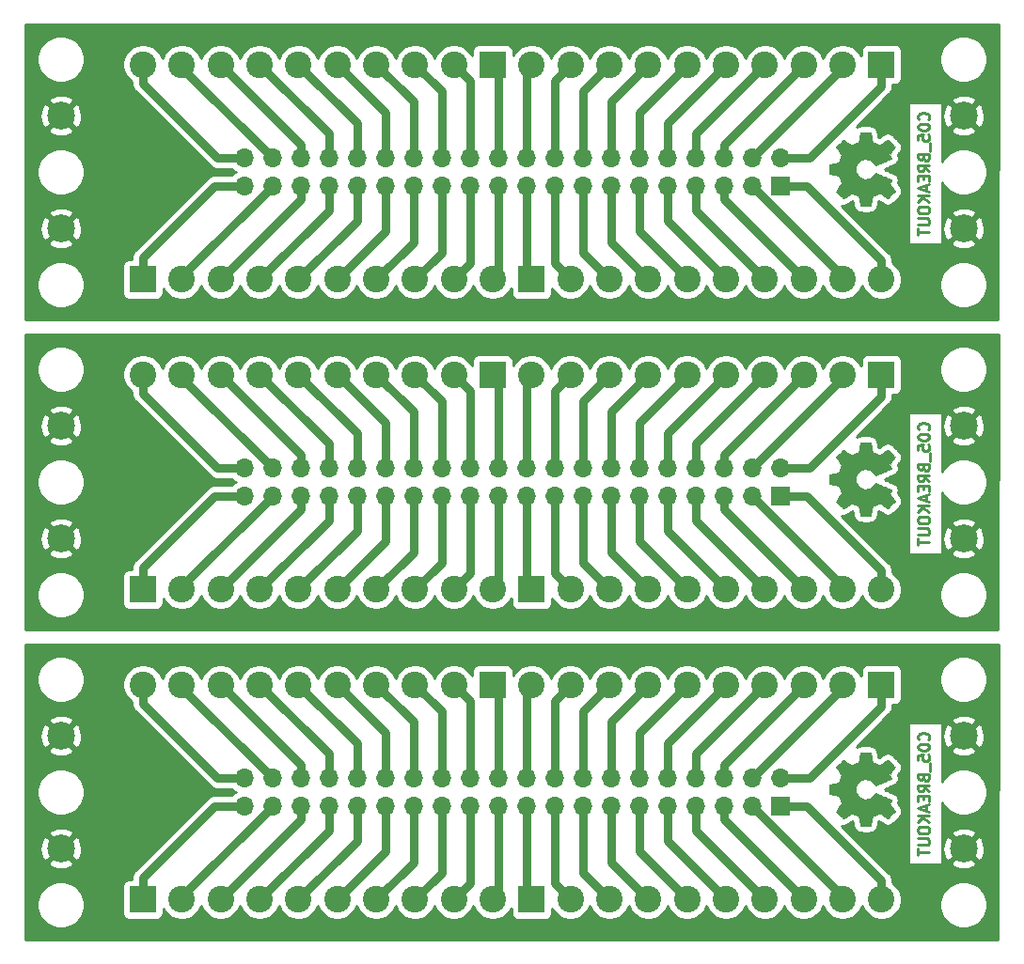
<source format=gbr>
G04 #@! TF.GenerationSoftware,KiCad,Pcbnew,5.1.5-52549c5~86~ubuntu18.04.1*
G04 #@! TF.CreationDate,2020-09-15T13:24:36-05:00*
G04 #@! TF.ProjectId,,58585858-5858-4585-9858-585858585858,rev?*
G04 #@! TF.SameCoordinates,Original*
G04 #@! TF.FileFunction,Copper,L2,Bot*
G04 #@! TF.FilePolarity,Positive*
%FSLAX46Y46*%
G04 Gerber Fmt 4.6, Leading zero omitted, Abs format (unit mm)*
G04 Created by KiCad (PCBNEW 5.1.5-52549c5~86~ubuntu18.04.1) date 2020-09-15 13:24:36*
%MOMM*%
%LPD*%
G04 APERTURE LIST*
%ADD10C,0.250000*%
%ADD11C,0.010000*%
%ADD12R,2.400000X2.400000*%
%ADD13C,2.400000*%
%ADD14C,2.499360*%
%ADD15R,1.700000X1.700000*%
%ADD16O,1.700000X1.700000*%
%ADD17C,0.750000*%
%ADD18C,0.254000*%
G04 APERTURE END LIST*
D10*
X179858942Y-126916466D02*
X179906561Y-126868847D01*
X179954180Y-126725990D01*
X179954180Y-126630752D01*
X179906561Y-126487895D01*
X179811323Y-126392657D01*
X179716085Y-126345038D01*
X179525609Y-126297419D01*
X179382752Y-126297419D01*
X179192276Y-126345038D01*
X179097038Y-126392657D01*
X179001800Y-126487895D01*
X178954180Y-126630752D01*
X178954180Y-126725990D01*
X179001800Y-126868847D01*
X179049419Y-126916466D01*
X178954180Y-127535514D02*
X178954180Y-127630752D01*
X179001800Y-127725990D01*
X179049419Y-127773609D01*
X179144657Y-127821228D01*
X179335133Y-127868847D01*
X179573228Y-127868847D01*
X179763704Y-127821228D01*
X179858942Y-127773609D01*
X179906561Y-127725990D01*
X179954180Y-127630752D01*
X179954180Y-127535514D01*
X179906561Y-127440276D01*
X179858942Y-127392657D01*
X179763704Y-127345038D01*
X179573228Y-127297419D01*
X179335133Y-127297419D01*
X179144657Y-127345038D01*
X179049419Y-127392657D01*
X179001800Y-127440276D01*
X178954180Y-127535514D01*
X178954180Y-128773609D02*
X178954180Y-128297419D01*
X179430371Y-128249800D01*
X179382752Y-128297419D01*
X179335133Y-128392657D01*
X179335133Y-128630752D01*
X179382752Y-128725990D01*
X179430371Y-128773609D01*
X179525609Y-128821228D01*
X179763704Y-128821228D01*
X179858942Y-128773609D01*
X179906561Y-128725990D01*
X179954180Y-128630752D01*
X179954180Y-128392657D01*
X179906561Y-128297419D01*
X179858942Y-128249800D01*
X180049419Y-129011704D02*
X180049419Y-129773609D01*
X179430371Y-130345038D02*
X179477990Y-130487895D01*
X179525609Y-130535514D01*
X179620847Y-130583133D01*
X179763704Y-130583133D01*
X179858942Y-130535514D01*
X179906561Y-130487895D01*
X179954180Y-130392657D01*
X179954180Y-130011704D01*
X178954180Y-130011704D01*
X178954180Y-130345038D01*
X179001800Y-130440276D01*
X179049419Y-130487895D01*
X179144657Y-130535514D01*
X179239895Y-130535514D01*
X179335133Y-130487895D01*
X179382752Y-130440276D01*
X179430371Y-130345038D01*
X179430371Y-130011704D01*
X179954180Y-131583133D02*
X179477990Y-131249800D01*
X179954180Y-131011704D02*
X178954180Y-131011704D01*
X178954180Y-131392657D01*
X179001800Y-131487895D01*
X179049419Y-131535514D01*
X179144657Y-131583133D01*
X179287514Y-131583133D01*
X179382752Y-131535514D01*
X179430371Y-131487895D01*
X179477990Y-131392657D01*
X179477990Y-131011704D01*
X179430371Y-132011704D02*
X179430371Y-132345038D01*
X179954180Y-132487895D02*
X179954180Y-132011704D01*
X178954180Y-132011704D01*
X178954180Y-132487895D01*
X179668466Y-132868847D02*
X179668466Y-133345038D01*
X179954180Y-132773609D02*
X178954180Y-133106942D01*
X179954180Y-133440276D01*
X179954180Y-133773609D02*
X178954180Y-133773609D01*
X179954180Y-134345038D02*
X179382752Y-133916466D01*
X178954180Y-134345038D02*
X179525609Y-133773609D01*
X178954180Y-134964085D02*
X178954180Y-135154561D01*
X179001800Y-135249800D01*
X179097038Y-135345038D01*
X179287514Y-135392657D01*
X179620847Y-135392657D01*
X179811323Y-135345038D01*
X179906561Y-135249800D01*
X179954180Y-135154561D01*
X179954180Y-134964085D01*
X179906561Y-134868847D01*
X179811323Y-134773609D01*
X179620847Y-134725990D01*
X179287514Y-134725990D01*
X179097038Y-134773609D01*
X179001800Y-134868847D01*
X178954180Y-134964085D01*
X178954180Y-135821228D02*
X179763704Y-135821228D01*
X179858942Y-135868847D01*
X179906561Y-135916466D01*
X179954180Y-136011704D01*
X179954180Y-136202180D01*
X179906561Y-136297419D01*
X179858942Y-136345038D01*
X179763704Y-136392657D01*
X178954180Y-136392657D01*
X178954180Y-136725990D02*
X178954180Y-137297419D01*
X179954180Y-137011704D02*
X178954180Y-137011704D01*
X179858942Y-98976466D02*
X179906561Y-98928847D01*
X179954180Y-98785990D01*
X179954180Y-98690752D01*
X179906561Y-98547895D01*
X179811323Y-98452657D01*
X179716085Y-98405038D01*
X179525609Y-98357419D01*
X179382752Y-98357419D01*
X179192276Y-98405038D01*
X179097038Y-98452657D01*
X179001800Y-98547895D01*
X178954180Y-98690752D01*
X178954180Y-98785990D01*
X179001800Y-98928847D01*
X179049419Y-98976466D01*
X178954180Y-99595514D02*
X178954180Y-99690752D01*
X179001800Y-99785990D01*
X179049419Y-99833609D01*
X179144657Y-99881228D01*
X179335133Y-99928847D01*
X179573228Y-99928847D01*
X179763704Y-99881228D01*
X179858942Y-99833609D01*
X179906561Y-99785990D01*
X179954180Y-99690752D01*
X179954180Y-99595514D01*
X179906561Y-99500276D01*
X179858942Y-99452657D01*
X179763704Y-99405038D01*
X179573228Y-99357419D01*
X179335133Y-99357419D01*
X179144657Y-99405038D01*
X179049419Y-99452657D01*
X179001800Y-99500276D01*
X178954180Y-99595514D01*
X178954180Y-100833609D02*
X178954180Y-100357419D01*
X179430371Y-100309800D01*
X179382752Y-100357419D01*
X179335133Y-100452657D01*
X179335133Y-100690752D01*
X179382752Y-100785990D01*
X179430371Y-100833609D01*
X179525609Y-100881228D01*
X179763704Y-100881228D01*
X179858942Y-100833609D01*
X179906561Y-100785990D01*
X179954180Y-100690752D01*
X179954180Y-100452657D01*
X179906561Y-100357419D01*
X179858942Y-100309800D01*
X180049419Y-101071704D02*
X180049419Y-101833609D01*
X179430371Y-102405038D02*
X179477990Y-102547895D01*
X179525609Y-102595514D01*
X179620847Y-102643133D01*
X179763704Y-102643133D01*
X179858942Y-102595514D01*
X179906561Y-102547895D01*
X179954180Y-102452657D01*
X179954180Y-102071704D01*
X178954180Y-102071704D01*
X178954180Y-102405038D01*
X179001800Y-102500276D01*
X179049419Y-102547895D01*
X179144657Y-102595514D01*
X179239895Y-102595514D01*
X179335133Y-102547895D01*
X179382752Y-102500276D01*
X179430371Y-102405038D01*
X179430371Y-102071704D01*
X179954180Y-103643133D02*
X179477990Y-103309800D01*
X179954180Y-103071704D02*
X178954180Y-103071704D01*
X178954180Y-103452657D01*
X179001800Y-103547895D01*
X179049419Y-103595514D01*
X179144657Y-103643133D01*
X179287514Y-103643133D01*
X179382752Y-103595514D01*
X179430371Y-103547895D01*
X179477990Y-103452657D01*
X179477990Y-103071704D01*
X179430371Y-104071704D02*
X179430371Y-104405038D01*
X179954180Y-104547895D02*
X179954180Y-104071704D01*
X178954180Y-104071704D01*
X178954180Y-104547895D01*
X179668466Y-104928847D02*
X179668466Y-105405038D01*
X179954180Y-104833609D02*
X178954180Y-105166942D01*
X179954180Y-105500276D01*
X179954180Y-105833609D02*
X178954180Y-105833609D01*
X179954180Y-106405038D02*
X179382752Y-105976466D01*
X178954180Y-106405038D02*
X179525609Y-105833609D01*
X178954180Y-107024085D02*
X178954180Y-107214561D01*
X179001800Y-107309800D01*
X179097038Y-107405038D01*
X179287514Y-107452657D01*
X179620847Y-107452657D01*
X179811323Y-107405038D01*
X179906561Y-107309800D01*
X179954180Y-107214561D01*
X179954180Y-107024085D01*
X179906561Y-106928847D01*
X179811323Y-106833609D01*
X179620847Y-106785990D01*
X179287514Y-106785990D01*
X179097038Y-106833609D01*
X179001800Y-106928847D01*
X178954180Y-107024085D01*
X178954180Y-107881228D02*
X179763704Y-107881228D01*
X179858942Y-107928847D01*
X179906561Y-107976466D01*
X179954180Y-108071704D01*
X179954180Y-108262180D01*
X179906561Y-108357419D01*
X179858942Y-108405038D01*
X179763704Y-108452657D01*
X178954180Y-108452657D01*
X178954180Y-108785990D02*
X178954180Y-109357419D01*
X179954180Y-109071704D02*
X178954180Y-109071704D01*
X179858942Y-71036466D02*
X179906561Y-70988847D01*
X179954180Y-70845990D01*
X179954180Y-70750752D01*
X179906561Y-70607895D01*
X179811323Y-70512657D01*
X179716085Y-70465038D01*
X179525609Y-70417419D01*
X179382752Y-70417419D01*
X179192276Y-70465038D01*
X179097038Y-70512657D01*
X179001800Y-70607895D01*
X178954180Y-70750752D01*
X178954180Y-70845990D01*
X179001800Y-70988847D01*
X179049419Y-71036466D01*
X178954180Y-71655514D02*
X178954180Y-71750752D01*
X179001800Y-71845990D01*
X179049419Y-71893609D01*
X179144657Y-71941228D01*
X179335133Y-71988847D01*
X179573228Y-71988847D01*
X179763704Y-71941228D01*
X179858942Y-71893609D01*
X179906561Y-71845990D01*
X179954180Y-71750752D01*
X179954180Y-71655514D01*
X179906561Y-71560276D01*
X179858942Y-71512657D01*
X179763704Y-71465038D01*
X179573228Y-71417419D01*
X179335133Y-71417419D01*
X179144657Y-71465038D01*
X179049419Y-71512657D01*
X179001800Y-71560276D01*
X178954180Y-71655514D01*
X178954180Y-72893609D02*
X178954180Y-72417419D01*
X179430371Y-72369800D01*
X179382752Y-72417419D01*
X179335133Y-72512657D01*
X179335133Y-72750752D01*
X179382752Y-72845990D01*
X179430371Y-72893609D01*
X179525609Y-72941228D01*
X179763704Y-72941228D01*
X179858942Y-72893609D01*
X179906561Y-72845990D01*
X179954180Y-72750752D01*
X179954180Y-72512657D01*
X179906561Y-72417419D01*
X179858942Y-72369800D01*
X180049419Y-73131704D02*
X180049419Y-73893609D01*
X179430371Y-74465038D02*
X179477990Y-74607895D01*
X179525609Y-74655514D01*
X179620847Y-74703133D01*
X179763704Y-74703133D01*
X179858942Y-74655514D01*
X179906561Y-74607895D01*
X179954180Y-74512657D01*
X179954180Y-74131704D01*
X178954180Y-74131704D01*
X178954180Y-74465038D01*
X179001800Y-74560276D01*
X179049419Y-74607895D01*
X179144657Y-74655514D01*
X179239895Y-74655514D01*
X179335133Y-74607895D01*
X179382752Y-74560276D01*
X179430371Y-74465038D01*
X179430371Y-74131704D01*
X179954180Y-75703133D02*
X179477990Y-75369800D01*
X179954180Y-75131704D02*
X178954180Y-75131704D01*
X178954180Y-75512657D01*
X179001800Y-75607895D01*
X179049419Y-75655514D01*
X179144657Y-75703133D01*
X179287514Y-75703133D01*
X179382752Y-75655514D01*
X179430371Y-75607895D01*
X179477990Y-75512657D01*
X179477990Y-75131704D01*
X179430371Y-76131704D02*
X179430371Y-76465038D01*
X179954180Y-76607895D02*
X179954180Y-76131704D01*
X178954180Y-76131704D01*
X178954180Y-76607895D01*
X179668466Y-76988847D02*
X179668466Y-77465038D01*
X179954180Y-76893609D02*
X178954180Y-77226942D01*
X179954180Y-77560276D01*
X179954180Y-77893609D02*
X178954180Y-77893609D01*
X179954180Y-78465038D02*
X179382752Y-78036466D01*
X178954180Y-78465038D02*
X179525609Y-77893609D01*
X178954180Y-79084085D02*
X178954180Y-79274561D01*
X179001800Y-79369800D01*
X179097038Y-79465038D01*
X179287514Y-79512657D01*
X179620847Y-79512657D01*
X179811323Y-79465038D01*
X179906561Y-79369800D01*
X179954180Y-79274561D01*
X179954180Y-79084085D01*
X179906561Y-78988847D01*
X179811323Y-78893609D01*
X179620847Y-78845990D01*
X179287514Y-78845990D01*
X179097038Y-78893609D01*
X179001800Y-78988847D01*
X178954180Y-79084085D01*
X178954180Y-79941228D02*
X179763704Y-79941228D01*
X179858942Y-79988847D01*
X179906561Y-80036466D01*
X179954180Y-80131704D01*
X179954180Y-80322180D01*
X179906561Y-80417419D01*
X179858942Y-80465038D01*
X179763704Y-80512657D01*
X178954180Y-80512657D01*
X178954180Y-80845990D02*
X178954180Y-81417419D01*
X179954180Y-81131704D02*
X178954180Y-81131704D01*
D11*
G36*
X171382731Y-131924614D02*
G01*
X171827355Y-132008435D01*
X171954853Y-132317720D01*
X172082351Y-132627006D01*
X171830046Y-132998046D01*
X171759796Y-133101957D01*
X171697072Y-133195887D01*
X171644738Y-133275452D01*
X171605657Y-133336270D01*
X171582693Y-133373957D01*
X171577742Y-133384221D01*
X171590476Y-133402710D01*
X171625682Y-133442220D01*
X171678862Y-133498322D01*
X171745518Y-133566587D01*
X171821154Y-133642586D01*
X171901272Y-133721892D01*
X171981374Y-133800075D01*
X172056964Y-133872707D01*
X172123545Y-133935359D01*
X172176618Y-133983603D01*
X172211687Y-134013010D01*
X172223423Y-134020041D01*
X172245060Y-134009923D01*
X172292462Y-133981559D01*
X172360993Y-133937929D01*
X172446015Y-133882018D01*
X172542893Y-133816806D01*
X172598150Y-133779019D01*
X172699048Y-133710143D01*
X172790099Y-133648940D01*
X172866770Y-133598378D01*
X172924528Y-133561428D01*
X172958843Y-133541058D01*
X172966054Y-133537997D01*
X172986548Y-133544936D01*
X173034313Y-133563851D01*
X173102632Y-133591887D01*
X173184789Y-133626191D01*
X173274070Y-133663909D01*
X173363758Y-133702187D01*
X173447138Y-133738170D01*
X173517494Y-133769006D01*
X173568110Y-133791839D01*
X173592271Y-133803817D01*
X173593222Y-133804524D01*
X173597836Y-133823331D01*
X173608128Y-133873418D01*
X173623087Y-133949593D01*
X173641701Y-134046665D01*
X173662959Y-134159443D01*
X173675218Y-134225242D01*
X173698162Y-134345750D01*
X173719995Y-134454597D01*
X173739522Y-134546276D01*
X173755548Y-134615281D01*
X173766879Y-134656104D01*
X173770474Y-134664311D01*
X173794806Y-134672348D01*
X173849759Y-134678833D01*
X173928908Y-134683770D01*
X174025826Y-134687164D01*
X174134087Y-134689018D01*
X174247265Y-134689338D01*
X174358935Y-134688127D01*
X174462668Y-134685390D01*
X174552041Y-134681131D01*
X174620626Y-134675355D01*
X174661997Y-134668067D01*
X174670610Y-134663695D01*
X174680933Y-134637564D01*
X174695692Y-134582193D01*
X174713152Y-134504907D01*
X174731580Y-134413030D01*
X174737541Y-134380958D01*
X174765866Y-134226324D01*
X174788676Y-134104175D01*
X174806880Y-134010473D01*
X174821383Y-133941184D01*
X174833092Y-133892271D01*
X174842915Y-133859697D01*
X174851756Y-133839428D01*
X174860524Y-133827426D01*
X174862257Y-133825747D01*
X174890171Y-133808984D01*
X174944495Y-133783414D01*
X175018577Y-133751588D01*
X175105765Y-133716060D01*
X175199408Y-133679383D01*
X175292852Y-133644111D01*
X175379447Y-133612796D01*
X175452540Y-133587993D01*
X175505478Y-133572254D01*
X175531611Y-133568132D01*
X175532526Y-133568476D01*
X175553886Y-133582441D01*
X175600884Y-133614122D01*
X175668627Y-133660191D01*
X175752223Y-133717318D01*
X175846782Y-133782173D01*
X175873654Y-133800643D01*
X175971075Y-133866499D01*
X176059963Y-133924450D01*
X176135212Y-133971338D01*
X176191720Y-134004007D01*
X176224381Y-134019300D01*
X176228393Y-134020041D01*
X176249484Y-134007192D01*
X176291264Y-133971688D01*
X176349245Y-133918093D01*
X176418935Y-133850971D01*
X176495845Y-133774887D01*
X176575483Y-133694404D01*
X176653361Y-133614087D01*
X176724986Y-133538499D01*
X176785870Y-133472205D01*
X176831521Y-133419769D01*
X176857450Y-133385755D01*
X176861683Y-133376345D01*
X176851712Y-133354443D01*
X176824820Y-133309600D01*
X176785536Y-133249121D01*
X176753917Y-133202589D01*
X176695898Y-133118275D01*
X176627584Y-133018426D01*
X176559379Y-132918273D01*
X176522875Y-132864427D01*
X176399600Y-132682171D01*
X176482320Y-132529181D01*
X176518559Y-132459482D01*
X176546726Y-132400214D01*
X176562791Y-132360111D01*
X176565026Y-132349903D01*
X176548522Y-132337629D01*
X176501882Y-132313413D01*
X176429409Y-132279063D01*
X176335406Y-132236388D01*
X176224174Y-132187194D01*
X176100015Y-132133290D01*
X175967232Y-132076484D01*
X175830127Y-132018582D01*
X175693002Y-131961393D01*
X175560158Y-131906724D01*
X175435898Y-131856384D01*
X175324525Y-131812180D01*
X175230339Y-131775919D01*
X175157644Y-131749409D01*
X175110741Y-131734458D01*
X175094633Y-131732054D01*
X175074086Y-131751111D01*
X175040733Y-131792836D01*
X175001502Y-131848506D01*
X174998399Y-131853178D01*
X174883223Y-131997064D01*
X174748853Y-132113083D01*
X174599584Y-132200230D01*
X174439713Y-132257499D01*
X174273537Y-132283886D01*
X174105352Y-132278385D01*
X173939455Y-132239990D01*
X173780142Y-132167695D01*
X173745287Y-132146426D01*
X173604537Y-132035796D01*
X173491514Y-131905102D01*
X173406803Y-131758864D01*
X173350994Y-131601608D01*
X173324674Y-131437857D01*
X173328430Y-131272133D01*
X173362850Y-131108962D01*
X173428523Y-130952865D01*
X173526035Y-130808367D01*
X173565613Y-130763669D01*
X173689503Y-130649912D01*
X173819924Y-130567018D01*
X173966115Y-130510156D01*
X174110888Y-130478487D01*
X174273660Y-130470669D01*
X174437240Y-130496738D01*
X174596098Y-130554045D01*
X174744706Y-130639944D01*
X174877535Y-130751786D01*
X174989056Y-130886923D01*
X175000811Y-130904683D01*
X175039308Y-130960950D01*
X175072663Y-131003723D01*
X175093960Y-131024172D01*
X175094633Y-131024469D01*
X175117671Y-131020079D01*
X175169957Y-131002676D01*
X175247190Y-130974068D01*
X175345068Y-130936065D01*
X175459291Y-130890474D01*
X175585558Y-130839103D01*
X175719567Y-130783762D01*
X175857018Y-130726258D01*
X175993608Y-130668401D01*
X176125037Y-130611998D01*
X176247005Y-130558858D01*
X176355209Y-130510790D01*
X176445349Y-130469601D01*
X176513123Y-130437101D01*
X176554230Y-130415097D01*
X176565026Y-130406236D01*
X176556619Y-130379160D01*
X176534072Y-130328497D01*
X176501413Y-130262983D01*
X176482320Y-130226959D01*
X176399600Y-130073968D01*
X176522875Y-129891712D01*
X176586028Y-129798675D01*
X176655527Y-129696815D01*
X176720965Y-129601362D01*
X176753917Y-129553550D01*
X176799073Y-129486305D01*
X176834857Y-129429364D01*
X176856738Y-129390154D01*
X176861363Y-129377419D01*
X176848885Y-129358883D01*
X176814052Y-129317859D01*
X176760478Y-129258325D01*
X176691783Y-129184258D01*
X176611581Y-129099635D01*
X176560086Y-129046115D01*
X176468086Y-128952481D01*
X176385799Y-128871559D01*
X176316745Y-128806623D01*
X176264444Y-128760942D01*
X176232416Y-128737789D01*
X176225916Y-128735568D01*
X176201194Y-128745876D01*
X176151205Y-128774361D01*
X176081012Y-128817863D01*
X175995675Y-128873223D01*
X175900256Y-128937280D01*
X175873654Y-128955497D01*
X175776967Y-129021873D01*
X175689917Y-129081422D01*
X175617395Y-129130816D01*
X175564293Y-129166725D01*
X175535503Y-129185819D01*
X175532526Y-129187664D01*
X175509582Y-129184905D01*
X175459136Y-129170262D01*
X175387841Y-129146287D01*
X175302347Y-129115534D01*
X175209307Y-129080556D01*
X175115374Y-129043907D01*
X175027199Y-129008139D01*
X174951434Y-128975806D01*
X174894731Y-128949462D01*
X174863743Y-128931658D01*
X174862257Y-128930393D01*
X174853401Y-128919506D01*
X174844643Y-128901118D01*
X174835077Y-128871194D01*
X174823796Y-128825697D01*
X174809893Y-128760591D01*
X174792463Y-128671839D01*
X174770598Y-128555407D01*
X174743391Y-128407258D01*
X174737541Y-128375182D01*
X174719174Y-128280114D01*
X174701205Y-128197235D01*
X174685369Y-128133870D01*
X174673400Y-128097342D01*
X174670610Y-128092444D01*
X174645872Y-128084373D01*
X174590590Y-128077813D01*
X174511189Y-128072767D01*
X174414096Y-128069241D01*
X174305738Y-128067239D01*
X174192540Y-128066764D01*
X174080928Y-128067823D01*
X173977329Y-128070418D01*
X173888168Y-128074554D01*
X173819872Y-128080237D01*
X173778866Y-128087469D01*
X173770474Y-128091829D01*
X173762008Y-128116102D01*
X173748235Y-128171374D01*
X173730350Y-128252138D01*
X173709548Y-128352888D01*
X173687023Y-128468117D01*
X173675218Y-128530898D01*
X173652951Y-128650013D01*
X173632779Y-128756235D01*
X173615715Y-128844373D01*
X173602769Y-128909234D01*
X173594955Y-128945626D01*
X173593222Y-128951616D01*
X173573690Y-128961739D01*
X173526643Y-128983138D01*
X173458803Y-129012961D01*
X173376891Y-129048355D01*
X173287628Y-129086468D01*
X173197735Y-129124447D01*
X173113935Y-129159440D01*
X173042947Y-129188594D01*
X172991494Y-129209057D01*
X172966297Y-129217977D01*
X172965196Y-129218143D01*
X172945319Y-129208031D01*
X172899577Y-129179683D01*
X172832517Y-129136077D01*
X172748684Y-129080194D01*
X172652626Y-129015013D01*
X172597450Y-128977121D01*
X172496281Y-128908075D01*
X172404430Y-128846750D01*
X172326544Y-128796137D01*
X172267269Y-128759229D01*
X172231251Y-128739018D01*
X172223177Y-128736099D01*
X172204384Y-128748647D01*
X172164257Y-128783337D01*
X172107293Y-128835737D01*
X172037985Y-128901416D01*
X171960831Y-128975944D01*
X171880325Y-129054887D01*
X171800963Y-129133817D01*
X171727240Y-129208300D01*
X171663652Y-129273906D01*
X171614694Y-129326204D01*
X171584861Y-129360761D01*
X171577742Y-129372322D01*
X171587753Y-129391146D01*
X171615878Y-129436169D01*
X171659254Y-129503013D01*
X171715018Y-129587301D01*
X171780306Y-129684656D01*
X171830046Y-129758093D01*
X172082351Y-130129133D01*
X171827355Y-130747705D01*
X171382731Y-130831525D01*
X170938107Y-130915346D01*
X170938107Y-131840794D01*
X171382731Y-131924614D01*
G37*
X171382731Y-131924614D02*
X171827355Y-132008435D01*
X171954853Y-132317720D01*
X172082351Y-132627006D01*
X171830046Y-132998046D01*
X171759796Y-133101957D01*
X171697072Y-133195887D01*
X171644738Y-133275452D01*
X171605657Y-133336270D01*
X171582693Y-133373957D01*
X171577742Y-133384221D01*
X171590476Y-133402710D01*
X171625682Y-133442220D01*
X171678862Y-133498322D01*
X171745518Y-133566587D01*
X171821154Y-133642586D01*
X171901272Y-133721892D01*
X171981374Y-133800075D01*
X172056964Y-133872707D01*
X172123545Y-133935359D01*
X172176618Y-133983603D01*
X172211687Y-134013010D01*
X172223423Y-134020041D01*
X172245060Y-134009923D01*
X172292462Y-133981559D01*
X172360993Y-133937929D01*
X172446015Y-133882018D01*
X172542893Y-133816806D01*
X172598150Y-133779019D01*
X172699048Y-133710143D01*
X172790099Y-133648940D01*
X172866770Y-133598378D01*
X172924528Y-133561428D01*
X172958843Y-133541058D01*
X172966054Y-133537997D01*
X172986548Y-133544936D01*
X173034313Y-133563851D01*
X173102632Y-133591887D01*
X173184789Y-133626191D01*
X173274070Y-133663909D01*
X173363758Y-133702187D01*
X173447138Y-133738170D01*
X173517494Y-133769006D01*
X173568110Y-133791839D01*
X173592271Y-133803817D01*
X173593222Y-133804524D01*
X173597836Y-133823331D01*
X173608128Y-133873418D01*
X173623087Y-133949593D01*
X173641701Y-134046665D01*
X173662959Y-134159443D01*
X173675218Y-134225242D01*
X173698162Y-134345750D01*
X173719995Y-134454597D01*
X173739522Y-134546276D01*
X173755548Y-134615281D01*
X173766879Y-134656104D01*
X173770474Y-134664311D01*
X173794806Y-134672348D01*
X173849759Y-134678833D01*
X173928908Y-134683770D01*
X174025826Y-134687164D01*
X174134087Y-134689018D01*
X174247265Y-134689338D01*
X174358935Y-134688127D01*
X174462668Y-134685390D01*
X174552041Y-134681131D01*
X174620626Y-134675355D01*
X174661997Y-134668067D01*
X174670610Y-134663695D01*
X174680933Y-134637564D01*
X174695692Y-134582193D01*
X174713152Y-134504907D01*
X174731580Y-134413030D01*
X174737541Y-134380958D01*
X174765866Y-134226324D01*
X174788676Y-134104175D01*
X174806880Y-134010473D01*
X174821383Y-133941184D01*
X174833092Y-133892271D01*
X174842915Y-133859697D01*
X174851756Y-133839428D01*
X174860524Y-133827426D01*
X174862257Y-133825747D01*
X174890171Y-133808984D01*
X174944495Y-133783414D01*
X175018577Y-133751588D01*
X175105765Y-133716060D01*
X175199408Y-133679383D01*
X175292852Y-133644111D01*
X175379447Y-133612796D01*
X175452540Y-133587993D01*
X175505478Y-133572254D01*
X175531611Y-133568132D01*
X175532526Y-133568476D01*
X175553886Y-133582441D01*
X175600884Y-133614122D01*
X175668627Y-133660191D01*
X175752223Y-133717318D01*
X175846782Y-133782173D01*
X175873654Y-133800643D01*
X175971075Y-133866499D01*
X176059963Y-133924450D01*
X176135212Y-133971338D01*
X176191720Y-134004007D01*
X176224381Y-134019300D01*
X176228393Y-134020041D01*
X176249484Y-134007192D01*
X176291264Y-133971688D01*
X176349245Y-133918093D01*
X176418935Y-133850971D01*
X176495845Y-133774887D01*
X176575483Y-133694404D01*
X176653361Y-133614087D01*
X176724986Y-133538499D01*
X176785870Y-133472205D01*
X176831521Y-133419769D01*
X176857450Y-133385755D01*
X176861683Y-133376345D01*
X176851712Y-133354443D01*
X176824820Y-133309600D01*
X176785536Y-133249121D01*
X176753917Y-133202589D01*
X176695898Y-133118275D01*
X176627584Y-133018426D01*
X176559379Y-132918273D01*
X176522875Y-132864427D01*
X176399600Y-132682171D01*
X176482320Y-132529181D01*
X176518559Y-132459482D01*
X176546726Y-132400214D01*
X176562791Y-132360111D01*
X176565026Y-132349903D01*
X176548522Y-132337629D01*
X176501882Y-132313413D01*
X176429409Y-132279063D01*
X176335406Y-132236388D01*
X176224174Y-132187194D01*
X176100015Y-132133290D01*
X175967232Y-132076484D01*
X175830127Y-132018582D01*
X175693002Y-131961393D01*
X175560158Y-131906724D01*
X175435898Y-131856384D01*
X175324525Y-131812180D01*
X175230339Y-131775919D01*
X175157644Y-131749409D01*
X175110741Y-131734458D01*
X175094633Y-131732054D01*
X175074086Y-131751111D01*
X175040733Y-131792836D01*
X175001502Y-131848506D01*
X174998399Y-131853178D01*
X174883223Y-131997064D01*
X174748853Y-132113083D01*
X174599584Y-132200230D01*
X174439713Y-132257499D01*
X174273537Y-132283886D01*
X174105352Y-132278385D01*
X173939455Y-132239990D01*
X173780142Y-132167695D01*
X173745287Y-132146426D01*
X173604537Y-132035796D01*
X173491514Y-131905102D01*
X173406803Y-131758864D01*
X173350994Y-131601608D01*
X173324674Y-131437857D01*
X173328430Y-131272133D01*
X173362850Y-131108962D01*
X173428523Y-130952865D01*
X173526035Y-130808367D01*
X173565613Y-130763669D01*
X173689503Y-130649912D01*
X173819924Y-130567018D01*
X173966115Y-130510156D01*
X174110888Y-130478487D01*
X174273660Y-130470669D01*
X174437240Y-130496738D01*
X174596098Y-130554045D01*
X174744706Y-130639944D01*
X174877535Y-130751786D01*
X174989056Y-130886923D01*
X175000811Y-130904683D01*
X175039308Y-130960950D01*
X175072663Y-131003723D01*
X175093960Y-131024172D01*
X175094633Y-131024469D01*
X175117671Y-131020079D01*
X175169957Y-131002676D01*
X175247190Y-130974068D01*
X175345068Y-130936065D01*
X175459291Y-130890474D01*
X175585558Y-130839103D01*
X175719567Y-130783762D01*
X175857018Y-130726258D01*
X175993608Y-130668401D01*
X176125037Y-130611998D01*
X176247005Y-130558858D01*
X176355209Y-130510790D01*
X176445349Y-130469601D01*
X176513123Y-130437101D01*
X176554230Y-130415097D01*
X176565026Y-130406236D01*
X176556619Y-130379160D01*
X176534072Y-130328497D01*
X176501413Y-130262983D01*
X176482320Y-130226959D01*
X176399600Y-130073968D01*
X176522875Y-129891712D01*
X176586028Y-129798675D01*
X176655527Y-129696815D01*
X176720965Y-129601362D01*
X176753917Y-129553550D01*
X176799073Y-129486305D01*
X176834857Y-129429364D01*
X176856738Y-129390154D01*
X176861363Y-129377419D01*
X176848885Y-129358883D01*
X176814052Y-129317859D01*
X176760478Y-129258325D01*
X176691783Y-129184258D01*
X176611581Y-129099635D01*
X176560086Y-129046115D01*
X176468086Y-128952481D01*
X176385799Y-128871559D01*
X176316745Y-128806623D01*
X176264444Y-128760942D01*
X176232416Y-128737789D01*
X176225916Y-128735568D01*
X176201194Y-128745876D01*
X176151205Y-128774361D01*
X176081012Y-128817863D01*
X175995675Y-128873223D01*
X175900256Y-128937280D01*
X175873654Y-128955497D01*
X175776967Y-129021873D01*
X175689917Y-129081422D01*
X175617395Y-129130816D01*
X175564293Y-129166725D01*
X175535503Y-129185819D01*
X175532526Y-129187664D01*
X175509582Y-129184905D01*
X175459136Y-129170262D01*
X175387841Y-129146287D01*
X175302347Y-129115534D01*
X175209307Y-129080556D01*
X175115374Y-129043907D01*
X175027199Y-129008139D01*
X174951434Y-128975806D01*
X174894731Y-128949462D01*
X174863743Y-128931658D01*
X174862257Y-128930393D01*
X174853401Y-128919506D01*
X174844643Y-128901118D01*
X174835077Y-128871194D01*
X174823796Y-128825697D01*
X174809893Y-128760591D01*
X174792463Y-128671839D01*
X174770598Y-128555407D01*
X174743391Y-128407258D01*
X174737541Y-128375182D01*
X174719174Y-128280114D01*
X174701205Y-128197235D01*
X174685369Y-128133870D01*
X174673400Y-128097342D01*
X174670610Y-128092444D01*
X174645872Y-128084373D01*
X174590590Y-128077813D01*
X174511189Y-128072767D01*
X174414096Y-128069241D01*
X174305738Y-128067239D01*
X174192540Y-128066764D01*
X174080928Y-128067823D01*
X173977329Y-128070418D01*
X173888168Y-128074554D01*
X173819872Y-128080237D01*
X173778866Y-128087469D01*
X173770474Y-128091829D01*
X173762008Y-128116102D01*
X173748235Y-128171374D01*
X173730350Y-128252138D01*
X173709548Y-128352888D01*
X173687023Y-128468117D01*
X173675218Y-128530898D01*
X173652951Y-128650013D01*
X173632779Y-128756235D01*
X173615715Y-128844373D01*
X173602769Y-128909234D01*
X173594955Y-128945626D01*
X173593222Y-128951616D01*
X173573690Y-128961739D01*
X173526643Y-128983138D01*
X173458803Y-129012961D01*
X173376891Y-129048355D01*
X173287628Y-129086468D01*
X173197735Y-129124447D01*
X173113935Y-129159440D01*
X173042947Y-129188594D01*
X172991494Y-129209057D01*
X172966297Y-129217977D01*
X172965196Y-129218143D01*
X172945319Y-129208031D01*
X172899577Y-129179683D01*
X172832517Y-129136077D01*
X172748684Y-129080194D01*
X172652626Y-129015013D01*
X172597450Y-128977121D01*
X172496281Y-128908075D01*
X172404430Y-128846750D01*
X172326544Y-128796137D01*
X172267269Y-128759229D01*
X172231251Y-128739018D01*
X172223177Y-128736099D01*
X172204384Y-128748647D01*
X172164257Y-128783337D01*
X172107293Y-128835737D01*
X172037985Y-128901416D01*
X171960831Y-128975944D01*
X171880325Y-129054887D01*
X171800963Y-129133817D01*
X171727240Y-129208300D01*
X171663652Y-129273906D01*
X171614694Y-129326204D01*
X171584861Y-129360761D01*
X171577742Y-129372322D01*
X171587753Y-129391146D01*
X171615878Y-129436169D01*
X171659254Y-129503013D01*
X171715018Y-129587301D01*
X171780306Y-129684656D01*
X171830046Y-129758093D01*
X172082351Y-130129133D01*
X171827355Y-130747705D01*
X171382731Y-130831525D01*
X170938107Y-130915346D01*
X170938107Y-131840794D01*
X171382731Y-131924614D01*
G36*
X171382731Y-103984614D02*
G01*
X171827355Y-104068435D01*
X171954853Y-104377720D01*
X172082351Y-104687006D01*
X171830046Y-105058046D01*
X171759796Y-105161957D01*
X171697072Y-105255887D01*
X171644738Y-105335452D01*
X171605657Y-105396270D01*
X171582693Y-105433957D01*
X171577742Y-105444221D01*
X171590476Y-105462710D01*
X171625682Y-105502220D01*
X171678862Y-105558322D01*
X171745518Y-105626587D01*
X171821154Y-105702586D01*
X171901272Y-105781892D01*
X171981374Y-105860075D01*
X172056964Y-105932707D01*
X172123545Y-105995359D01*
X172176618Y-106043603D01*
X172211687Y-106073010D01*
X172223423Y-106080041D01*
X172245060Y-106069923D01*
X172292462Y-106041559D01*
X172360993Y-105997929D01*
X172446015Y-105942018D01*
X172542893Y-105876806D01*
X172598150Y-105839019D01*
X172699048Y-105770143D01*
X172790099Y-105708940D01*
X172866770Y-105658378D01*
X172924528Y-105621428D01*
X172958843Y-105601058D01*
X172966054Y-105597997D01*
X172986548Y-105604936D01*
X173034313Y-105623851D01*
X173102632Y-105651887D01*
X173184789Y-105686191D01*
X173274070Y-105723909D01*
X173363758Y-105762187D01*
X173447138Y-105798170D01*
X173517494Y-105829006D01*
X173568110Y-105851839D01*
X173592271Y-105863817D01*
X173593222Y-105864524D01*
X173597836Y-105883331D01*
X173608128Y-105933418D01*
X173623087Y-106009593D01*
X173641701Y-106106665D01*
X173662959Y-106219443D01*
X173675218Y-106285242D01*
X173698162Y-106405750D01*
X173719995Y-106514597D01*
X173739522Y-106606276D01*
X173755548Y-106675281D01*
X173766879Y-106716104D01*
X173770474Y-106724311D01*
X173794806Y-106732348D01*
X173849759Y-106738833D01*
X173928908Y-106743770D01*
X174025826Y-106747164D01*
X174134087Y-106749018D01*
X174247265Y-106749338D01*
X174358935Y-106748127D01*
X174462668Y-106745390D01*
X174552041Y-106741131D01*
X174620626Y-106735355D01*
X174661997Y-106728067D01*
X174670610Y-106723695D01*
X174680933Y-106697564D01*
X174695692Y-106642193D01*
X174713152Y-106564907D01*
X174731580Y-106473030D01*
X174737541Y-106440958D01*
X174765866Y-106286324D01*
X174788676Y-106164175D01*
X174806880Y-106070473D01*
X174821383Y-106001184D01*
X174833092Y-105952271D01*
X174842915Y-105919697D01*
X174851756Y-105899428D01*
X174860524Y-105887426D01*
X174862257Y-105885747D01*
X174890171Y-105868984D01*
X174944495Y-105843414D01*
X175018577Y-105811588D01*
X175105765Y-105776060D01*
X175199408Y-105739383D01*
X175292852Y-105704111D01*
X175379447Y-105672796D01*
X175452540Y-105647993D01*
X175505478Y-105632254D01*
X175531611Y-105628132D01*
X175532526Y-105628476D01*
X175553886Y-105642441D01*
X175600884Y-105674122D01*
X175668627Y-105720191D01*
X175752223Y-105777318D01*
X175846782Y-105842173D01*
X175873654Y-105860643D01*
X175971075Y-105926499D01*
X176059963Y-105984450D01*
X176135212Y-106031338D01*
X176191720Y-106064007D01*
X176224381Y-106079300D01*
X176228393Y-106080041D01*
X176249484Y-106067192D01*
X176291264Y-106031688D01*
X176349245Y-105978093D01*
X176418935Y-105910971D01*
X176495845Y-105834887D01*
X176575483Y-105754404D01*
X176653361Y-105674087D01*
X176724986Y-105598499D01*
X176785870Y-105532205D01*
X176831521Y-105479769D01*
X176857450Y-105445755D01*
X176861683Y-105436345D01*
X176851712Y-105414443D01*
X176824820Y-105369600D01*
X176785536Y-105309121D01*
X176753917Y-105262589D01*
X176695898Y-105178275D01*
X176627584Y-105078426D01*
X176559379Y-104978273D01*
X176522875Y-104924427D01*
X176399600Y-104742171D01*
X176482320Y-104589181D01*
X176518559Y-104519482D01*
X176546726Y-104460214D01*
X176562791Y-104420111D01*
X176565026Y-104409903D01*
X176548522Y-104397629D01*
X176501882Y-104373413D01*
X176429409Y-104339063D01*
X176335406Y-104296388D01*
X176224174Y-104247194D01*
X176100015Y-104193290D01*
X175967232Y-104136484D01*
X175830127Y-104078582D01*
X175693002Y-104021393D01*
X175560158Y-103966724D01*
X175435898Y-103916384D01*
X175324525Y-103872180D01*
X175230339Y-103835919D01*
X175157644Y-103809409D01*
X175110741Y-103794458D01*
X175094633Y-103792054D01*
X175074086Y-103811111D01*
X175040733Y-103852836D01*
X175001502Y-103908506D01*
X174998399Y-103913178D01*
X174883223Y-104057064D01*
X174748853Y-104173083D01*
X174599584Y-104260230D01*
X174439713Y-104317499D01*
X174273537Y-104343886D01*
X174105352Y-104338385D01*
X173939455Y-104299990D01*
X173780142Y-104227695D01*
X173745287Y-104206426D01*
X173604537Y-104095796D01*
X173491514Y-103965102D01*
X173406803Y-103818864D01*
X173350994Y-103661608D01*
X173324674Y-103497857D01*
X173328430Y-103332133D01*
X173362850Y-103168962D01*
X173428523Y-103012865D01*
X173526035Y-102868367D01*
X173565613Y-102823669D01*
X173689503Y-102709912D01*
X173819924Y-102627018D01*
X173966115Y-102570156D01*
X174110888Y-102538487D01*
X174273660Y-102530669D01*
X174437240Y-102556738D01*
X174596098Y-102614045D01*
X174744706Y-102699944D01*
X174877535Y-102811786D01*
X174989056Y-102946923D01*
X175000811Y-102964683D01*
X175039308Y-103020950D01*
X175072663Y-103063723D01*
X175093960Y-103084172D01*
X175094633Y-103084469D01*
X175117671Y-103080079D01*
X175169957Y-103062676D01*
X175247190Y-103034068D01*
X175345068Y-102996065D01*
X175459291Y-102950474D01*
X175585558Y-102899103D01*
X175719567Y-102843762D01*
X175857018Y-102786258D01*
X175993608Y-102728401D01*
X176125037Y-102671998D01*
X176247005Y-102618858D01*
X176355209Y-102570790D01*
X176445349Y-102529601D01*
X176513123Y-102497101D01*
X176554230Y-102475097D01*
X176565026Y-102466236D01*
X176556619Y-102439160D01*
X176534072Y-102388497D01*
X176501413Y-102322983D01*
X176482320Y-102286959D01*
X176399600Y-102133968D01*
X176522875Y-101951712D01*
X176586028Y-101858675D01*
X176655527Y-101756815D01*
X176720965Y-101661362D01*
X176753917Y-101613550D01*
X176799073Y-101546305D01*
X176834857Y-101489364D01*
X176856738Y-101450154D01*
X176861363Y-101437419D01*
X176848885Y-101418883D01*
X176814052Y-101377859D01*
X176760478Y-101318325D01*
X176691783Y-101244258D01*
X176611581Y-101159635D01*
X176560086Y-101106115D01*
X176468086Y-101012481D01*
X176385799Y-100931559D01*
X176316745Y-100866623D01*
X176264444Y-100820942D01*
X176232416Y-100797789D01*
X176225916Y-100795568D01*
X176201194Y-100805876D01*
X176151205Y-100834361D01*
X176081012Y-100877863D01*
X175995675Y-100933223D01*
X175900256Y-100997280D01*
X175873654Y-101015497D01*
X175776967Y-101081873D01*
X175689917Y-101141422D01*
X175617395Y-101190816D01*
X175564293Y-101226725D01*
X175535503Y-101245819D01*
X175532526Y-101247664D01*
X175509582Y-101244905D01*
X175459136Y-101230262D01*
X175387841Y-101206287D01*
X175302347Y-101175534D01*
X175209307Y-101140556D01*
X175115374Y-101103907D01*
X175027199Y-101068139D01*
X174951434Y-101035806D01*
X174894731Y-101009462D01*
X174863743Y-100991658D01*
X174862257Y-100990393D01*
X174853401Y-100979506D01*
X174844643Y-100961118D01*
X174835077Y-100931194D01*
X174823796Y-100885697D01*
X174809893Y-100820591D01*
X174792463Y-100731839D01*
X174770598Y-100615407D01*
X174743391Y-100467258D01*
X174737541Y-100435182D01*
X174719174Y-100340114D01*
X174701205Y-100257235D01*
X174685369Y-100193870D01*
X174673400Y-100157342D01*
X174670610Y-100152444D01*
X174645872Y-100144373D01*
X174590590Y-100137813D01*
X174511189Y-100132767D01*
X174414096Y-100129241D01*
X174305738Y-100127239D01*
X174192540Y-100126764D01*
X174080928Y-100127823D01*
X173977329Y-100130418D01*
X173888168Y-100134554D01*
X173819872Y-100140237D01*
X173778866Y-100147469D01*
X173770474Y-100151829D01*
X173762008Y-100176102D01*
X173748235Y-100231374D01*
X173730350Y-100312138D01*
X173709548Y-100412888D01*
X173687023Y-100528117D01*
X173675218Y-100590898D01*
X173652951Y-100710013D01*
X173632779Y-100816235D01*
X173615715Y-100904373D01*
X173602769Y-100969234D01*
X173594955Y-101005626D01*
X173593222Y-101011616D01*
X173573690Y-101021739D01*
X173526643Y-101043138D01*
X173458803Y-101072961D01*
X173376891Y-101108355D01*
X173287628Y-101146468D01*
X173197735Y-101184447D01*
X173113935Y-101219440D01*
X173042947Y-101248594D01*
X172991494Y-101269057D01*
X172966297Y-101277977D01*
X172965196Y-101278143D01*
X172945319Y-101268031D01*
X172899577Y-101239683D01*
X172832517Y-101196077D01*
X172748684Y-101140194D01*
X172652626Y-101075013D01*
X172597450Y-101037121D01*
X172496281Y-100968075D01*
X172404430Y-100906750D01*
X172326544Y-100856137D01*
X172267269Y-100819229D01*
X172231251Y-100799018D01*
X172223177Y-100796099D01*
X172204384Y-100808647D01*
X172164257Y-100843337D01*
X172107293Y-100895737D01*
X172037985Y-100961416D01*
X171960831Y-101035944D01*
X171880325Y-101114887D01*
X171800963Y-101193817D01*
X171727240Y-101268300D01*
X171663652Y-101333906D01*
X171614694Y-101386204D01*
X171584861Y-101420761D01*
X171577742Y-101432322D01*
X171587753Y-101451146D01*
X171615878Y-101496169D01*
X171659254Y-101563013D01*
X171715018Y-101647301D01*
X171780306Y-101744656D01*
X171830046Y-101818093D01*
X172082351Y-102189133D01*
X171827355Y-102807705D01*
X171382731Y-102891525D01*
X170938107Y-102975346D01*
X170938107Y-103900794D01*
X171382731Y-103984614D01*
G37*
X171382731Y-103984614D02*
X171827355Y-104068435D01*
X171954853Y-104377720D01*
X172082351Y-104687006D01*
X171830046Y-105058046D01*
X171759796Y-105161957D01*
X171697072Y-105255887D01*
X171644738Y-105335452D01*
X171605657Y-105396270D01*
X171582693Y-105433957D01*
X171577742Y-105444221D01*
X171590476Y-105462710D01*
X171625682Y-105502220D01*
X171678862Y-105558322D01*
X171745518Y-105626587D01*
X171821154Y-105702586D01*
X171901272Y-105781892D01*
X171981374Y-105860075D01*
X172056964Y-105932707D01*
X172123545Y-105995359D01*
X172176618Y-106043603D01*
X172211687Y-106073010D01*
X172223423Y-106080041D01*
X172245060Y-106069923D01*
X172292462Y-106041559D01*
X172360993Y-105997929D01*
X172446015Y-105942018D01*
X172542893Y-105876806D01*
X172598150Y-105839019D01*
X172699048Y-105770143D01*
X172790099Y-105708940D01*
X172866770Y-105658378D01*
X172924528Y-105621428D01*
X172958843Y-105601058D01*
X172966054Y-105597997D01*
X172986548Y-105604936D01*
X173034313Y-105623851D01*
X173102632Y-105651887D01*
X173184789Y-105686191D01*
X173274070Y-105723909D01*
X173363758Y-105762187D01*
X173447138Y-105798170D01*
X173517494Y-105829006D01*
X173568110Y-105851839D01*
X173592271Y-105863817D01*
X173593222Y-105864524D01*
X173597836Y-105883331D01*
X173608128Y-105933418D01*
X173623087Y-106009593D01*
X173641701Y-106106665D01*
X173662959Y-106219443D01*
X173675218Y-106285242D01*
X173698162Y-106405750D01*
X173719995Y-106514597D01*
X173739522Y-106606276D01*
X173755548Y-106675281D01*
X173766879Y-106716104D01*
X173770474Y-106724311D01*
X173794806Y-106732348D01*
X173849759Y-106738833D01*
X173928908Y-106743770D01*
X174025826Y-106747164D01*
X174134087Y-106749018D01*
X174247265Y-106749338D01*
X174358935Y-106748127D01*
X174462668Y-106745390D01*
X174552041Y-106741131D01*
X174620626Y-106735355D01*
X174661997Y-106728067D01*
X174670610Y-106723695D01*
X174680933Y-106697564D01*
X174695692Y-106642193D01*
X174713152Y-106564907D01*
X174731580Y-106473030D01*
X174737541Y-106440958D01*
X174765866Y-106286324D01*
X174788676Y-106164175D01*
X174806880Y-106070473D01*
X174821383Y-106001184D01*
X174833092Y-105952271D01*
X174842915Y-105919697D01*
X174851756Y-105899428D01*
X174860524Y-105887426D01*
X174862257Y-105885747D01*
X174890171Y-105868984D01*
X174944495Y-105843414D01*
X175018577Y-105811588D01*
X175105765Y-105776060D01*
X175199408Y-105739383D01*
X175292852Y-105704111D01*
X175379447Y-105672796D01*
X175452540Y-105647993D01*
X175505478Y-105632254D01*
X175531611Y-105628132D01*
X175532526Y-105628476D01*
X175553886Y-105642441D01*
X175600884Y-105674122D01*
X175668627Y-105720191D01*
X175752223Y-105777318D01*
X175846782Y-105842173D01*
X175873654Y-105860643D01*
X175971075Y-105926499D01*
X176059963Y-105984450D01*
X176135212Y-106031338D01*
X176191720Y-106064007D01*
X176224381Y-106079300D01*
X176228393Y-106080041D01*
X176249484Y-106067192D01*
X176291264Y-106031688D01*
X176349245Y-105978093D01*
X176418935Y-105910971D01*
X176495845Y-105834887D01*
X176575483Y-105754404D01*
X176653361Y-105674087D01*
X176724986Y-105598499D01*
X176785870Y-105532205D01*
X176831521Y-105479769D01*
X176857450Y-105445755D01*
X176861683Y-105436345D01*
X176851712Y-105414443D01*
X176824820Y-105369600D01*
X176785536Y-105309121D01*
X176753917Y-105262589D01*
X176695898Y-105178275D01*
X176627584Y-105078426D01*
X176559379Y-104978273D01*
X176522875Y-104924427D01*
X176399600Y-104742171D01*
X176482320Y-104589181D01*
X176518559Y-104519482D01*
X176546726Y-104460214D01*
X176562791Y-104420111D01*
X176565026Y-104409903D01*
X176548522Y-104397629D01*
X176501882Y-104373413D01*
X176429409Y-104339063D01*
X176335406Y-104296388D01*
X176224174Y-104247194D01*
X176100015Y-104193290D01*
X175967232Y-104136484D01*
X175830127Y-104078582D01*
X175693002Y-104021393D01*
X175560158Y-103966724D01*
X175435898Y-103916384D01*
X175324525Y-103872180D01*
X175230339Y-103835919D01*
X175157644Y-103809409D01*
X175110741Y-103794458D01*
X175094633Y-103792054D01*
X175074086Y-103811111D01*
X175040733Y-103852836D01*
X175001502Y-103908506D01*
X174998399Y-103913178D01*
X174883223Y-104057064D01*
X174748853Y-104173083D01*
X174599584Y-104260230D01*
X174439713Y-104317499D01*
X174273537Y-104343886D01*
X174105352Y-104338385D01*
X173939455Y-104299990D01*
X173780142Y-104227695D01*
X173745287Y-104206426D01*
X173604537Y-104095796D01*
X173491514Y-103965102D01*
X173406803Y-103818864D01*
X173350994Y-103661608D01*
X173324674Y-103497857D01*
X173328430Y-103332133D01*
X173362850Y-103168962D01*
X173428523Y-103012865D01*
X173526035Y-102868367D01*
X173565613Y-102823669D01*
X173689503Y-102709912D01*
X173819924Y-102627018D01*
X173966115Y-102570156D01*
X174110888Y-102538487D01*
X174273660Y-102530669D01*
X174437240Y-102556738D01*
X174596098Y-102614045D01*
X174744706Y-102699944D01*
X174877535Y-102811786D01*
X174989056Y-102946923D01*
X175000811Y-102964683D01*
X175039308Y-103020950D01*
X175072663Y-103063723D01*
X175093960Y-103084172D01*
X175094633Y-103084469D01*
X175117671Y-103080079D01*
X175169957Y-103062676D01*
X175247190Y-103034068D01*
X175345068Y-102996065D01*
X175459291Y-102950474D01*
X175585558Y-102899103D01*
X175719567Y-102843762D01*
X175857018Y-102786258D01*
X175993608Y-102728401D01*
X176125037Y-102671998D01*
X176247005Y-102618858D01*
X176355209Y-102570790D01*
X176445349Y-102529601D01*
X176513123Y-102497101D01*
X176554230Y-102475097D01*
X176565026Y-102466236D01*
X176556619Y-102439160D01*
X176534072Y-102388497D01*
X176501413Y-102322983D01*
X176482320Y-102286959D01*
X176399600Y-102133968D01*
X176522875Y-101951712D01*
X176586028Y-101858675D01*
X176655527Y-101756815D01*
X176720965Y-101661362D01*
X176753917Y-101613550D01*
X176799073Y-101546305D01*
X176834857Y-101489364D01*
X176856738Y-101450154D01*
X176861363Y-101437419D01*
X176848885Y-101418883D01*
X176814052Y-101377859D01*
X176760478Y-101318325D01*
X176691783Y-101244258D01*
X176611581Y-101159635D01*
X176560086Y-101106115D01*
X176468086Y-101012481D01*
X176385799Y-100931559D01*
X176316745Y-100866623D01*
X176264444Y-100820942D01*
X176232416Y-100797789D01*
X176225916Y-100795568D01*
X176201194Y-100805876D01*
X176151205Y-100834361D01*
X176081012Y-100877863D01*
X175995675Y-100933223D01*
X175900256Y-100997280D01*
X175873654Y-101015497D01*
X175776967Y-101081873D01*
X175689917Y-101141422D01*
X175617395Y-101190816D01*
X175564293Y-101226725D01*
X175535503Y-101245819D01*
X175532526Y-101247664D01*
X175509582Y-101244905D01*
X175459136Y-101230262D01*
X175387841Y-101206287D01*
X175302347Y-101175534D01*
X175209307Y-101140556D01*
X175115374Y-101103907D01*
X175027199Y-101068139D01*
X174951434Y-101035806D01*
X174894731Y-101009462D01*
X174863743Y-100991658D01*
X174862257Y-100990393D01*
X174853401Y-100979506D01*
X174844643Y-100961118D01*
X174835077Y-100931194D01*
X174823796Y-100885697D01*
X174809893Y-100820591D01*
X174792463Y-100731839D01*
X174770598Y-100615407D01*
X174743391Y-100467258D01*
X174737541Y-100435182D01*
X174719174Y-100340114D01*
X174701205Y-100257235D01*
X174685369Y-100193870D01*
X174673400Y-100157342D01*
X174670610Y-100152444D01*
X174645872Y-100144373D01*
X174590590Y-100137813D01*
X174511189Y-100132767D01*
X174414096Y-100129241D01*
X174305738Y-100127239D01*
X174192540Y-100126764D01*
X174080928Y-100127823D01*
X173977329Y-100130418D01*
X173888168Y-100134554D01*
X173819872Y-100140237D01*
X173778866Y-100147469D01*
X173770474Y-100151829D01*
X173762008Y-100176102D01*
X173748235Y-100231374D01*
X173730350Y-100312138D01*
X173709548Y-100412888D01*
X173687023Y-100528117D01*
X173675218Y-100590898D01*
X173652951Y-100710013D01*
X173632779Y-100816235D01*
X173615715Y-100904373D01*
X173602769Y-100969234D01*
X173594955Y-101005626D01*
X173593222Y-101011616D01*
X173573690Y-101021739D01*
X173526643Y-101043138D01*
X173458803Y-101072961D01*
X173376891Y-101108355D01*
X173287628Y-101146468D01*
X173197735Y-101184447D01*
X173113935Y-101219440D01*
X173042947Y-101248594D01*
X172991494Y-101269057D01*
X172966297Y-101277977D01*
X172965196Y-101278143D01*
X172945319Y-101268031D01*
X172899577Y-101239683D01*
X172832517Y-101196077D01*
X172748684Y-101140194D01*
X172652626Y-101075013D01*
X172597450Y-101037121D01*
X172496281Y-100968075D01*
X172404430Y-100906750D01*
X172326544Y-100856137D01*
X172267269Y-100819229D01*
X172231251Y-100799018D01*
X172223177Y-100796099D01*
X172204384Y-100808647D01*
X172164257Y-100843337D01*
X172107293Y-100895737D01*
X172037985Y-100961416D01*
X171960831Y-101035944D01*
X171880325Y-101114887D01*
X171800963Y-101193817D01*
X171727240Y-101268300D01*
X171663652Y-101333906D01*
X171614694Y-101386204D01*
X171584861Y-101420761D01*
X171577742Y-101432322D01*
X171587753Y-101451146D01*
X171615878Y-101496169D01*
X171659254Y-101563013D01*
X171715018Y-101647301D01*
X171780306Y-101744656D01*
X171830046Y-101818093D01*
X172082351Y-102189133D01*
X171827355Y-102807705D01*
X171382731Y-102891525D01*
X170938107Y-102975346D01*
X170938107Y-103900794D01*
X171382731Y-103984614D01*
G36*
X171382731Y-76044614D02*
G01*
X171827355Y-76128435D01*
X171954853Y-76437720D01*
X172082351Y-76747006D01*
X171830046Y-77118046D01*
X171759796Y-77221957D01*
X171697072Y-77315887D01*
X171644738Y-77395452D01*
X171605657Y-77456270D01*
X171582693Y-77493957D01*
X171577742Y-77504221D01*
X171590476Y-77522710D01*
X171625682Y-77562220D01*
X171678862Y-77618322D01*
X171745518Y-77686587D01*
X171821154Y-77762586D01*
X171901272Y-77841892D01*
X171981374Y-77920075D01*
X172056964Y-77992707D01*
X172123545Y-78055359D01*
X172176618Y-78103603D01*
X172211687Y-78133010D01*
X172223423Y-78140041D01*
X172245060Y-78129923D01*
X172292462Y-78101559D01*
X172360993Y-78057929D01*
X172446015Y-78002018D01*
X172542893Y-77936806D01*
X172598150Y-77899019D01*
X172699048Y-77830143D01*
X172790099Y-77768940D01*
X172866770Y-77718378D01*
X172924528Y-77681428D01*
X172958843Y-77661058D01*
X172966054Y-77657997D01*
X172986548Y-77664936D01*
X173034313Y-77683851D01*
X173102632Y-77711887D01*
X173184789Y-77746191D01*
X173274070Y-77783909D01*
X173363758Y-77822187D01*
X173447138Y-77858170D01*
X173517494Y-77889006D01*
X173568110Y-77911839D01*
X173592271Y-77923817D01*
X173593222Y-77924524D01*
X173597836Y-77943331D01*
X173608128Y-77993418D01*
X173623087Y-78069593D01*
X173641701Y-78166665D01*
X173662959Y-78279443D01*
X173675218Y-78345242D01*
X173698162Y-78465750D01*
X173719995Y-78574597D01*
X173739522Y-78666276D01*
X173755548Y-78735281D01*
X173766879Y-78776104D01*
X173770474Y-78784311D01*
X173794806Y-78792348D01*
X173849759Y-78798833D01*
X173928908Y-78803770D01*
X174025826Y-78807164D01*
X174134087Y-78809018D01*
X174247265Y-78809338D01*
X174358935Y-78808127D01*
X174462668Y-78805390D01*
X174552041Y-78801131D01*
X174620626Y-78795355D01*
X174661997Y-78788067D01*
X174670610Y-78783695D01*
X174680933Y-78757564D01*
X174695692Y-78702193D01*
X174713152Y-78624907D01*
X174731580Y-78533030D01*
X174737541Y-78500958D01*
X174765866Y-78346324D01*
X174788676Y-78224175D01*
X174806880Y-78130473D01*
X174821383Y-78061184D01*
X174833092Y-78012271D01*
X174842915Y-77979697D01*
X174851756Y-77959428D01*
X174860524Y-77947426D01*
X174862257Y-77945747D01*
X174890171Y-77928984D01*
X174944495Y-77903414D01*
X175018577Y-77871588D01*
X175105765Y-77836060D01*
X175199408Y-77799383D01*
X175292852Y-77764111D01*
X175379447Y-77732796D01*
X175452540Y-77707993D01*
X175505478Y-77692254D01*
X175531611Y-77688132D01*
X175532526Y-77688476D01*
X175553886Y-77702441D01*
X175600884Y-77734122D01*
X175668627Y-77780191D01*
X175752223Y-77837318D01*
X175846782Y-77902173D01*
X175873654Y-77920643D01*
X175971075Y-77986499D01*
X176059963Y-78044450D01*
X176135212Y-78091338D01*
X176191720Y-78124007D01*
X176224381Y-78139300D01*
X176228393Y-78140041D01*
X176249484Y-78127192D01*
X176291264Y-78091688D01*
X176349245Y-78038093D01*
X176418935Y-77970971D01*
X176495845Y-77894887D01*
X176575483Y-77814404D01*
X176653361Y-77734087D01*
X176724986Y-77658499D01*
X176785870Y-77592205D01*
X176831521Y-77539769D01*
X176857450Y-77505755D01*
X176861683Y-77496345D01*
X176851712Y-77474443D01*
X176824820Y-77429600D01*
X176785536Y-77369121D01*
X176753917Y-77322589D01*
X176695898Y-77238275D01*
X176627584Y-77138426D01*
X176559379Y-77038273D01*
X176522875Y-76984427D01*
X176399600Y-76802171D01*
X176482320Y-76649181D01*
X176518559Y-76579482D01*
X176546726Y-76520214D01*
X176562791Y-76480111D01*
X176565026Y-76469903D01*
X176548522Y-76457629D01*
X176501882Y-76433413D01*
X176429409Y-76399063D01*
X176335406Y-76356388D01*
X176224174Y-76307194D01*
X176100015Y-76253290D01*
X175967232Y-76196484D01*
X175830127Y-76138582D01*
X175693002Y-76081393D01*
X175560158Y-76026724D01*
X175435898Y-75976384D01*
X175324525Y-75932180D01*
X175230339Y-75895919D01*
X175157644Y-75869409D01*
X175110741Y-75854458D01*
X175094633Y-75852054D01*
X175074086Y-75871111D01*
X175040733Y-75912836D01*
X175001502Y-75968506D01*
X174998399Y-75973178D01*
X174883223Y-76117064D01*
X174748853Y-76233083D01*
X174599584Y-76320230D01*
X174439713Y-76377499D01*
X174273537Y-76403886D01*
X174105352Y-76398385D01*
X173939455Y-76359990D01*
X173780142Y-76287695D01*
X173745287Y-76266426D01*
X173604537Y-76155796D01*
X173491514Y-76025102D01*
X173406803Y-75878864D01*
X173350994Y-75721608D01*
X173324674Y-75557857D01*
X173328430Y-75392133D01*
X173362850Y-75228962D01*
X173428523Y-75072865D01*
X173526035Y-74928367D01*
X173565613Y-74883669D01*
X173689503Y-74769912D01*
X173819924Y-74687018D01*
X173966115Y-74630156D01*
X174110888Y-74598487D01*
X174273660Y-74590669D01*
X174437240Y-74616738D01*
X174596098Y-74674045D01*
X174744706Y-74759944D01*
X174877535Y-74871786D01*
X174989056Y-75006923D01*
X175000811Y-75024683D01*
X175039308Y-75080950D01*
X175072663Y-75123723D01*
X175093960Y-75144172D01*
X175094633Y-75144469D01*
X175117671Y-75140079D01*
X175169957Y-75122676D01*
X175247190Y-75094068D01*
X175345068Y-75056065D01*
X175459291Y-75010474D01*
X175585558Y-74959103D01*
X175719567Y-74903762D01*
X175857018Y-74846258D01*
X175993608Y-74788401D01*
X176125037Y-74731998D01*
X176247005Y-74678858D01*
X176355209Y-74630790D01*
X176445349Y-74589601D01*
X176513123Y-74557101D01*
X176554230Y-74535097D01*
X176565026Y-74526236D01*
X176556619Y-74499160D01*
X176534072Y-74448497D01*
X176501413Y-74382983D01*
X176482320Y-74346959D01*
X176399600Y-74193968D01*
X176522875Y-74011712D01*
X176586028Y-73918675D01*
X176655527Y-73816815D01*
X176720965Y-73721362D01*
X176753917Y-73673550D01*
X176799073Y-73606305D01*
X176834857Y-73549364D01*
X176856738Y-73510154D01*
X176861363Y-73497419D01*
X176848885Y-73478883D01*
X176814052Y-73437859D01*
X176760478Y-73378325D01*
X176691783Y-73304258D01*
X176611581Y-73219635D01*
X176560086Y-73166115D01*
X176468086Y-73072481D01*
X176385799Y-72991559D01*
X176316745Y-72926623D01*
X176264444Y-72880942D01*
X176232416Y-72857789D01*
X176225916Y-72855568D01*
X176201194Y-72865876D01*
X176151205Y-72894361D01*
X176081012Y-72937863D01*
X175995675Y-72993223D01*
X175900256Y-73057280D01*
X175873654Y-73075497D01*
X175776967Y-73141873D01*
X175689917Y-73201422D01*
X175617395Y-73250816D01*
X175564293Y-73286725D01*
X175535503Y-73305819D01*
X175532526Y-73307664D01*
X175509582Y-73304905D01*
X175459136Y-73290262D01*
X175387841Y-73266287D01*
X175302347Y-73235534D01*
X175209307Y-73200556D01*
X175115374Y-73163907D01*
X175027199Y-73128139D01*
X174951434Y-73095806D01*
X174894731Y-73069462D01*
X174863743Y-73051658D01*
X174862257Y-73050393D01*
X174853401Y-73039506D01*
X174844643Y-73021118D01*
X174835077Y-72991194D01*
X174823796Y-72945697D01*
X174809893Y-72880591D01*
X174792463Y-72791839D01*
X174770598Y-72675407D01*
X174743391Y-72527258D01*
X174737541Y-72495182D01*
X174719174Y-72400114D01*
X174701205Y-72317235D01*
X174685369Y-72253870D01*
X174673400Y-72217342D01*
X174670610Y-72212444D01*
X174645872Y-72204373D01*
X174590590Y-72197813D01*
X174511189Y-72192767D01*
X174414096Y-72189241D01*
X174305738Y-72187239D01*
X174192540Y-72186764D01*
X174080928Y-72187823D01*
X173977329Y-72190418D01*
X173888168Y-72194554D01*
X173819872Y-72200237D01*
X173778866Y-72207469D01*
X173770474Y-72211829D01*
X173762008Y-72236102D01*
X173748235Y-72291374D01*
X173730350Y-72372138D01*
X173709548Y-72472888D01*
X173687023Y-72588117D01*
X173675218Y-72650898D01*
X173652951Y-72770013D01*
X173632779Y-72876235D01*
X173615715Y-72964373D01*
X173602769Y-73029234D01*
X173594955Y-73065626D01*
X173593222Y-73071616D01*
X173573690Y-73081739D01*
X173526643Y-73103138D01*
X173458803Y-73132961D01*
X173376891Y-73168355D01*
X173287628Y-73206468D01*
X173197735Y-73244447D01*
X173113935Y-73279440D01*
X173042947Y-73308594D01*
X172991494Y-73329057D01*
X172966297Y-73337977D01*
X172965196Y-73338143D01*
X172945319Y-73328031D01*
X172899577Y-73299683D01*
X172832517Y-73256077D01*
X172748684Y-73200194D01*
X172652626Y-73135013D01*
X172597450Y-73097121D01*
X172496281Y-73028075D01*
X172404430Y-72966750D01*
X172326544Y-72916137D01*
X172267269Y-72879229D01*
X172231251Y-72859018D01*
X172223177Y-72856099D01*
X172204384Y-72868647D01*
X172164257Y-72903337D01*
X172107293Y-72955737D01*
X172037985Y-73021416D01*
X171960831Y-73095944D01*
X171880325Y-73174887D01*
X171800963Y-73253817D01*
X171727240Y-73328300D01*
X171663652Y-73393906D01*
X171614694Y-73446204D01*
X171584861Y-73480761D01*
X171577742Y-73492322D01*
X171587753Y-73511146D01*
X171615878Y-73556169D01*
X171659254Y-73623013D01*
X171715018Y-73707301D01*
X171780306Y-73804656D01*
X171830046Y-73878093D01*
X172082351Y-74249133D01*
X171827355Y-74867705D01*
X171382731Y-74951525D01*
X170938107Y-75035346D01*
X170938107Y-75960794D01*
X171382731Y-76044614D01*
G37*
X171382731Y-76044614D02*
X171827355Y-76128435D01*
X171954853Y-76437720D01*
X172082351Y-76747006D01*
X171830046Y-77118046D01*
X171759796Y-77221957D01*
X171697072Y-77315887D01*
X171644738Y-77395452D01*
X171605657Y-77456270D01*
X171582693Y-77493957D01*
X171577742Y-77504221D01*
X171590476Y-77522710D01*
X171625682Y-77562220D01*
X171678862Y-77618322D01*
X171745518Y-77686587D01*
X171821154Y-77762586D01*
X171901272Y-77841892D01*
X171981374Y-77920075D01*
X172056964Y-77992707D01*
X172123545Y-78055359D01*
X172176618Y-78103603D01*
X172211687Y-78133010D01*
X172223423Y-78140041D01*
X172245060Y-78129923D01*
X172292462Y-78101559D01*
X172360993Y-78057929D01*
X172446015Y-78002018D01*
X172542893Y-77936806D01*
X172598150Y-77899019D01*
X172699048Y-77830143D01*
X172790099Y-77768940D01*
X172866770Y-77718378D01*
X172924528Y-77681428D01*
X172958843Y-77661058D01*
X172966054Y-77657997D01*
X172986548Y-77664936D01*
X173034313Y-77683851D01*
X173102632Y-77711887D01*
X173184789Y-77746191D01*
X173274070Y-77783909D01*
X173363758Y-77822187D01*
X173447138Y-77858170D01*
X173517494Y-77889006D01*
X173568110Y-77911839D01*
X173592271Y-77923817D01*
X173593222Y-77924524D01*
X173597836Y-77943331D01*
X173608128Y-77993418D01*
X173623087Y-78069593D01*
X173641701Y-78166665D01*
X173662959Y-78279443D01*
X173675218Y-78345242D01*
X173698162Y-78465750D01*
X173719995Y-78574597D01*
X173739522Y-78666276D01*
X173755548Y-78735281D01*
X173766879Y-78776104D01*
X173770474Y-78784311D01*
X173794806Y-78792348D01*
X173849759Y-78798833D01*
X173928908Y-78803770D01*
X174025826Y-78807164D01*
X174134087Y-78809018D01*
X174247265Y-78809338D01*
X174358935Y-78808127D01*
X174462668Y-78805390D01*
X174552041Y-78801131D01*
X174620626Y-78795355D01*
X174661997Y-78788067D01*
X174670610Y-78783695D01*
X174680933Y-78757564D01*
X174695692Y-78702193D01*
X174713152Y-78624907D01*
X174731580Y-78533030D01*
X174737541Y-78500958D01*
X174765866Y-78346324D01*
X174788676Y-78224175D01*
X174806880Y-78130473D01*
X174821383Y-78061184D01*
X174833092Y-78012271D01*
X174842915Y-77979697D01*
X174851756Y-77959428D01*
X174860524Y-77947426D01*
X174862257Y-77945747D01*
X174890171Y-77928984D01*
X174944495Y-77903414D01*
X175018577Y-77871588D01*
X175105765Y-77836060D01*
X175199408Y-77799383D01*
X175292852Y-77764111D01*
X175379447Y-77732796D01*
X175452540Y-77707993D01*
X175505478Y-77692254D01*
X175531611Y-77688132D01*
X175532526Y-77688476D01*
X175553886Y-77702441D01*
X175600884Y-77734122D01*
X175668627Y-77780191D01*
X175752223Y-77837318D01*
X175846782Y-77902173D01*
X175873654Y-77920643D01*
X175971075Y-77986499D01*
X176059963Y-78044450D01*
X176135212Y-78091338D01*
X176191720Y-78124007D01*
X176224381Y-78139300D01*
X176228393Y-78140041D01*
X176249484Y-78127192D01*
X176291264Y-78091688D01*
X176349245Y-78038093D01*
X176418935Y-77970971D01*
X176495845Y-77894887D01*
X176575483Y-77814404D01*
X176653361Y-77734087D01*
X176724986Y-77658499D01*
X176785870Y-77592205D01*
X176831521Y-77539769D01*
X176857450Y-77505755D01*
X176861683Y-77496345D01*
X176851712Y-77474443D01*
X176824820Y-77429600D01*
X176785536Y-77369121D01*
X176753917Y-77322589D01*
X176695898Y-77238275D01*
X176627584Y-77138426D01*
X176559379Y-77038273D01*
X176522875Y-76984427D01*
X176399600Y-76802171D01*
X176482320Y-76649181D01*
X176518559Y-76579482D01*
X176546726Y-76520214D01*
X176562791Y-76480111D01*
X176565026Y-76469903D01*
X176548522Y-76457629D01*
X176501882Y-76433413D01*
X176429409Y-76399063D01*
X176335406Y-76356388D01*
X176224174Y-76307194D01*
X176100015Y-76253290D01*
X175967232Y-76196484D01*
X175830127Y-76138582D01*
X175693002Y-76081393D01*
X175560158Y-76026724D01*
X175435898Y-75976384D01*
X175324525Y-75932180D01*
X175230339Y-75895919D01*
X175157644Y-75869409D01*
X175110741Y-75854458D01*
X175094633Y-75852054D01*
X175074086Y-75871111D01*
X175040733Y-75912836D01*
X175001502Y-75968506D01*
X174998399Y-75973178D01*
X174883223Y-76117064D01*
X174748853Y-76233083D01*
X174599584Y-76320230D01*
X174439713Y-76377499D01*
X174273537Y-76403886D01*
X174105352Y-76398385D01*
X173939455Y-76359990D01*
X173780142Y-76287695D01*
X173745287Y-76266426D01*
X173604537Y-76155796D01*
X173491514Y-76025102D01*
X173406803Y-75878864D01*
X173350994Y-75721608D01*
X173324674Y-75557857D01*
X173328430Y-75392133D01*
X173362850Y-75228962D01*
X173428523Y-75072865D01*
X173526035Y-74928367D01*
X173565613Y-74883669D01*
X173689503Y-74769912D01*
X173819924Y-74687018D01*
X173966115Y-74630156D01*
X174110888Y-74598487D01*
X174273660Y-74590669D01*
X174437240Y-74616738D01*
X174596098Y-74674045D01*
X174744706Y-74759944D01*
X174877535Y-74871786D01*
X174989056Y-75006923D01*
X175000811Y-75024683D01*
X175039308Y-75080950D01*
X175072663Y-75123723D01*
X175093960Y-75144172D01*
X175094633Y-75144469D01*
X175117671Y-75140079D01*
X175169957Y-75122676D01*
X175247190Y-75094068D01*
X175345068Y-75056065D01*
X175459291Y-75010474D01*
X175585558Y-74959103D01*
X175719567Y-74903762D01*
X175857018Y-74846258D01*
X175993608Y-74788401D01*
X176125037Y-74731998D01*
X176247005Y-74678858D01*
X176355209Y-74630790D01*
X176445349Y-74589601D01*
X176513123Y-74557101D01*
X176554230Y-74535097D01*
X176565026Y-74526236D01*
X176556619Y-74499160D01*
X176534072Y-74448497D01*
X176501413Y-74382983D01*
X176482320Y-74346959D01*
X176399600Y-74193968D01*
X176522875Y-74011712D01*
X176586028Y-73918675D01*
X176655527Y-73816815D01*
X176720965Y-73721362D01*
X176753917Y-73673550D01*
X176799073Y-73606305D01*
X176834857Y-73549364D01*
X176856738Y-73510154D01*
X176861363Y-73497419D01*
X176848885Y-73478883D01*
X176814052Y-73437859D01*
X176760478Y-73378325D01*
X176691783Y-73304258D01*
X176611581Y-73219635D01*
X176560086Y-73166115D01*
X176468086Y-73072481D01*
X176385799Y-72991559D01*
X176316745Y-72926623D01*
X176264444Y-72880942D01*
X176232416Y-72857789D01*
X176225916Y-72855568D01*
X176201194Y-72865876D01*
X176151205Y-72894361D01*
X176081012Y-72937863D01*
X175995675Y-72993223D01*
X175900256Y-73057280D01*
X175873654Y-73075497D01*
X175776967Y-73141873D01*
X175689917Y-73201422D01*
X175617395Y-73250816D01*
X175564293Y-73286725D01*
X175535503Y-73305819D01*
X175532526Y-73307664D01*
X175509582Y-73304905D01*
X175459136Y-73290262D01*
X175387841Y-73266287D01*
X175302347Y-73235534D01*
X175209307Y-73200556D01*
X175115374Y-73163907D01*
X175027199Y-73128139D01*
X174951434Y-73095806D01*
X174894731Y-73069462D01*
X174863743Y-73051658D01*
X174862257Y-73050393D01*
X174853401Y-73039506D01*
X174844643Y-73021118D01*
X174835077Y-72991194D01*
X174823796Y-72945697D01*
X174809893Y-72880591D01*
X174792463Y-72791839D01*
X174770598Y-72675407D01*
X174743391Y-72527258D01*
X174737541Y-72495182D01*
X174719174Y-72400114D01*
X174701205Y-72317235D01*
X174685369Y-72253870D01*
X174673400Y-72217342D01*
X174670610Y-72212444D01*
X174645872Y-72204373D01*
X174590590Y-72197813D01*
X174511189Y-72192767D01*
X174414096Y-72189241D01*
X174305738Y-72187239D01*
X174192540Y-72186764D01*
X174080928Y-72187823D01*
X173977329Y-72190418D01*
X173888168Y-72194554D01*
X173819872Y-72200237D01*
X173778866Y-72207469D01*
X173770474Y-72211829D01*
X173762008Y-72236102D01*
X173748235Y-72291374D01*
X173730350Y-72372138D01*
X173709548Y-72472888D01*
X173687023Y-72588117D01*
X173675218Y-72650898D01*
X173652951Y-72770013D01*
X173632779Y-72876235D01*
X173615715Y-72964373D01*
X173602769Y-73029234D01*
X173594955Y-73065626D01*
X173593222Y-73071616D01*
X173573690Y-73081739D01*
X173526643Y-73103138D01*
X173458803Y-73132961D01*
X173376891Y-73168355D01*
X173287628Y-73206468D01*
X173197735Y-73244447D01*
X173113935Y-73279440D01*
X173042947Y-73308594D01*
X172991494Y-73329057D01*
X172966297Y-73337977D01*
X172965196Y-73338143D01*
X172945319Y-73328031D01*
X172899577Y-73299683D01*
X172832517Y-73256077D01*
X172748684Y-73200194D01*
X172652626Y-73135013D01*
X172597450Y-73097121D01*
X172496281Y-73028075D01*
X172404430Y-72966750D01*
X172326544Y-72916137D01*
X172267269Y-72879229D01*
X172231251Y-72859018D01*
X172223177Y-72856099D01*
X172204384Y-72868647D01*
X172164257Y-72903337D01*
X172107293Y-72955737D01*
X172037985Y-73021416D01*
X171960831Y-73095944D01*
X171880325Y-73174887D01*
X171800963Y-73253817D01*
X171727240Y-73328300D01*
X171663652Y-73393906D01*
X171614694Y-73446204D01*
X171584861Y-73480761D01*
X171577742Y-73492322D01*
X171587753Y-73511146D01*
X171615878Y-73556169D01*
X171659254Y-73623013D01*
X171715018Y-73707301D01*
X171780306Y-73804656D01*
X171830046Y-73878093D01*
X172082351Y-74249133D01*
X171827355Y-74867705D01*
X171382731Y-74951525D01*
X170938107Y-75035346D01*
X170938107Y-75960794D01*
X171382731Y-76044614D01*
D12*
X140652600Y-121940400D03*
D13*
X137152600Y-121940400D03*
X133652600Y-121940400D03*
X130152600Y-121940400D03*
X126652600Y-121940400D03*
X123152600Y-121940400D03*
X119652600Y-121940400D03*
X116152600Y-121940400D03*
X112652600Y-121940400D03*
X109152600Y-121940400D03*
D12*
X140652600Y-94000400D03*
D13*
X137152600Y-94000400D03*
X133652600Y-94000400D03*
X130152600Y-94000400D03*
X126652600Y-94000400D03*
X123152600Y-94000400D03*
X119652600Y-94000400D03*
X116152600Y-94000400D03*
X112652600Y-94000400D03*
X109152600Y-94000400D03*
D12*
X109152600Y-141325600D03*
D13*
X112652600Y-141325600D03*
X116152600Y-141325600D03*
X119652600Y-141325600D03*
X123152600Y-141325600D03*
X126652600Y-141325600D03*
X130152600Y-141325600D03*
X133652600Y-141325600D03*
X137152600Y-141325600D03*
X140652600Y-141325600D03*
D12*
X109152600Y-113385600D03*
D13*
X112652600Y-113385600D03*
X116152600Y-113385600D03*
X119652600Y-113385600D03*
X123152600Y-113385600D03*
X126652600Y-113385600D03*
X130152600Y-113385600D03*
X133652600Y-113385600D03*
X137152600Y-113385600D03*
X140652600Y-113385600D03*
D12*
X144152600Y-141325600D03*
D13*
X147652600Y-141325600D03*
X151152600Y-141325600D03*
X154652600Y-141325600D03*
X158152600Y-141325600D03*
X161652600Y-141325600D03*
X165152600Y-141325600D03*
X168652600Y-141325600D03*
X172152600Y-141325600D03*
X175652600Y-141325600D03*
D12*
X144152600Y-113385600D03*
D13*
X147652600Y-113385600D03*
X151152600Y-113385600D03*
X154652600Y-113385600D03*
X158152600Y-113385600D03*
X161652600Y-113385600D03*
X165152600Y-113385600D03*
X168652600Y-113385600D03*
X172152600Y-113385600D03*
X175652600Y-113385600D03*
D12*
X175652600Y-121940400D03*
D13*
X172152600Y-121940400D03*
X168652600Y-121940400D03*
X165152600Y-121940400D03*
X161652600Y-121940400D03*
X158152600Y-121940400D03*
X154652600Y-121940400D03*
X151152600Y-121940400D03*
X147652600Y-121940400D03*
X144152600Y-121940400D03*
D12*
X175652600Y-94000400D03*
D13*
X172152600Y-94000400D03*
X168652600Y-94000400D03*
X165152600Y-94000400D03*
X161652600Y-94000400D03*
X158152600Y-94000400D03*
X154652600Y-94000400D03*
X151152600Y-94000400D03*
X147652600Y-94000400D03*
X144152600Y-94000400D03*
D14*
X183042600Y-126553000D03*
X183042600Y-98613000D03*
X101762600Y-126553000D03*
X101762600Y-98613000D03*
X101762600Y-136713000D03*
X101762600Y-108773000D03*
D15*
X166532600Y-132903000D03*
D16*
X166532600Y-130363000D03*
X163992600Y-132903000D03*
X163992600Y-130363000D03*
X161452600Y-132903000D03*
X161452600Y-130363000D03*
X158912600Y-132903000D03*
X158912600Y-130363000D03*
X156372600Y-132903000D03*
X156372600Y-130363000D03*
X153832600Y-132903000D03*
X153832600Y-130363000D03*
X151292600Y-132903000D03*
X151292600Y-130363000D03*
X148752600Y-132903000D03*
X148752600Y-130363000D03*
X146212600Y-132903000D03*
X146212600Y-130363000D03*
X143672600Y-132903000D03*
X143672600Y-130363000D03*
X141132600Y-132903000D03*
X141132600Y-130363000D03*
X138592600Y-132903000D03*
X138592600Y-130363000D03*
X136052600Y-132903000D03*
X136052600Y-130363000D03*
X133512600Y-132903000D03*
X133512600Y-130363000D03*
X130972600Y-132903000D03*
X130972600Y-130363000D03*
X128432600Y-132903000D03*
X128432600Y-130363000D03*
X125892600Y-132903000D03*
X125892600Y-130363000D03*
X123352600Y-132903000D03*
X123352600Y-130363000D03*
X120812600Y-132903000D03*
X120812600Y-130363000D03*
X118272600Y-132903000D03*
X118272600Y-130363000D03*
D15*
X166532600Y-104963000D03*
D16*
X166532600Y-102423000D03*
X163992600Y-104963000D03*
X163992600Y-102423000D03*
X161452600Y-104963000D03*
X161452600Y-102423000D03*
X158912600Y-104963000D03*
X158912600Y-102423000D03*
X156372600Y-104963000D03*
X156372600Y-102423000D03*
X153832600Y-104963000D03*
X153832600Y-102423000D03*
X151292600Y-104963000D03*
X151292600Y-102423000D03*
X148752600Y-104963000D03*
X148752600Y-102423000D03*
X146212600Y-104963000D03*
X146212600Y-102423000D03*
X143672600Y-104963000D03*
X143672600Y-102423000D03*
X141132600Y-104963000D03*
X141132600Y-102423000D03*
X138592600Y-104963000D03*
X138592600Y-102423000D03*
X136052600Y-104963000D03*
X136052600Y-102423000D03*
X133512600Y-104963000D03*
X133512600Y-102423000D03*
X130972600Y-104963000D03*
X130972600Y-102423000D03*
X128432600Y-104963000D03*
X128432600Y-102423000D03*
X125892600Y-104963000D03*
X125892600Y-102423000D03*
X123352600Y-104963000D03*
X123352600Y-102423000D03*
X120812600Y-104963000D03*
X120812600Y-102423000D03*
X118272600Y-104963000D03*
X118272600Y-102423000D03*
D14*
X183042600Y-136713000D03*
X183042600Y-108773000D03*
D13*
X109152600Y-66060400D03*
X112652600Y-66060400D03*
X116152600Y-66060400D03*
X119652600Y-66060400D03*
X123152600Y-66060400D03*
X126652600Y-66060400D03*
X130152600Y-66060400D03*
X133652600Y-66060400D03*
X137152600Y-66060400D03*
D12*
X140652600Y-66060400D03*
D13*
X144152600Y-66060400D03*
X147652600Y-66060400D03*
X151152600Y-66060400D03*
X154652600Y-66060400D03*
X158152600Y-66060400D03*
X161652600Y-66060400D03*
X165152600Y-66060400D03*
X168652600Y-66060400D03*
X172152600Y-66060400D03*
D12*
X175652600Y-66060400D03*
D13*
X140652600Y-85445600D03*
X137152600Y-85445600D03*
X133652600Y-85445600D03*
X130152600Y-85445600D03*
X126652600Y-85445600D03*
X123152600Y-85445600D03*
X119652600Y-85445600D03*
X116152600Y-85445600D03*
X112652600Y-85445600D03*
D12*
X109152600Y-85445600D03*
D16*
X118272600Y-74483000D03*
X118272600Y-77023000D03*
X120812600Y-74483000D03*
X120812600Y-77023000D03*
X123352600Y-74483000D03*
X123352600Y-77023000D03*
X125892600Y-74483000D03*
X125892600Y-77023000D03*
X128432600Y-74483000D03*
X128432600Y-77023000D03*
X130972600Y-74483000D03*
X130972600Y-77023000D03*
X133512600Y-74483000D03*
X133512600Y-77023000D03*
X136052600Y-74483000D03*
X136052600Y-77023000D03*
X138592600Y-74483000D03*
X138592600Y-77023000D03*
X141132600Y-74483000D03*
X141132600Y-77023000D03*
X143672600Y-74483000D03*
X143672600Y-77023000D03*
X146212600Y-74483000D03*
X146212600Y-77023000D03*
X148752600Y-74483000D03*
X148752600Y-77023000D03*
X151292600Y-74483000D03*
X151292600Y-77023000D03*
X153832600Y-74483000D03*
X153832600Y-77023000D03*
X156372600Y-74483000D03*
X156372600Y-77023000D03*
X158912600Y-74483000D03*
X158912600Y-77023000D03*
X161452600Y-74483000D03*
X161452600Y-77023000D03*
X163992600Y-74483000D03*
X163992600Y-77023000D03*
X166532600Y-74483000D03*
D15*
X166532600Y-77023000D03*
D13*
X175652600Y-85445600D03*
X172152600Y-85445600D03*
X168652600Y-85445600D03*
X165152600Y-85445600D03*
X161652600Y-85445600D03*
X158152600Y-85445600D03*
X154652600Y-85445600D03*
X151152600Y-85445600D03*
X147652600Y-85445600D03*
D12*
X144152600Y-85445600D03*
D14*
X183042600Y-80833000D03*
X183042600Y-70673000D03*
X101762600Y-70673000D03*
X101762600Y-80833000D03*
D17*
X168132600Y-77023000D02*
X166532600Y-77023000D01*
X168927056Y-77023000D02*
X168132600Y-77023000D01*
X175652600Y-85445600D02*
X175652600Y-83748544D01*
X175652600Y-83748544D02*
X168927056Y-77023000D01*
X175652600Y-111688544D02*
X168927056Y-104963000D01*
X175652600Y-139628544D02*
X168927056Y-132903000D01*
X168132600Y-104963000D02*
X166532600Y-104963000D01*
X168132600Y-132903000D02*
X166532600Y-132903000D01*
X168927056Y-104963000D02*
X168132600Y-104963000D01*
X168927056Y-132903000D02*
X168132600Y-132903000D01*
X175652600Y-113385600D02*
X175652600Y-111688544D01*
X175652600Y-141325600D02*
X175652600Y-139628544D01*
X172152600Y-85183000D02*
X172152600Y-85445600D01*
X163992600Y-77023000D02*
X172152600Y-85183000D01*
X163992600Y-104963000D02*
X172152600Y-113123000D01*
X163992600Y-132903000D02*
X172152600Y-141063000D01*
X172152600Y-113123000D02*
X172152600Y-113385600D01*
X172152600Y-141063000D02*
X172152600Y-141325600D01*
X161452600Y-78245600D02*
X168652600Y-85445600D01*
X161452600Y-77023000D02*
X161452600Y-78245600D01*
X161452600Y-104963000D02*
X161452600Y-106185600D01*
X161452600Y-132903000D02*
X161452600Y-134125600D01*
X161452600Y-106185600D02*
X168652600Y-113385600D01*
X161452600Y-134125600D02*
X168652600Y-141325600D01*
X158912600Y-79205600D02*
X165152600Y-85445600D01*
X158912600Y-77023000D02*
X158912600Y-79205600D01*
X158912600Y-107145600D02*
X165152600Y-113385600D01*
X158912600Y-135085600D02*
X165152600Y-141325600D01*
X158912600Y-104963000D02*
X158912600Y-107145600D01*
X158912600Y-132903000D02*
X158912600Y-135085600D01*
X156372600Y-80165600D02*
X161652600Y-85445600D01*
X156372600Y-77023000D02*
X156372600Y-80165600D01*
X156372600Y-104963000D02*
X156372600Y-108105600D01*
X156372600Y-132903000D02*
X156372600Y-136045600D01*
X156372600Y-108105600D02*
X161652600Y-113385600D01*
X156372600Y-136045600D02*
X161652600Y-141325600D01*
X153832600Y-81125600D02*
X158152600Y-85445600D01*
X153832600Y-77023000D02*
X153832600Y-81125600D01*
X153832600Y-109065600D02*
X158152600Y-113385600D01*
X153832600Y-137005600D02*
X158152600Y-141325600D01*
X153832600Y-104963000D02*
X153832600Y-109065600D01*
X153832600Y-132903000D02*
X153832600Y-137005600D01*
X151292600Y-82085600D02*
X154652600Y-85445600D01*
X151292600Y-77023000D02*
X151292600Y-82085600D01*
X151292600Y-104963000D02*
X151292600Y-110025600D01*
X151292600Y-132903000D02*
X151292600Y-137965600D01*
X151292600Y-110025600D02*
X154652600Y-113385600D01*
X151292600Y-137965600D02*
X154652600Y-141325600D01*
X148752600Y-83045600D02*
X151152600Y-85445600D01*
X148752600Y-77023000D02*
X148752600Y-83045600D01*
X148752600Y-104963000D02*
X148752600Y-110985600D01*
X148752600Y-132903000D02*
X148752600Y-138925600D01*
X148752600Y-110985600D02*
X151152600Y-113385600D01*
X148752600Y-138925600D02*
X151152600Y-141325600D01*
X146212600Y-84005600D02*
X147652600Y-85445600D01*
X146212600Y-77023000D02*
X146212600Y-84005600D01*
X146212600Y-111945600D02*
X147652600Y-113385600D01*
X146212600Y-139885600D02*
X147652600Y-141325600D01*
X146212600Y-104963000D02*
X146212600Y-111945600D01*
X146212600Y-132903000D02*
X146212600Y-139885600D01*
X143672600Y-84965600D02*
X144152600Y-85445600D01*
X143672600Y-77023000D02*
X143672600Y-84965600D01*
X143672600Y-112905600D02*
X144152600Y-113385600D01*
X143672600Y-140845600D02*
X144152600Y-141325600D01*
X143672600Y-104963000D02*
X143672600Y-112905600D01*
X143672600Y-132903000D02*
X143672600Y-140845600D01*
X117070519Y-74483000D02*
X118272600Y-74483000D01*
X115878144Y-74483000D02*
X117070519Y-74483000D01*
X109152600Y-66060400D02*
X109152600Y-67757456D01*
X109152600Y-67757456D02*
X115878144Y-74483000D01*
X109152600Y-94000400D02*
X109152600Y-95697456D01*
X109152600Y-121940400D02*
X109152600Y-123637456D01*
X115878144Y-102423000D02*
X117070519Y-102423000D01*
X115878144Y-130363000D02*
X117070519Y-130363000D01*
X109152600Y-95697456D02*
X115878144Y-102423000D01*
X109152600Y-123637456D02*
X115878144Y-130363000D01*
X117070519Y-102423000D02*
X118272600Y-102423000D01*
X117070519Y-130363000D02*
X118272600Y-130363000D01*
X117070519Y-77023000D02*
X118272600Y-77023000D01*
X115625200Y-77023000D02*
X117070519Y-77023000D01*
X109152600Y-85445600D02*
X109152600Y-83495600D01*
X109152600Y-83495600D02*
X115625200Y-77023000D01*
X115625200Y-104963000D02*
X117070519Y-104963000D01*
X115625200Y-132903000D02*
X117070519Y-132903000D01*
X109152600Y-111435600D02*
X115625200Y-104963000D01*
X109152600Y-139375600D02*
X115625200Y-132903000D01*
X109152600Y-113385600D02*
X109152600Y-111435600D01*
X109152600Y-141325600D02*
X109152600Y-139375600D01*
X117070519Y-104963000D02*
X118272600Y-104963000D01*
X117070519Y-132903000D02*
X118272600Y-132903000D01*
X112652600Y-66323000D02*
X112652600Y-66060400D01*
X120812600Y-74483000D02*
X112652600Y-66323000D01*
X112652600Y-94263000D02*
X112652600Y-94000400D01*
X112652600Y-122203000D02*
X112652600Y-121940400D01*
X120812600Y-102423000D02*
X112652600Y-94263000D01*
X120812600Y-130363000D02*
X112652600Y-122203000D01*
X112652600Y-85183000D02*
X112652600Y-85445600D01*
X120812600Y-77023000D02*
X112652600Y-85183000D01*
X120812600Y-104963000D02*
X112652600Y-113123000D01*
X120812600Y-132903000D02*
X112652600Y-141063000D01*
X112652600Y-113123000D02*
X112652600Y-113385600D01*
X112652600Y-141063000D02*
X112652600Y-141325600D01*
X123352600Y-73260400D02*
X116152600Y-66060400D01*
X123352600Y-74483000D02*
X123352600Y-73260400D01*
X123352600Y-102423000D02*
X123352600Y-101200400D01*
X123352600Y-130363000D02*
X123352600Y-129140400D01*
X123352600Y-101200400D02*
X116152600Y-94000400D01*
X123352600Y-129140400D02*
X116152600Y-121940400D01*
X123352600Y-78245600D02*
X116152600Y-85445600D01*
X123352600Y-77023000D02*
X123352600Y-78245600D01*
X123352600Y-104963000D02*
X123352600Y-106185600D01*
X123352600Y-132903000D02*
X123352600Y-134125600D01*
X123352600Y-106185600D02*
X116152600Y-113385600D01*
X123352600Y-134125600D02*
X116152600Y-141325600D01*
X125892600Y-72300400D02*
X119652600Y-66060400D01*
X125892600Y-74483000D02*
X125892600Y-72300400D01*
X125892600Y-100240400D02*
X119652600Y-94000400D01*
X125892600Y-128180400D02*
X119652600Y-121940400D01*
X125892600Y-102423000D02*
X125892600Y-100240400D01*
X125892600Y-130363000D02*
X125892600Y-128180400D01*
X125892600Y-79205600D02*
X119652600Y-85445600D01*
X125892600Y-77023000D02*
X125892600Y-79205600D01*
X125892600Y-107145600D02*
X119652600Y-113385600D01*
X125892600Y-135085600D02*
X119652600Y-141325600D01*
X125892600Y-104963000D02*
X125892600Y-107145600D01*
X125892600Y-132903000D02*
X125892600Y-135085600D01*
X128432600Y-71340400D02*
X123152600Y-66060400D01*
X128432600Y-74483000D02*
X128432600Y-71340400D01*
X128432600Y-99280400D02*
X123152600Y-94000400D01*
X128432600Y-127220400D02*
X123152600Y-121940400D01*
X128432600Y-102423000D02*
X128432600Y-99280400D01*
X128432600Y-130363000D02*
X128432600Y-127220400D01*
X128432600Y-80165600D02*
X123152600Y-85445600D01*
X128432600Y-77023000D02*
X128432600Y-80165600D01*
X128432600Y-104963000D02*
X128432600Y-108105600D01*
X128432600Y-132903000D02*
X128432600Y-136045600D01*
X128432600Y-108105600D02*
X123152600Y-113385600D01*
X128432600Y-136045600D02*
X123152600Y-141325600D01*
X130972600Y-70380400D02*
X126652600Y-66060400D01*
X130972600Y-74483000D02*
X130972600Y-70380400D01*
X130972600Y-102423000D02*
X130972600Y-98320400D01*
X130972600Y-130363000D02*
X130972600Y-126260400D01*
X130972600Y-98320400D02*
X126652600Y-94000400D01*
X130972600Y-126260400D02*
X126652600Y-121940400D01*
X130972600Y-81125600D02*
X126652600Y-85445600D01*
X130972600Y-77023000D02*
X130972600Y-81125600D01*
X130972600Y-104963000D02*
X130972600Y-109065600D01*
X130972600Y-132903000D02*
X130972600Y-137005600D01*
X130972600Y-109065600D02*
X126652600Y-113385600D01*
X130972600Y-137005600D02*
X126652600Y-141325600D01*
X133512600Y-69420400D02*
X130152600Y-66060400D01*
X133512600Y-74483000D02*
X133512600Y-69420400D01*
X133512600Y-97360400D02*
X130152600Y-94000400D01*
X133512600Y-125300400D02*
X130152600Y-121940400D01*
X133512600Y-102423000D02*
X133512600Y-97360400D01*
X133512600Y-130363000D02*
X133512600Y-125300400D01*
X133512600Y-82085600D02*
X130152600Y-85445600D01*
X133512600Y-77023000D02*
X133512600Y-82085600D01*
X133512600Y-104963000D02*
X133512600Y-110025600D01*
X133512600Y-132903000D02*
X133512600Y-137965600D01*
X133512600Y-110025600D02*
X130152600Y-113385600D01*
X133512600Y-137965600D02*
X130152600Y-141325600D01*
X136052600Y-68460400D02*
X133652600Y-66060400D01*
X136052600Y-74483000D02*
X136052600Y-68460400D01*
X136052600Y-96400400D02*
X133652600Y-94000400D01*
X136052600Y-124340400D02*
X133652600Y-121940400D01*
X136052600Y-102423000D02*
X136052600Y-96400400D01*
X136052600Y-130363000D02*
X136052600Y-124340400D01*
X136052600Y-83045600D02*
X133652600Y-85445600D01*
X136052600Y-77023000D02*
X136052600Y-83045600D01*
X136052600Y-104963000D02*
X136052600Y-110985600D01*
X136052600Y-132903000D02*
X136052600Y-138925600D01*
X136052600Y-110985600D02*
X133652600Y-113385600D01*
X136052600Y-138925600D02*
X133652600Y-141325600D01*
X138592600Y-67500400D02*
X137152600Y-66060400D01*
X138592600Y-74483000D02*
X138592600Y-67500400D01*
X138592600Y-102423000D02*
X138592600Y-95440400D01*
X138592600Y-130363000D02*
X138592600Y-123380400D01*
X138592600Y-95440400D02*
X137152600Y-94000400D01*
X138592600Y-123380400D02*
X137152600Y-121940400D01*
X138592600Y-84005600D02*
X137152600Y-85445600D01*
X138592600Y-77023000D02*
X138592600Y-84005600D01*
X138592600Y-111945600D02*
X137152600Y-113385600D01*
X138592600Y-139885600D02*
X137152600Y-141325600D01*
X138592600Y-104963000D02*
X138592600Y-111945600D01*
X138592600Y-132903000D02*
X138592600Y-139885600D01*
X141132600Y-66540400D02*
X140652600Y-66060400D01*
X141132600Y-74483000D02*
X141132600Y-66540400D01*
X141132600Y-94480400D02*
X140652600Y-94000400D01*
X141132600Y-122420400D02*
X140652600Y-121940400D01*
X141132600Y-102423000D02*
X141132600Y-94480400D01*
X141132600Y-130363000D02*
X141132600Y-122420400D01*
X141132600Y-84965600D02*
X140652600Y-85445600D01*
X141132600Y-77023000D02*
X141132600Y-84965600D01*
X141132600Y-112905600D02*
X140652600Y-113385600D01*
X141132600Y-140845600D02*
X140652600Y-141325600D01*
X141132600Y-104963000D02*
X141132600Y-112905600D01*
X141132600Y-132903000D02*
X141132600Y-140845600D01*
X143672600Y-66540400D02*
X144152600Y-66060400D01*
X143672600Y-74483000D02*
X143672600Y-66540400D01*
X143672600Y-102423000D02*
X143672600Y-94480400D01*
X143672600Y-130363000D02*
X143672600Y-122420400D01*
X143672600Y-94480400D02*
X144152600Y-94000400D01*
X143672600Y-122420400D02*
X144152600Y-121940400D01*
X146212600Y-67500400D02*
X147652600Y-66060400D01*
X146212600Y-74483000D02*
X146212600Y-67500400D01*
X146212600Y-95440400D02*
X147652600Y-94000400D01*
X146212600Y-123380400D02*
X147652600Y-121940400D01*
X146212600Y-102423000D02*
X146212600Y-95440400D01*
X146212600Y-130363000D02*
X146212600Y-123380400D01*
X148752600Y-68460400D02*
X151152600Y-66060400D01*
X148752600Y-74483000D02*
X148752600Y-68460400D01*
X148752600Y-102423000D02*
X148752600Y-96400400D01*
X148752600Y-130363000D02*
X148752600Y-124340400D01*
X148752600Y-96400400D02*
X151152600Y-94000400D01*
X148752600Y-124340400D02*
X151152600Y-121940400D01*
X151292600Y-69420400D02*
X154652600Y-66060400D01*
X151292600Y-74483000D02*
X151292600Y-69420400D01*
X151292600Y-97360400D02*
X154652600Y-94000400D01*
X151292600Y-125300400D02*
X154652600Y-121940400D01*
X151292600Y-102423000D02*
X151292600Y-97360400D01*
X151292600Y-130363000D02*
X151292600Y-125300400D01*
X153832600Y-70380400D02*
X158152600Y-66060400D01*
X153832600Y-74483000D02*
X153832600Y-70380400D01*
X153832600Y-98320400D02*
X158152600Y-94000400D01*
X153832600Y-126260400D02*
X158152600Y-121940400D01*
X153832600Y-102423000D02*
X153832600Y-98320400D01*
X153832600Y-130363000D02*
X153832600Y-126260400D01*
X156372600Y-71340400D02*
X161652600Y-66060400D01*
X156372600Y-74483000D02*
X156372600Y-71340400D01*
X156372600Y-102423000D02*
X156372600Y-99280400D01*
X156372600Y-130363000D02*
X156372600Y-127220400D01*
X156372600Y-99280400D02*
X161652600Y-94000400D01*
X156372600Y-127220400D02*
X161652600Y-121940400D01*
X158912600Y-72300400D02*
X165152600Y-66060400D01*
X158912600Y-74483000D02*
X158912600Y-72300400D01*
X158912600Y-102423000D02*
X158912600Y-100240400D01*
X158912600Y-130363000D02*
X158912600Y-128180400D01*
X158912600Y-100240400D02*
X165152600Y-94000400D01*
X158912600Y-128180400D02*
X165152600Y-121940400D01*
X161452600Y-73260400D02*
X168652600Y-66060400D01*
X161452600Y-74483000D02*
X161452600Y-73260400D01*
X161452600Y-102423000D02*
X161452600Y-101200400D01*
X161452600Y-130363000D02*
X161452600Y-129140400D01*
X161452600Y-101200400D02*
X168652600Y-94000400D01*
X161452600Y-129140400D02*
X168652600Y-121940400D01*
X172152600Y-66323000D02*
X172152600Y-66060400D01*
X163992600Y-74483000D02*
X172152600Y-66323000D01*
X172152600Y-94263000D02*
X172152600Y-94000400D01*
X172152600Y-122203000D02*
X172152600Y-121940400D01*
X163992600Y-102423000D02*
X172152600Y-94263000D01*
X163992600Y-130363000D02*
X172152600Y-122203000D01*
X167734681Y-74483000D02*
X166532600Y-74483000D01*
X169180000Y-74483000D02*
X167734681Y-74483000D01*
X175652600Y-66060400D02*
X175652600Y-68010400D01*
X175652600Y-68010400D02*
X169180000Y-74483000D01*
X175652600Y-95950400D02*
X169180000Y-102423000D01*
X175652600Y-123890400D02*
X169180000Y-130363000D01*
X167734681Y-102423000D02*
X166532600Y-102423000D01*
X167734681Y-130363000D02*
X166532600Y-130363000D01*
X169180000Y-102423000D02*
X167734681Y-102423000D01*
X169180000Y-130363000D02*
X167734681Y-130363000D01*
X175652600Y-94000400D02*
X175652600Y-95950400D01*
X175652600Y-121940400D02*
X175652600Y-123890400D01*
D18*
G36*
X186106160Y-89052400D02*
G01*
X98612600Y-89052400D01*
X98612600Y-85702721D01*
X99627600Y-85702721D01*
X99627600Y-86123279D01*
X99709647Y-86535756D01*
X99870588Y-86924302D01*
X100104237Y-87273983D01*
X100401617Y-87571363D01*
X100751298Y-87805012D01*
X101139844Y-87965953D01*
X101552321Y-88048000D01*
X101972879Y-88048000D01*
X102385356Y-87965953D01*
X102773902Y-87805012D01*
X103123583Y-87571363D01*
X103420963Y-87273983D01*
X103654612Y-86924302D01*
X103815553Y-86535756D01*
X103897600Y-86123279D01*
X103897600Y-85702721D01*
X103815553Y-85290244D01*
X103654612Y-84901698D01*
X103420963Y-84552017D01*
X103123583Y-84254637D01*
X103110059Y-84245600D01*
X107314528Y-84245600D01*
X107314528Y-86645600D01*
X107326788Y-86770082D01*
X107363098Y-86889780D01*
X107422063Y-87000094D01*
X107501415Y-87096785D01*
X107598106Y-87176137D01*
X107708420Y-87235102D01*
X107828118Y-87271412D01*
X107952600Y-87283672D01*
X110352600Y-87283672D01*
X110477082Y-87271412D01*
X110596780Y-87235102D01*
X110707094Y-87176137D01*
X110803785Y-87096785D01*
X110883137Y-87000094D01*
X110942102Y-86889780D01*
X110978412Y-86770082D01*
X110990672Y-86645600D01*
X110990672Y-86228438D01*
X111026444Y-86314799D01*
X111227262Y-86615344D01*
X111482856Y-86870938D01*
X111783401Y-87071756D01*
X112117350Y-87210082D01*
X112471868Y-87280600D01*
X112833332Y-87280600D01*
X113187850Y-87210082D01*
X113521799Y-87071756D01*
X113822344Y-86870938D01*
X114077938Y-86615344D01*
X114278756Y-86314799D01*
X114402600Y-86015813D01*
X114526444Y-86314799D01*
X114727262Y-86615344D01*
X114982856Y-86870938D01*
X115283401Y-87071756D01*
X115617350Y-87210082D01*
X115971868Y-87280600D01*
X116333332Y-87280600D01*
X116687850Y-87210082D01*
X117021799Y-87071756D01*
X117322344Y-86870938D01*
X117577938Y-86615344D01*
X117778756Y-86314799D01*
X117902600Y-86015813D01*
X118026444Y-86314799D01*
X118227262Y-86615344D01*
X118482856Y-86870938D01*
X118783401Y-87071756D01*
X119117350Y-87210082D01*
X119471868Y-87280600D01*
X119833332Y-87280600D01*
X120187850Y-87210082D01*
X120521799Y-87071756D01*
X120822344Y-86870938D01*
X121077938Y-86615344D01*
X121278756Y-86314799D01*
X121402600Y-86015813D01*
X121526444Y-86314799D01*
X121727262Y-86615344D01*
X121982856Y-86870938D01*
X122283401Y-87071756D01*
X122617350Y-87210082D01*
X122971868Y-87280600D01*
X123333332Y-87280600D01*
X123687850Y-87210082D01*
X124021799Y-87071756D01*
X124322344Y-86870938D01*
X124577938Y-86615344D01*
X124778756Y-86314799D01*
X124902600Y-86015813D01*
X125026444Y-86314799D01*
X125227262Y-86615344D01*
X125482856Y-86870938D01*
X125783401Y-87071756D01*
X126117350Y-87210082D01*
X126471868Y-87280600D01*
X126833332Y-87280600D01*
X127187850Y-87210082D01*
X127521799Y-87071756D01*
X127822344Y-86870938D01*
X128077938Y-86615344D01*
X128278756Y-86314799D01*
X128402600Y-86015813D01*
X128526444Y-86314799D01*
X128727262Y-86615344D01*
X128982856Y-86870938D01*
X129283401Y-87071756D01*
X129617350Y-87210082D01*
X129971868Y-87280600D01*
X130333332Y-87280600D01*
X130687850Y-87210082D01*
X131021799Y-87071756D01*
X131322344Y-86870938D01*
X131577938Y-86615344D01*
X131778756Y-86314799D01*
X131902600Y-86015813D01*
X132026444Y-86314799D01*
X132227262Y-86615344D01*
X132482856Y-86870938D01*
X132783401Y-87071756D01*
X133117350Y-87210082D01*
X133471868Y-87280600D01*
X133833332Y-87280600D01*
X134187850Y-87210082D01*
X134521799Y-87071756D01*
X134822344Y-86870938D01*
X135077938Y-86615344D01*
X135278756Y-86314799D01*
X135402600Y-86015813D01*
X135526444Y-86314799D01*
X135727262Y-86615344D01*
X135982856Y-86870938D01*
X136283401Y-87071756D01*
X136617350Y-87210082D01*
X136971868Y-87280600D01*
X137333332Y-87280600D01*
X137687850Y-87210082D01*
X138021799Y-87071756D01*
X138322344Y-86870938D01*
X138577938Y-86615344D01*
X138778756Y-86314799D01*
X138902600Y-86015813D01*
X139026444Y-86314799D01*
X139227262Y-86615344D01*
X139482856Y-86870938D01*
X139783401Y-87071756D01*
X140117350Y-87210082D01*
X140471868Y-87280600D01*
X140833332Y-87280600D01*
X141187850Y-87210082D01*
X141521799Y-87071756D01*
X141822344Y-86870938D01*
X142077938Y-86615344D01*
X142278756Y-86314799D01*
X142314528Y-86228438D01*
X142314528Y-86645600D01*
X142326788Y-86770082D01*
X142363098Y-86889780D01*
X142422063Y-87000094D01*
X142501415Y-87096785D01*
X142598106Y-87176137D01*
X142708420Y-87235102D01*
X142828118Y-87271412D01*
X142952600Y-87283672D01*
X145352600Y-87283672D01*
X145477082Y-87271412D01*
X145596780Y-87235102D01*
X145707094Y-87176137D01*
X145803785Y-87096785D01*
X145883137Y-87000094D01*
X145942102Y-86889780D01*
X145978412Y-86770082D01*
X145990672Y-86645600D01*
X145990672Y-86228438D01*
X146026444Y-86314799D01*
X146227262Y-86615344D01*
X146482856Y-86870938D01*
X146783401Y-87071756D01*
X147117350Y-87210082D01*
X147471868Y-87280600D01*
X147833332Y-87280600D01*
X148187850Y-87210082D01*
X148521799Y-87071756D01*
X148822344Y-86870938D01*
X149077938Y-86615344D01*
X149278756Y-86314799D01*
X149402600Y-86015813D01*
X149526444Y-86314799D01*
X149727262Y-86615344D01*
X149982856Y-86870938D01*
X150283401Y-87071756D01*
X150617350Y-87210082D01*
X150971868Y-87280600D01*
X151333332Y-87280600D01*
X151687850Y-87210082D01*
X152021799Y-87071756D01*
X152322344Y-86870938D01*
X152577938Y-86615344D01*
X152778756Y-86314799D01*
X152902600Y-86015813D01*
X153026444Y-86314799D01*
X153227262Y-86615344D01*
X153482856Y-86870938D01*
X153783401Y-87071756D01*
X154117350Y-87210082D01*
X154471868Y-87280600D01*
X154833332Y-87280600D01*
X155187850Y-87210082D01*
X155521799Y-87071756D01*
X155822344Y-86870938D01*
X156077938Y-86615344D01*
X156278756Y-86314799D01*
X156402600Y-86015813D01*
X156526444Y-86314799D01*
X156727262Y-86615344D01*
X156982856Y-86870938D01*
X157283401Y-87071756D01*
X157617350Y-87210082D01*
X157971868Y-87280600D01*
X158333332Y-87280600D01*
X158687850Y-87210082D01*
X159021799Y-87071756D01*
X159322344Y-86870938D01*
X159577938Y-86615344D01*
X159778756Y-86314799D01*
X159902600Y-86015813D01*
X160026444Y-86314799D01*
X160227262Y-86615344D01*
X160482856Y-86870938D01*
X160783401Y-87071756D01*
X161117350Y-87210082D01*
X161471868Y-87280600D01*
X161833332Y-87280600D01*
X162187850Y-87210082D01*
X162521799Y-87071756D01*
X162822344Y-86870938D01*
X163077938Y-86615344D01*
X163278756Y-86314799D01*
X163402600Y-86015813D01*
X163526444Y-86314799D01*
X163727262Y-86615344D01*
X163982856Y-86870938D01*
X164283401Y-87071756D01*
X164617350Y-87210082D01*
X164971868Y-87280600D01*
X165333332Y-87280600D01*
X165687850Y-87210082D01*
X166021799Y-87071756D01*
X166322344Y-86870938D01*
X166577938Y-86615344D01*
X166778756Y-86314799D01*
X166902600Y-86015813D01*
X167026444Y-86314799D01*
X167227262Y-86615344D01*
X167482856Y-86870938D01*
X167783401Y-87071756D01*
X168117350Y-87210082D01*
X168471868Y-87280600D01*
X168833332Y-87280600D01*
X169187850Y-87210082D01*
X169521799Y-87071756D01*
X169822344Y-86870938D01*
X170077938Y-86615344D01*
X170278756Y-86314799D01*
X170402600Y-86015813D01*
X170526444Y-86314799D01*
X170727262Y-86615344D01*
X170982856Y-86870938D01*
X171283401Y-87071756D01*
X171617350Y-87210082D01*
X171971868Y-87280600D01*
X172333332Y-87280600D01*
X172687850Y-87210082D01*
X173021799Y-87071756D01*
X173322344Y-86870938D01*
X173577938Y-86615344D01*
X173778756Y-86314799D01*
X173902600Y-86015813D01*
X174026444Y-86314799D01*
X174227262Y-86615344D01*
X174482856Y-86870938D01*
X174783401Y-87071756D01*
X175117350Y-87210082D01*
X175471868Y-87280600D01*
X175833332Y-87280600D01*
X176187850Y-87210082D01*
X176521799Y-87071756D01*
X176822344Y-86870938D01*
X177077938Y-86615344D01*
X177278756Y-86314799D01*
X177417082Y-85980850D01*
X177472405Y-85702721D01*
X180907600Y-85702721D01*
X180907600Y-86123279D01*
X180989647Y-86535756D01*
X181150588Y-86924302D01*
X181384237Y-87273983D01*
X181681617Y-87571363D01*
X182031298Y-87805012D01*
X182419844Y-87965953D01*
X182832321Y-88048000D01*
X183252879Y-88048000D01*
X183665356Y-87965953D01*
X184053902Y-87805012D01*
X184403583Y-87571363D01*
X184700963Y-87273983D01*
X184934612Y-86924302D01*
X185095553Y-86535756D01*
X185177600Y-86123279D01*
X185177600Y-85702721D01*
X185095553Y-85290244D01*
X184934612Y-84901698D01*
X184700963Y-84552017D01*
X184403583Y-84254637D01*
X184053902Y-84020988D01*
X183665356Y-83860047D01*
X183252879Y-83778000D01*
X182832321Y-83778000D01*
X182419844Y-83860047D01*
X182031298Y-84020988D01*
X181681617Y-84254637D01*
X181384237Y-84552017D01*
X181150588Y-84901698D01*
X180989647Y-85290244D01*
X180907600Y-85702721D01*
X177472405Y-85702721D01*
X177487600Y-85626332D01*
X177487600Y-85264868D01*
X177417082Y-84910350D01*
X177278756Y-84576401D01*
X177077938Y-84275856D01*
X176822344Y-84020262D01*
X176662600Y-83913524D01*
X176662600Y-83798152D01*
X176667486Y-83748544D01*
X176647985Y-83550549D01*
X176590232Y-83360164D01*
X176556794Y-83297606D01*
X176496447Y-83184704D01*
X176370233Y-83030911D01*
X176331700Y-82999288D01*
X172098293Y-78765882D01*
X172119577Y-78771560D01*
X172124128Y-78771857D01*
X172128541Y-78772968D01*
X172186372Y-78775924D01*
X172244218Y-78779704D01*
X172248735Y-78779112D01*
X172253285Y-78779345D01*
X172310647Y-78771002D01*
X172368066Y-78763481D01*
X172372380Y-78762024D01*
X172376891Y-78761368D01*
X172431504Y-78742056D01*
X172448296Y-78736385D01*
X172452315Y-78735435D01*
X172455773Y-78733859D01*
X172486405Y-78723514D01*
X172494526Y-78719785D01*
X172516163Y-78709667D01*
X172540368Y-78695317D01*
X172565979Y-78683648D01*
X172573679Y-78679113D01*
X172621081Y-78650749D01*
X172624630Y-78648123D01*
X172628600Y-78646180D01*
X172636171Y-78641433D01*
X172704702Y-78597803D01*
X172704903Y-78597645D01*
X172705140Y-78597525D01*
X172712640Y-78592667D01*
X172797662Y-78536756D01*
X172797753Y-78536682D01*
X172803397Y-78532940D01*
X172900275Y-78467728D01*
X172900395Y-78467629D01*
X172904158Y-78465094D01*
X172958978Y-78427605D01*
X173030423Y-78378835D01*
X173033981Y-78397713D01*
X173046045Y-78462463D01*
X173046078Y-78462579D01*
X173046512Y-78464944D01*
X173069456Y-78585452D01*
X173069493Y-78585577D01*
X173070661Y-78591617D01*
X173092494Y-78700464D01*
X173092517Y-78700539D01*
X173094036Y-78707922D01*
X173113563Y-78799600D01*
X173113989Y-78800942D01*
X173114153Y-78802341D01*
X173116114Y-78811059D01*
X173132140Y-78880064D01*
X173135077Y-78888754D01*
X173136532Y-78897824D01*
X173138863Y-78906451D01*
X173150193Y-78947273D01*
X173164963Y-78985526D01*
X173177126Y-79024684D01*
X173180655Y-79032894D01*
X173184250Y-79041101D01*
X173190998Y-79053149D01*
X173195841Y-79066086D01*
X173221477Y-79107560D01*
X173245292Y-79150075D01*
X173254251Y-79160581D01*
X173261515Y-79172333D01*
X173294721Y-79208040D01*
X173326338Y-79245118D01*
X173337166Y-79253683D01*
X173346575Y-79263801D01*
X173386075Y-79292371D01*
X173424301Y-79322609D01*
X173436594Y-79328912D01*
X173447782Y-79337004D01*
X173492064Y-79357352D01*
X173535450Y-79379596D01*
X173548732Y-79383390D01*
X173561279Y-79389156D01*
X173569745Y-79392018D01*
X173594077Y-79400055D01*
X173652580Y-79413216D01*
X173710933Y-79426829D01*
X173715785Y-79427436D01*
X173715937Y-79427470D01*
X173716090Y-79427474D01*
X173719800Y-79427938D01*
X173774753Y-79434423D01*
X173787978Y-79434684D01*
X173801001Y-79436973D01*
X173809916Y-79437592D01*
X173889065Y-79442529D01*
X173893346Y-79442377D01*
X173897581Y-79443003D01*
X173906509Y-79443378D01*
X174003427Y-79446772D01*
X174004684Y-79446693D01*
X174005934Y-79446855D01*
X174014867Y-79447070D01*
X174123129Y-79448924D01*
X174123234Y-79448916D01*
X174123342Y-79448928D01*
X174132277Y-79449015D01*
X174245264Y-79449334D01*
X174245269Y-79449335D01*
X174245455Y-79449335D01*
X174245463Y-79449334D01*
X174254205Y-79449300D01*
X174365875Y-79448089D01*
X174366374Y-79448035D01*
X174366881Y-79448078D01*
X174375816Y-79447904D01*
X174479548Y-79445167D01*
X174481865Y-79444878D01*
X174484203Y-79445028D01*
X174493132Y-79444665D01*
X174582505Y-79440406D01*
X174589634Y-79439362D01*
X174596840Y-79439562D01*
X174605750Y-79438873D01*
X174674335Y-79433097D01*
X174698409Y-79428673D01*
X174722849Y-79427139D01*
X174731660Y-79425650D01*
X174773031Y-79418362D01*
X174799544Y-79410964D01*
X174826698Y-79406511D01*
X174859551Y-79394220D01*
X174893341Y-79384791D01*
X174910336Y-79376210D01*
X174919069Y-79373499D01*
X174928301Y-79368498D01*
X174943684Y-79362743D01*
X174951680Y-79358754D01*
X174960293Y-79354382D01*
X174985946Y-79338031D01*
X175004840Y-79328491D01*
X175010910Y-79323750D01*
X175028897Y-79314007D01*
X175046429Y-79299481D01*
X175065623Y-79287247D01*
X175094404Y-79259731D01*
X175125079Y-79234315D01*
X175139457Y-79216658D01*
X175155907Y-79200931D01*
X175178799Y-79168345D01*
X175203949Y-79137459D01*
X175214620Y-79117354D01*
X175227707Y-79098724D01*
X175243834Y-79062308D01*
X175262505Y-79027130D01*
X175265846Y-79018842D01*
X175276169Y-78992711D01*
X175285128Y-78961377D01*
X175296980Y-78931018D01*
X175299342Y-78922399D01*
X175314101Y-78867029D01*
X175315368Y-78859313D01*
X175317930Y-78851927D01*
X175319960Y-78843224D01*
X175337420Y-78765938D01*
X175337830Y-78762660D01*
X175338836Y-78759516D01*
X175340654Y-78750767D01*
X175359082Y-78658890D01*
X175359089Y-78658824D01*
X175359110Y-78658754D01*
X175360804Y-78649979D01*
X175366765Y-78617908D01*
X175366773Y-78617816D01*
X175367067Y-78616271D01*
X175395185Y-78462770D01*
X175405808Y-78405881D01*
X175429114Y-78396753D01*
X175433794Y-78394986D01*
X175484789Y-78429962D01*
X175511135Y-78448071D01*
X175511272Y-78448147D01*
X175515229Y-78450862D01*
X175612650Y-78516718D01*
X175613420Y-78517135D01*
X175614094Y-78517691D01*
X175621546Y-78522623D01*
X175710434Y-78580574D01*
X175712297Y-78581544D01*
X175713953Y-78582853D01*
X175721504Y-78587631D01*
X175796754Y-78634519D01*
X175802246Y-78637237D01*
X175807183Y-78640881D01*
X175814888Y-78645407D01*
X175871396Y-78678076D01*
X175892496Y-78687662D01*
X175912261Y-78699770D01*
X175920327Y-78703616D01*
X175952988Y-78718909D01*
X175966857Y-78723818D01*
X175979832Y-78730735D01*
X176025635Y-78744620D01*
X176070737Y-78760583D01*
X176085281Y-78762702D01*
X176099365Y-78766972D01*
X176108142Y-78768656D01*
X176112154Y-78769397D01*
X176153407Y-78772908D01*
X176194346Y-78779135D01*
X176215509Y-78778192D01*
X176236610Y-78779988D01*
X176277751Y-78775420D01*
X176319128Y-78773577D01*
X176339708Y-78768541D01*
X176360753Y-78766204D01*
X176400237Y-78753728D01*
X176440455Y-78743886D01*
X176459653Y-78734954D01*
X176479855Y-78728571D01*
X176516164Y-78708663D01*
X176553703Y-78691198D01*
X176561367Y-78686601D01*
X176582458Y-78673752D01*
X176619068Y-78646214D01*
X176657068Y-78620624D01*
X176663918Y-78614885D01*
X176705698Y-78579381D01*
X176711898Y-78572970D01*
X176719083Y-78567683D01*
X176725687Y-78561663D01*
X176783668Y-78508068D01*
X176785068Y-78506494D01*
X176786741Y-78505209D01*
X176793221Y-78499055D01*
X176862911Y-78431932D01*
X176862928Y-78431912D01*
X176869034Y-78425956D01*
X176945944Y-78349872D01*
X176946021Y-78349779D01*
X176950775Y-78345041D01*
X177030413Y-78264558D01*
X177030495Y-78264457D01*
X177034954Y-78259922D01*
X177112832Y-78179605D01*
X177112891Y-78179531D01*
X177117924Y-78174293D01*
X177189549Y-78098705D01*
X177189869Y-78098293D01*
X177190269Y-78097945D01*
X177196359Y-78091405D01*
X177257243Y-78025111D01*
X177259673Y-78021882D01*
X177262655Y-78019144D01*
X177268569Y-78012445D01*
X177314220Y-77960009D01*
X177323714Y-77946671D01*
X177335033Y-77934834D01*
X177340499Y-77927765D01*
X177366428Y-77893751D01*
X177369666Y-77888512D01*
X177373771Y-77883924D01*
X177394672Y-77848611D01*
X177402517Y-77838542D01*
X177411156Y-77821382D01*
X177432097Y-77787500D01*
X177434254Y-77781737D01*
X177437392Y-77776435D01*
X177441115Y-77768311D01*
X177445347Y-77758901D01*
X177450882Y-77742473D01*
X177458684Y-77726976D01*
X177470012Y-77686189D01*
X177475877Y-77670518D01*
X177476590Y-77666173D01*
X177485229Y-77640533D01*
X177487468Y-77623338D01*
X177492110Y-77606626D01*
X177495519Y-77561521D01*
X177501360Y-77516673D01*
X177500217Y-77499369D01*
X177501524Y-77482075D01*
X177496108Y-77437173D01*
X177493126Y-77392038D01*
X177488642Y-77375282D01*
X177486566Y-77358067D01*
X177472531Y-77315068D01*
X177460840Y-77271377D01*
X177453191Y-77255819D01*
X177447808Y-77239327D01*
X177444162Y-77231169D01*
X177434191Y-77209267D01*
X177418299Y-77181827D01*
X177405124Y-77152985D01*
X177400582Y-77145290D01*
X177373690Y-77100447D01*
X177369503Y-77094799D01*
X177366351Y-77088506D01*
X177361535Y-77080978D01*
X177322251Y-77020499D01*
X177320883Y-77018786D01*
X177319860Y-77016845D01*
X177314889Y-77009419D01*
X177283270Y-76962888D01*
X177283175Y-76962774D01*
X177281149Y-76959785D01*
X177223560Y-76876096D01*
X177156216Y-76777664D01*
X177141620Y-76756232D01*
X177156894Y-76718105D01*
X177170430Y-76671607D01*
X177181024Y-76640398D01*
X177184253Y-76631640D01*
X177184479Y-76630221D01*
X177186010Y-76625710D01*
X177187981Y-76616994D01*
X177190216Y-76606786D01*
X177190844Y-76601480D01*
X177191806Y-76598177D01*
X177193464Y-76579347D01*
X177196059Y-76557414D01*
X177203874Y-76508285D01*
X177203390Y-76495474D01*
X177204897Y-76482745D01*
X177201039Y-76433178D01*
X177199163Y-76383467D01*
X177196199Y-76370989D01*
X177195205Y-76358216D01*
X177181793Y-76310340D01*
X177170297Y-76261942D01*
X177164969Y-76250284D01*
X177161511Y-76237940D01*
X177139052Y-76193577D01*
X177118377Y-76148338D01*
X177110883Y-76137933D01*
X177105095Y-76126500D01*
X177074441Y-76087336D01*
X177045378Y-76046983D01*
X177036012Y-76038238D01*
X177028109Y-76028140D01*
X176990432Y-75995676D01*
X176954085Y-75961736D01*
X176946952Y-75956354D01*
X176930448Y-75944080D01*
X176890275Y-75919905D01*
X176851337Y-75893800D01*
X176843435Y-75889627D01*
X176796795Y-75865411D01*
X176790139Y-75862743D01*
X176784040Y-75858968D01*
X176775992Y-75855085D01*
X176703519Y-75820735D01*
X176702766Y-75820465D01*
X176702078Y-75820054D01*
X176693967Y-75816303D01*
X176599964Y-75773628D01*
X176599835Y-75773584D01*
X176594269Y-75771076D01*
X176483037Y-75721882D01*
X176482887Y-75721833D01*
X176479047Y-75720134D01*
X176354889Y-75666230D01*
X176354749Y-75666185D01*
X176351745Y-75664875D01*
X176218962Y-75608069D01*
X176218827Y-75608026D01*
X176216222Y-75606905D01*
X176079117Y-75549003D01*
X176078992Y-75548964D01*
X176076478Y-75547895D01*
X175957085Y-75498101D01*
X175963853Y-75495306D01*
X175963973Y-75495242D01*
X175966572Y-75494176D01*
X176104024Y-75436672D01*
X176104147Y-75436606D01*
X176106640Y-75435570D01*
X176243229Y-75377713D01*
X176243346Y-75377649D01*
X176246005Y-75376530D01*
X176377434Y-75320127D01*
X176377567Y-75320054D01*
X176380668Y-75318728D01*
X176502637Y-75265588D01*
X176502773Y-75265512D01*
X176506831Y-75263743D01*
X176615035Y-75215675D01*
X176615139Y-75215616D01*
X176621200Y-75212897D01*
X176711340Y-75171708D01*
X176712608Y-75170971D01*
X176713994Y-75170488D01*
X176722079Y-75166680D01*
X176789853Y-75134180D01*
X176798191Y-75129126D01*
X176807249Y-75125511D01*
X176815157Y-75121349D01*
X176856264Y-75099345D01*
X176904571Y-75067056D01*
X176953321Y-75035424D01*
X176960097Y-75029940D01*
X176960108Y-75029933D01*
X176960116Y-75029925D01*
X176960268Y-75029802D01*
X176971064Y-75020941D01*
X177014839Y-74977200D01*
X177058505Y-74933762D01*
X177058906Y-74933167D01*
X177059420Y-74932653D01*
X177093772Y-74881381D01*
X177128264Y-74830150D01*
X177128545Y-74829479D01*
X177128944Y-74828884D01*
X177152677Y-74771932D01*
X177176567Y-74714962D01*
X177176711Y-74714260D01*
X177176990Y-74713589D01*
X177189234Y-74652984D01*
X177201578Y-74592586D01*
X177201582Y-74591862D01*
X177201725Y-74591156D01*
X177201965Y-74529257D01*
X177202341Y-74467681D01*
X177202206Y-74466978D01*
X177202209Y-74466251D01*
X177190442Y-74405591D01*
X177178831Y-74345008D01*
X177178436Y-74343705D01*
X177178422Y-74343631D01*
X177178391Y-74343554D01*
X177176241Y-74336456D01*
X177167834Y-74309380D01*
X177154941Y-74278782D01*
X177144906Y-74247131D01*
X177141704Y-74239799D01*
X177183820Y-74178072D01*
X177248435Y-74083819D01*
X177280885Y-74036737D01*
X177280924Y-74036667D01*
X177285237Y-74030339D01*
X177330394Y-73963094D01*
X177332878Y-73958477D01*
X177336145Y-73954377D01*
X177340952Y-73946844D01*
X177376737Y-73889902D01*
X177382202Y-73878963D01*
X177389317Y-73869012D01*
X177393726Y-73861239D01*
X177415607Y-73822029D01*
X177434368Y-73779013D01*
X177446620Y-73754289D01*
X177451128Y-73745970D01*
X177451775Y-73743886D01*
X177455187Y-73737001D01*
X177458295Y-73728623D01*
X177462920Y-73715888D01*
X177464372Y-73710216D01*
X177465540Y-73707538D01*
X177468412Y-73694436D01*
X177474415Y-73670988D01*
X177488174Y-73626684D01*
X177489883Y-73610568D01*
X177493898Y-73594884D01*
X177496452Y-73548608D01*
X177501344Y-73502473D01*
X177499890Y-73486331D01*
X177500782Y-73470168D01*
X177494299Y-73424273D01*
X177490137Y-73378071D01*
X177485577Y-73362526D01*
X177483312Y-73346489D01*
X177468031Y-73302707D01*
X177454980Y-73258215D01*
X177447489Y-73243853D01*
X177442151Y-73228560D01*
X177418665Y-73188594D01*
X177414519Y-73180645D01*
X177412208Y-73175130D01*
X177409690Y-73171388D01*
X177397214Y-73147469D01*
X177392275Y-73140022D01*
X177379797Y-73121486D01*
X177359915Y-73097408D01*
X177342482Y-73071498D01*
X177336745Y-73064646D01*
X177301913Y-73023622D01*
X177298491Y-73020310D01*
X177295718Y-73016434D01*
X177289786Y-73009750D01*
X177236212Y-72950217D01*
X177235962Y-72949988D01*
X177235754Y-72949707D01*
X177229723Y-72943113D01*
X177161028Y-72869047D01*
X177160947Y-72868975D01*
X177156303Y-72864007D01*
X177076101Y-72779383D01*
X177075976Y-72779275D01*
X177072770Y-72775896D01*
X177021275Y-72722376D01*
X177021187Y-72722301D01*
X177016600Y-72717567D01*
X176924600Y-72623933D01*
X176923810Y-72623273D01*
X176923161Y-72622473D01*
X176916834Y-72616164D01*
X176834547Y-72535242D01*
X176832448Y-72533547D01*
X176830699Y-72531489D01*
X176824232Y-72525322D01*
X176755178Y-72460386D01*
X176749388Y-72455921D01*
X176744448Y-72450523D01*
X176737758Y-72444598D01*
X176685457Y-72398917D01*
X176665106Y-72384382D01*
X176646594Y-72367559D01*
X176639388Y-72362274D01*
X176607361Y-72339121D01*
X176586325Y-72326847D01*
X176585335Y-72326023D01*
X176582375Y-72324411D01*
X176560745Y-72308427D01*
X176529412Y-72293639D01*
X176499476Y-72276172D01*
X176483866Y-72270778D01*
X176475634Y-72266296D01*
X176463311Y-72262442D01*
X176447788Y-72255116D01*
X176439352Y-72252168D01*
X176432852Y-72249946D01*
X176403681Y-72243069D01*
X176381420Y-72235377D01*
X176373084Y-72234226D01*
X176356422Y-72229015D01*
X176333605Y-72226550D01*
X176311279Y-72221287D01*
X176271667Y-72219859D01*
X176259702Y-72218566D01*
X176257689Y-72218288D01*
X176257325Y-72218309D01*
X176232238Y-72215599D01*
X176209380Y-72217613D01*
X176186454Y-72216786D01*
X176147305Y-72223081D01*
X176107813Y-72226560D01*
X176085789Y-72232973D01*
X176063131Y-72236616D01*
X176025953Y-72250395D01*
X175987888Y-72261478D01*
X175979616Y-72264860D01*
X175954894Y-72275168D01*
X175924169Y-72291666D01*
X175892132Y-72305447D01*
X175884337Y-72309817D01*
X175834348Y-72338302D01*
X175828342Y-72342550D01*
X175821691Y-72345707D01*
X175814062Y-72350362D01*
X175743869Y-72393864D01*
X175742161Y-72395169D01*
X175740232Y-72396134D01*
X175732702Y-72400946D01*
X175647365Y-72456306D01*
X175646919Y-72456662D01*
X175646409Y-72456927D01*
X175638955Y-72461856D01*
X175543537Y-72525913D01*
X175543431Y-72526001D01*
X175538647Y-72529228D01*
X175512045Y-72547445D01*
X175512011Y-72547473D01*
X175511432Y-72547865D01*
X175433803Y-72601158D01*
X175405790Y-72590228D01*
X175399810Y-72558386D01*
X175372920Y-72411962D01*
X175367155Y-72380353D01*
X175367122Y-72380238D01*
X175365921Y-72373780D01*
X175347554Y-72278712D01*
X175346759Y-72276035D01*
X175346475Y-72273253D01*
X175344642Y-72264507D01*
X175326673Y-72181627D01*
X175324959Y-72176300D01*
X175324215Y-72170745D01*
X175322108Y-72162061D01*
X175306272Y-72098696D01*
X175300048Y-72081247D01*
X175296276Y-72063100D01*
X175293552Y-72054589D01*
X175281583Y-72018061D01*
X175257516Y-71963344D01*
X175256301Y-71960518D01*
X175244210Y-71928572D01*
X175238903Y-71920056D01*
X175233877Y-71908367D01*
X175231356Y-71903869D01*
X175231293Y-71903726D01*
X175231206Y-71903601D01*
X175229508Y-71900572D01*
X175226718Y-71895673D01*
X175201373Y-71859833D01*
X175178148Y-71822565D01*
X175165378Y-71808933D01*
X175154599Y-71793691D01*
X175122779Y-71763460D01*
X175092754Y-71731409D01*
X175077579Y-71720517D01*
X175064045Y-71707659D01*
X175026947Y-71684176D01*
X174991280Y-71658576D01*
X174974288Y-71650843D01*
X174958506Y-71640853D01*
X174917555Y-71625024D01*
X174877594Y-71606838D01*
X174869118Y-71604008D01*
X174844380Y-71595937D01*
X174787218Y-71583297D01*
X174730155Y-71569947D01*
X174722487Y-71568983D01*
X174722420Y-71568968D01*
X174722359Y-71568967D01*
X174721288Y-71568832D01*
X174666006Y-71562272D01*
X174652955Y-71562006D01*
X174640095Y-71559730D01*
X174631180Y-71559101D01*
X174551780Y-71554055D01*
X174547539Y-71554200D01*
X174543344Y-71553575D01*
X174534416Y-71553189D01*
X174437323Y-71549663D01*
X174436088Y-71549739D01*
X174434851Y-71549577D01*
X174425918Y-71549350D01*
X174317560Y-71547348D01*
X174317461Y-71547356D01*
X174317359Y-71547344D01*
X174308424Y-71547245D01*
X174195412Y-71546771D01*
X174195404Y-71546770D01*
X174195221Y-71546770D01*
X174186468Y-71546793D01*
X174074856Y-71547852D01*
X174074349Y-71547907D01*
X174073836Y-71547862D01*
X174064901Y-71548024D01*
X173961303Y-71550619D01*
X173958964Y-71550908D01*
X173956602Y-71550753D01*
X173947673Y-71551105D01*
X173858512Y-71555241D01*
X173851296Y-71556288D01*
X173844007Y-71556079D01*
X173835096Y-71556758D01*
X173766800Y-71562441D01*
X173742341Y-71566911D01*
X173717525Y-71568473D01*
X173708714Y-71569964D01*
X173667708Y-71577196D01*
X173638353Y-71585393D01*
X173608331Y-71590608D01*
X173578349Y-71602149D01*
X173547405Y-71610790D01*
X173520208Y-71624530D01*
X173510915Y-71628107D01*
X173498257Y-71632607D01*
X173496489Y-71633660D01*
X173491763Y-71635479D01*
X173483805Y-71639544D01*
X173475413Y-71643904D01*
X173453049Y-71658457D01*
X173435917Y-71667112D01*
X173421845Y-71678107D01*
X173400595Y-71690760D01*
X175624412Y-69466943D01*
X178084300Y-69466943D01*
X178084300Y-82272657D01*
X181104300Y-82272657D01*
X181104300Y-82146377D01*
X181908829Y-82146377D01*
X182034704Y-82436315D01*
X182366862Y-82602139D01*
X182724987Y-82699975D01*
X183095319Y-82726065D01*
X183463625Y-82679405D01*
X183815751Y-82561789D01*
X184050496Y-82436315D01*
X184176371Y-82146377D01*
X183042600Y-81012605D01*
X181908829Y-82146377D01*
X181104300Y-82146377D01*
X181104300Y-80885719D01*
X181149535Y-80885719D01*
X181196195Y-81254025D01*
X181313811Y-81606151D01*
X181439285Y-81840896D01*
X181729223Y-81966771D01*
X182862995Y-80833000D01*
X183222205Y-80833000D01*
X184355977Y-81966771D01*
X184645915Y-81840896D01*
X184811739Y-81508738D01*
X184909575Y-81150613D01*
X184935665Y-80780281D01*
X184889005Y-80411975D01*
X184771389Y-80059849D01*
X184645915Y-79825104D01*
X184355977Y-79699229D01*
X183222205Y-80833000D01*
X182862995Y-80833000D01*
X181729223Y-79699229D01*
X181439285Y-79825104D01*
X181273461Y-80157262D01*
X181175625Y-80515387D01*
X181149535Y-80885719D01*
X181104300Y-80885719D01*
X181104300Y-79519623D01*
X181908829Y-79519623D01*
X183042600Y-80653395D01*
X184176371Y-79519623D01*
X184050496Y-79229685D01*
X183718338Y-79063861D01*
X183360213Y-78966025D01*
X182989881Y-78939935D01*
X182621575Y-78986595D01*
X182269449Y-79104211D01*
X182034704Y-79229685D01*
X181908829Y-79519623D01*
X181104300Y-79519623D01*
X181104300Y-76652553D01*
X181150588Y-76764302D01*
X181384237Y-77113983D01*
X181681617Y-77411363D01*
X182031298Y-77645012D01*
X182419844Y-77805953D01*
X182832321Y-77888000D01*
X183252879Y-77888000D01*
X183665356Y-77805953D01*
X184053902Y-77645012D01*
X184403583Y-77411363D01*
X184700963Y-77113983D01*
X184934612Y-76764302D01*
X185095553Y-76375756D01*
X185177600Y-75963279D01*
X185177600Y-75542721D01*
X185095553Y-75130244D01*
X184934612Y-74741698D01*
X184700963Y-74392017D01*
X184403583Y-74094637D01*
X184053902Y-73860988D01*
X183665356Y-73700047D01*
X183252879Y-73618000D01*
X182832321Y-73618000D01*
X182419844Y-73700047D01*
X182031298Y-73860988D01*
X181681617Y-74094637D01*
X181384237Y-74392017D01*
X181150588Y-74741698D01*
X181104300Y-74853447D01*
X181104300Y-71986377D01*
X181908829Y-71986377D01*
X182034704Y-72276315D01*
X182366862Y-72442139D01*
X182724987Y-72539975D01*
X183095319Y-72566065D01*
X183463625Y-72519405D01*
X183815751Y-72401789D01*
X184050496Y-72276315D01*
X184176371Y-71986377D01*
X183042600Y-70852605D01*
X181908829Y-71986377D01*
X181104300Y-71986377D01*
X181104300Y-70725719D01*
X181149535Y-70725719D01*
X181196195Y-71094025D01*
X181313811Y-71446151D01*
X181439285Y-71680896D01*
X181729223Y-71806771D01*
X182862995Y-70673000D01*
X183222205Y-70673000D01*
X184355977Y-71806771D01*
X184645915Y-71680896D01*
X184811739Y-71348738D01*
X184909575Y-70990613D01*
X184935665Y-70620281D01*
X184889005Y-70251975D01*
X184771389Y-69899849D01*
X184645915Y-69665104D01*
X184355977Y-69539229D01*
X183222205Y-70673000D01*
X182862995Y-70673000D01*
X181729223Y-69539229D01*
X181439285Y-69665104D01*
X181273461Y-69997262D01*
X181175625Y-70355387D01*
X181149535Y-70725719D01*
X181104300Y-70725719D01*
X181104300Y-69466943D01*
X178084300Y-69466943D01*
X175624412Y-69466943D01*
X175731732Y-69359623D01*
X181908829Y-69359623D01*
X183042600Y-70493395D01*
X184176371Y-69359623D01*
X184050496Y-69069685D01*
X183718338Y-68903861D01*
X183360213Y-68806025D01*
X182989881Y-68779935D01*
X182621575Y-68826595D01*
X182269449Y-68944211D01*
X182034704Y-69069685D01*
X181908829Y-69359623D01*
X175731732Y-69359623D01*
X176331700Y-68759656D01*
X176370233Y-68728033D01*
X176496447Y-68574240D01*
X176590232Y-68398780D01*
X176631601Y-68262405D01*
X176647985Y-68208395D01*
X176667486Y-68010400D01*
X176662600Y-67960792D01*
X176662600Y-67898472D01*
X176852600Y-67898472D01*
X176977082Y-67886212D01*
X177096780Y-67849902D01*
X177207094Y-67790937D01*
X177303785Y-67711585D01*
X177383137Y-67614894D01*
X177442102Y-67504580D01*
X177478412Y-67384882D01*
X177490672Y-67260400D01*
X177490672Y-65382721D01*
X180907600Y-65382721D01*
X180907600Y-65803279D01*
X180989647Y-66215756D01*
X181150588Y-66604302D01*
X181384237Y-66953983D01*
X181681617Y-67251363D01*
X182031298Y-67485012D01*
X182419844Y-67645953D01*
X182832321Y-67728000D01*
X183252879Y-67728000D01*
X183665356Y-67645953D01*
X184053902Y-67485012D01*
X184403583Y-67251363D01*
X184700963Y-66953983D01*
X184934612Y-66604302D01*
X185095553Y-66215756D01*
X185177600Y-65803279D01*
X185177600Y-65382721D01*
X185095553Y-64970244D01*
X184934612Y-64581698D01*
X184700963Y-64232017D01*
X184403583Y-63934637D01*
X184053902Y-63700988D01*
X183665356Y-63540047D01*
X183252879Y-63458000D01*
X182832321Y-63458000D01*
X182419844Y-63540047D01*
X182031298Y-63700988D01*
X181681617Y-63934637D01*
X181384237Y-64232017D01*
X181150588Y-64581698D01*
X180989647Y-64970244D01*
X180907600Y-65382721D01*
X177490672Y-65382721D01*
X177490672Y-64860400D01*
X177478412Y-64735918D01*
X177442102Y-64616220D01*
X177383137Y-64505906D01*
X177303785Y-64409215D01*
X177207094Y-64329863D01*
X177096780Y-64270898D01*
X176977082Y-64234588D01*
X176852600Y-64222328D01*
X174452600Y-64222328D01*
X174328118Y-64234588D01*
X174208420Y-64270898D01*
X174098106Y-64329863D01*
X174001415Y-64409215D01*
X173922063Y-64505906D01*
X173863098Y-64616220D01*
X173826788Y-64735918D01*
X173814528Y-64860400D01*
X173814528Y-65277562D01*
X173778756Y-65191201D01*
X173577938Y-64890656D01*
X173322344Y-64635062D01*
X173021799Y-64434244D01*
X172687850Y-64295918D01*
X172333332Y-64225400D01*
X171971868Y-64225400D01*
X171617350Y-64295918D01*
X171283401Y-64434244D01*
X170982856Y-64635062D01*
X170727262Y-64890656D01*
X170526444Y-65191201D01*
X170402600Y-65490187D01*
X170278756Y-65191201D01*
X170077938Y-64890656D01*
X169822344Y-64635062D01*
X169521799Y-64434244D01*
X169187850Y-64295918D01*
X168833332Y-64225400D01*
X168471868Y-64225400D01*
X168117350Y-64295918D01*
X167783401Y-64434244D01*
X167482856Y-64635062D01*
X167227262Y-64890656D01*
X167026444Y-65191201D01*
X166902600Y-65490187D01*
X166778756Y-65191201D01*
X166577938Y-64890656D01*
X166322344Y-64635062D01*
X166021799Y-64434244D01*
X165687850Y-64295918D01*
X165333332Y-64225400D01*
X164971868Y-64225400D01*
X164617350Y-64295918D01*
X164283401Y-64434244D01*
X163982856Y-64635062D01*
X163727262Y-64890656D01*
X163526444Y-65191201D01*
X163402600Y-65490187D01*
X163278756Y-65191201D01*
X163077938Y-64890656D01*
X162822344Y-64635062D01*
X162521799Y-64434244D01*
X162187850Y-64295918D01*
X161833332Y-64225400D01*
X161471868Y-64225400D01*
X161117350Y-64295918D01*
X160783401Y-64434244D01*
X160482856Y-64635062D01*
X160227262Y-64890656D01*
X160026444Y-65191201D01*
X159902600Y-65490187D01*
X159778756Y-65191201D01*
X159577938Y-64890656D01*
X159322344Y-64635062D01*
X159021799Y-64434244D01*
X158687850Y-64295918D01*
X158333332Y-64225400D01*
X157971868Y-64225400D01*
X157617350Y-64295918D01*
X157283401Y-64434244D01*
X156982856Y-64635062D01*
X156727262Y-64890656D01*
X156526444Y-65191201D01*
X156402600Y-65490187D01*
X156278756Y-65191201D01*
X156077938Y-64890656D01*
X155822344Y-64635062D01*
X155521799Y-64434244D01*
X155187850Y-64295918D01*
X154833332Y-64225400D01*
X154471868Y-64225400D01*
X154117350Y-64295918D01*
X153783401Y-64434244D01*
X153482856Y-64635062D01*
X153227262Y-64890656D01*
X153026444Y-65191201D01*
X152902600Y-65490187D01*
X152778756Y-65191201D01*
X152577938Y-64890656D01*
X152322344Y-64635062D01*
X152021799Y-64434244D01*
X151687850Y-64295918D01*
X151333332Y-64225400D01*
X150971868Y-64225400D01*
X150617350Y-64295918D01*
X150283401Y-64434244D01*
X149982856Y-64635062D01*
X149727262Y-64890656D01*
X149526444Y-65191201D01*
X149402600Y-65490187D01*
X149278756Y-65191201D01*
X149077938Y-64890656D01*
X148822344Y-64635062D01*
X148521799Y-64434244D01*
X148187850Y-64295918D01*
X147833332Y-64225400D01*
X147471868Y-64225400D01*
X147117350Y-64295918D01*
X146783401Y-64434244D01*
X146482856Y-64635062D01*
X146227262Y-64890656D01*
X146026444Y-65191201D01*
X145902600Y-65490187D01*
X145778756Y-65191201D01*
X145577938Y-64890656D01*
X145322344Y-64635062D01*
X145021799Y-64434244D01*
X144687850Y-64295918D01*
X144333332Y-64225400D01*
X143971868Y-64225400D01*
X143617350Y-64295918D01*
X143283401Y-64434244D01*
X142982856Y-64635062D01*
X142727262Y-64890656D01*
X142526444Y-65191201D01*
X142490672Y-65277562D01*
X142490672Y-64860400D01*
X142478412Y-64735918D01*
X142442102Y-64616220D01*
X142383137Y-64505906D01*
X142303785Y-64409215D01*
X142207094Y-64329863D01*
X142096780Y-64270898D01*
X141977082Y-64234588D01*
X141852600Y-64222328D01*
X139452600Y-64222328D01*
X139328118Y-64234588D01*
X139208420Y-64270898D01*
X139098106Y-64329863D01*
X139001415Y-64409215D01*
X138922063Y-64505906D01*
X138863098Y-64616220D01*
X138826788Y-64735918D01*
X138814528Y-64860400D01*
X138814528Y-65277562D01*
X138778756Y-65191201D01*
X138577938Y-64890656D01*
X138322344Y-64635062D01*
X138021799Y-64434244D01*
X137687850Y-64295918D01*
X137333332Y-64225400D01*
X136971868Y-64225400D01*
X136617350Y-64295918D01*
X136283401Y-64434244D01*
X135982856Y-64635062D01*
X135727262Y-64890656D01*
X135526444Y-65191201D01*
X135402600Y-65490187D01*
X135278756Y-65191201D01*
X135077938Y-64890656D01*
X134822344Y-64635062D01*
X134521799Y-64434244D01*
X134187850Y-64295918D01*
X133833332Y-64225400D01*
X133471868Y-64225400D01*
X133117350Y-64295918D01*
X132783401Y-64434244D01*
X132482856Y-64635062D01*
X132227262Y-64890656D01*
X132026444Y-65191201D01*
X131902600Y-65490187D01*
X131778756Y-65191201D01*
X131577938Y-64890656D01*
X131322344Y-64635062D01*
X131021799Y-64434244D01*
X130687850Y-64295918D01*
X130333332Y-64225400D01*
X129971868Y-64225400D01*
X129617350Y-64295918D01*
X129283401Y-64434244D01*
X128982856Y-64635062D01*
X128727262Y-64890656D01*
X128526444Y-65191201D01*
X128402600Y-65490187D01*
X128278756Y-65191201D01*
X128077938Y-64890656D01*
X127822344Y-64635062D01*
X127521799Y-64434244D01*
X127187850Y-64295918D01*
X126833332Y-64225400D01*
X126471868Y-64225400D01*
X126117350Y-64295918D01*
X125783401Y-64434244D01*
X125482856Y-64635062D01*
X125227262Y-64890656D01*
X125026444Y-65191201D01*
X124902600Y-65490187D01*
X124778756Y-65191201D01*
X124577938Y-64890656D01*
X124322344Y-64635062D01*
X124021799Y-64434244D01*
X123687850Y-64295918D01*
X123333332Y-64225400D01*
X122971868Y-64225400D01*
X122617350Y-64295918D01*
X122283401Y-64434244D01*
X121982856Y-64635062D01*
X121727262Y-64890656D01*
X121526444Y-65191201D01*
X121402600Y-65490187D01*
X121278756Y-65191201D01*
X121077938Y-64890656D01*
X120822344Y-64635062D01*
X120521799Y-64434244D01*
X120187850Y-64295918D01*
X119833332Y-64225400D01*
X119471868Y-64225400D01*
X119117350Y-64295918D01*
X118783401Y-64434244D01*
X118482856Y-64635062D01*
X118227262Y-64890656D01*
X118026444Y-65191201D01*
X117902600Y-65490187D01*
X117778756Y-65191201D01*
X117577938Y-64890656D01*
X117322344Y-64635062D01*
X117021799Y-64434244D01*
X116687850Y-64295918D01*
X116333332Y-64225400D01*
X115971868Y-64225400D01*
X115617350Y-64295918D01*
X115283401Y-64434244D01*
X114982856Y-64635062D01*
X114727262Y-64890656D01*
X114526444Y-65191201D01*
X114402600Y-65490187D01*
X114278756Y-65191201D01*
X114077938Y-64890656D01*
X113822344Y-64635062D01*
X113521799Y-64434244D01*
X113187850Y-64295918D01*
X112833332Y-64225400D01*
X112471868Y-64225400D01*
X112117350Y-64295918D01*
X111783401Y-64434244D01*
X111482856Y-64635062D01*
X111227262Y-64890656D01*
X111026444Y-65191201D01*
X110902600Y-65490187D01*
X110778756Y-65191201D01*
X110577938Y-64890656D01*
X110322344Y-64635062D01*
X110021799Y-64434244D01*
X109687850Y-64295918D01*
X109333332Y-64225400D01*
X108971868Y-64225400D01*
X108617350Y-64295918D01*
X108283401Y-64434244D01*
X107982856Y-64635062D01*
X107727262Y-64890656D01*
X107526444Y-65191201D01*
X107388118Y-65525150D01*
X107317600Y-65879668D01*
X107317600Y-66241132D01*
X107388118Y-66595650D01*
X107526444Y-66929599D01*
X107727262Y-67230144D01*
X107982856Y-67485738D01*
X108142601Y-67592476D01*
X108142601Y-67707839D01*
X108137714Y-67757456D01*
X108157215Y-67955450D01*
X108214968Y-68145835D01*
X108308754Y-68321296D01*
X108393874Y-68425015D01*
X108434968Y-68475089D01*
X108473501Y-68506712D01*
X115128888Y-75162100D01*
X115160511Y-75200633D01*
X115314304Y-75326847D01*
X115483734Y-75417409D01*
X115489764Y-75420632D01*
X115680149Y-75478385D01*
X115878144Y-75497886D01*
X115927752Y-75493000D01*
X117182493Y-75493000D01*
X117325968Y-75636475D01*
X117500360Y-75753000D01*
X117325968Y-75869525D01*
X117182493Y-76013000D01*
X115674808Y-76013000D01*
X115625200Y-76008114D01*
X115427205Y-76027615D01*
X115267142Y-76076170D01*
X115236820Y-76085368D01*
X115061360Y-76179153D01*
X114907567Y-76305367D01*
X114875944Y-76343900D01*
X108473501Y-82746344D01*
X108434968Y-82777967D01*
X108403345Y-82816500D01*
X108403344Y-82816501D01*
X108308754Y-82931760D01*
X108214968Y-83107221D01*
X108157215Y-83297606D01*
X108137714Y-83495600D01*
X108142601Y-83545217D01*
X108142601Y-83607528D01*
X107952600Y-83607528D01*
X107828118Y-83619788D01*
X107708420Y-83656098D01*
X107598106Y-83715063D01*
X107501415Y-83794415D01*
X107422063Y-83891106D01*
X107363098Y-84001420D01*
X107326788Y-84121118D01*
X107314528Y-84245600D01*
X103110059Y-84245600D01*
X102773902Y-84020988D01*
X102385356Y-83860047D01*
X101972879Y-83778000D01*
X101552321Y-83778000D01*
X101139844Y-83860047D01*
X100751298Y-84020988D01*
X100401617Y-84254637D01*
X100104237Y-84552017D01*
X99870588Y-84901698D01*
X99709647Y-85290244D01*
X99627600Y-85702721D01*
X98612600Y-85702721D01*
X98612600Y-82146377D01*
X100628829Y-82146377D01*
X100754704Y-82436315D01*
X101086862Y-82602139D01*
X101444987Y-82699975D01*
X101815319Y-82726065D01*
X102183625Y-82679405D01*
X102535751Y-82561789D01*
X102770496Y-82436315D01*
X102896371Y-82146377D01*
X101762600Y-81012605D01*
X100628829Y-82146377D01*
X98612600Y-82146377D01*
X98612600Y-80885719D01*
X99869535Y-80885719D01*
X99916195Y-81254025D01*
X100033811Y-81606151D01*
X100159285Y-81840896D01*
X100449223Y-81966771D01*
X101582995Y-80833000D01*
X101942205Y-80833000D01*
X103075977Y-81966771D01*
X103365915Y-81840896D01*
X103531739Y-81508738D01*
X103629575Y-81150613D01*
X103655665Y-80780281D01*
X103609005Y-80411975D01*
X103491389Y-80059849D01*
X103365915Y-79825104D01*
X103075977Y-79699229D01*
X101942205Y-80833000D01*
X101582995Y-80833000D01*
X100449223Y-79699229D01*
X100159285Y-79825104D01*
X99993461Y-80157262D01*
X99895625Y-80515387D01*
X99869535Y-80885719D01*
X98612600Y-80885719D01*
X98612600Y-79519623D01*
X100628829Y-79519623D01*
X101762600Y-80653395D01*
X102896371Y-79519623D01*
X102770496Y-79229685D01*
X102438338Y-79063861D01*
X102080213Y-78966025D01*
X101709881Y-78939935D01*
X101341575Y-78986595D01*
X100989449Y-79104211D01*
X100754704Y-79229685D01*
X100628829Y-79519623D01*
X98612600Y-79519623D01*
X98612600Y-75542721D01*
X99627600Y-75542721D01*
X99627600Y-75963279D01*
X99709647Y-76375756D01*
X99870588Y-76764302D01*
X100104237Y-77113983D01*
X100401617Y-77411363D01*
X100751298Y-77645012D01*
X101139844Y-77805953D01*
X101552321Y-77888000D01*
X101972879Y-77888000D01*
X102385356Y-77805953D01*
X102773902Y-77645012D01*
X103123583Y-77411363D01*
X103420963Y-77113983D01*
X103654612Y-76764302D01*
X103815553Y-76375756D01*
X103897600Y-75963279D01*
X103897600Y-75542721D01*
X103815553Y-75130244D01*
X103654612Y-74741698D01*
X103420963Y-74392017D01*
X103123583Y-74094637D01*
X102773902Y-73860988D01*
X102385356Y-73700047D01*
X101972879Y-73618000D01*
X101552321Y-73618000D01*
X101139844Y-73700047D01*
X100751298Y-73860988D01*
X100401617Y-74094637D01*
X100104237Y-74392017D01*
X99870588Y-74741698D01*
X99709647Y-75130244D01*
X99627600Y-75542721D01*
X98612600Y-75542721D01*
X98612600Y-71986377D01*
X100628829Y-71986377D01*
X100754704Y-72276315D01*
X101086862Y-72442139D01*
X101444987Y-72539975D01*
X101815319Y-72566065D01*
X102183625Y-72519405D01*
X102535751Y-72401789D01*
X102770496Y-72276315D01*
X102896371Y-71986377D01*
X101762600Y-70852605D01*
X100628829Y-71986377D01*
X98612600Y-71986377D01*
X98612600Y-70725719D01*
X99869535Y-70725719D01*
X99916195Y-71094025D01*
X100033811Y-71446151D01*
X100159285Y-71680896D01*
X100449223Y-71806771D01*
X101582995Y-70673000D01*
X101942205Y-70673000D01*
X103075977Y-71806771D01*
X103365915Y-71680896D01*
X103531739Y-71348738D01*
X103629575Y-70990613D01*
X103655665Y-70620281D01*
X103609005Y-70251975D01*
X103491389Y-69899849D01*
X103365915Y-69665104D01*
X103075977Y-69539229D01*
X101942205Y-70673000D01*
X101582995Y-70673000D01*
X100449223Y-69539229D01*
X100159285Y-69665104D01*
X99993461Y-69997262D01*
X99895625Y-70355387D01*
X99869535Y-70725719D01*
X98612600Y-70725719D01*
X98612600Y-69359623D01*
X100628829Y-69359623D01*
X101762600Y-70493395D01*
X102896371Y-69359623D01*
X102770496Y-69069685D01*
X102438338Y-68903861D01*
X102080213Y-68806025D01*
X101709881Y-68779935D01*
X101341575Y-68826595D01*
X100989449Y-68944211D01*
X100754704Y-69069685D01*
X100628829Y-69359623D01*
X98612600Y-69359623D01*
X98612600Y-65382721D01*
X99627600Y-65382721D01*
X99627600Y-65803279D01*
X99709647Y-66215756D01*
X99870588Y-66604302D01*
X100104237Y-66953983D01*
X100401617Y-67251363D01*
X100751298Y-67485012D01*
X101139844Y-67645953D01*
X101552321Y-67728000D01*
X101972879Y-67728000D01*
X102385356Y-67645953D01*
X102773902Y-67485012D01*
X103123583Y-67251363D01*
X103420963Y-66953983D01*
X103654612Y-66604302D01*
X103815553Y-66215756D01*
X103897600Y-65803279D01*
X103897600Y-65382721D01*
X103815553Y-64970244D01*
X103654612Y-64581698D01*
X103420963Y-64232017D01*
X103123583Y-63934637D01*
X102773902Y-63700988D01*
X102385356Y-63540047D01*
X101972879Y-63458000D01*
X101552321Y-63458000D01*
X101139844Y-63540047D01*
X100751298Y-63700988D01*
X100401617Y-63934637D01*
X100104237Y-64232017D01*
X99870588Y-64581698D01*
X99709647Y-64970244D01*
X99627600Y-65382721D01*
X98612600Y-65382721D01*
X98612600Y-62443000D01*
X186181612Y-62443000D01*
X186106160Y-89052400D01*
G37*
X186106160Y-89052400D02*
X98612600Y-89052400D01*
X98612600Y-85702721D01*
X99627600Y-85702721D01*
X99627600Y-86123279D01*
X99709647Y-86535756D01*
X99870588Y-86924302D01*
X100104237Y-87273983D01*
X100401617Y-87571363D01*
X100751298Y-87805012D01*
X101139844Y-87965953D01*
X101552321Y-88048000D01*
X101972879Y-88048000D01*
X102385356Y-87965953D01*
X102773902Y-87805012D01*
X103123583Y-87571363D01*
X103420963Y-87273983D01*
X103654612Y-86924302D01*
X103815553Y-86535756D01*
X103897600Y-86123279D01*
X103897600Y-85702721D01*
X103815553Y-85290244D01*
X103654612Y-84901698D01*
X103420963Y-84552017D01*
X103123583Y-84254637D01*
X103110059Y-84245600D01*
X107314528Y-84245600D01*
X107314528Y-86645600D01*
X107326788Y-86770082D01*
X107363098Y-86889780D01*
X107422063Y-87000094D01*
X107501415Y-87096785D01*
X107598106Y-87176137D01*
X107708420Y-87235102D01*
X107828118Y-87271412D01*
X107952600Y-87283672D01*
X110352600Y-87283672D01*
X110477082Y-87271412D01*
X110596780Y-87235102D01*
X110707094Y-87176137D01*
X110803785Y-87096785D01*
X110883137Y-87000094D01*
X110942102Y-86889780D01*
X110978412Y-86770082D01*
X110990672Y-86645600D01*
X110990672Y-86228438D01*
X111026444Y-86314799D01*
X111227262Y-86615344D01*
X111482856Y-86870938D01*
X111783401Y-87071756D01*
X112117350Y-87210082D01*
X112471868Y-87280600D01*
X112833332Y-87280600D01*
X113187850Y-87210082D01*
X113521799Y-87071756D01*
X113822344Y-86870938D01*
X114077938Y-86615344D01*
X114278756Y-86314799D01*
X114402600Y-86015813D01*
X114526444Y-86314799D01*
X114727262Y-86615344D01*
X114982856Y-86870938D01*
X115283401Y-87071756D01*
X115617350Y-87210082D01*
X115971868Y-87280600D01*
X116333332Y-87280600D01*
X116687850Y-87210082D01*
X117021799Y-87071756D01*
X117322344Y-86870938D01*
X117577938Y-86615344D01*
X117778756Y-86314799D01*
X117902600Y-86015813D01*
X118026444Y-86314799D01*
X118227262Y-86615344D01*
X118482856Y-86870938D01*
X118783401Y-87071756D01*
X119117350Y-87210082D01*
X119471868Y-87280600D01*
X119833332Y-87280600D01*
X120187850Y-87210082D01*
X120521799Y-87071756D01*
X120822344Y-86870938D01*
X121077938Y-86615344D01*
X121278756Y-86314799D01*
X121402600Y-86015813D01*
X121526444Y-86314799D01*
X121727262Y-86615344D01*
X121982856Y-86870938D01*
X122283401Y-87071756D01*
X122617350Y-87210082D01*
X122971868Y-87280600D01*
X123333332Y-87280600D01*
X123687850Y-87210082D01*
X124021799Y-87071756D01*
X124322344Y-86870938D01*
X124577938Y-86615344D01*
X124778756Y-86314799D01*
X124902600Y-86015813D01*
X125026444Y-86314799D01*
X125227262Y-86615344D01*
X125482856Y-86870938D01*
X125783401Y-87071756D01*
X126117350Y-87210082D01*
X126471868Y-87280600D01*
X126833332Y-87280600D01*
X127187850Y-87210082D01*
X127521799Y-87071756D01*
X127822344Y-86870938D01*
X128077938Y-86615344D01*
X128278756Y-86314799D01*
X128402600Y-86015813D01*
X128526444Y-86314799D01*
X128727262Y-86615344D01*
X128982856Y-86870938D01*
X129283401Y-87071756D01*
X129617350Y-87210082D01*
X129971868Y-87280600D01*
X130333332Y-87280600D01*
X130687850Y-87210082D01*
X131021799Y-87071756D01*
X131322344Y-86870938D01*
X131577938Y-86615344D01*
X131778756Y-86314799D01*
X131902600Y-86015813D01*
X132026444Y-86314799D01*
X132227262Y-86615344D01*
X132482856Y-86870938D01*
X132783401Y-87071756D01*
X133117350Y-87210082D01*
X133471868Y-87280600D01*
X133833332Y-87280600D01*
X134187850Y-87210082D01*
X134521799Y-87071756D01*
X134822344Y-86870938D01*
X135077938Y-86615344D01*
X135278756Y-86314799D01*
X135402600Y-86015813D01*
X135526444Y-86314799D01*
X135727262Y-86615344D01*
X135982856Y-86870938D01*
X136283401Y-87071756D01*
X136617350Y-87210082D01*
X136971868Y-87280600D01*
X137333332Y-87280600D01*
X137687850Y-87210082D01*
X138021799Y-87071756D01*
X138322344Y-86870938D01*
X138577938Y-86615344D01*
X138778756Y-86314799D01*
X138902600Y-86015813D01*
X139026444Y-86314799D01*
X139227262Y-86615344D01*
X139482856Y-86870938D01*
X139783401Y-87071756D01*
X140117350Y-87210082D01*
X140471868Y-87280600D01*
X140833332Y-87280600D01*
X141187850Y-87210082D01*
X141521799Y-87071756D01*
X141822344Y-86870938D01*
X142077938Y-86615344D01*
X142278756Y-86314799D01*
X142314528Y-86228438D01*
X142314528Y-86645600D01*
X142326788Y-86770082D01*
X142363098Y-86889780D01*
X142422063Y-87000094D01*
X142501415Y-87096785D01*
X142598106Y-87176137D01*
X142708420Y-87235102D01*
X142828118Y-87271412D01*
X142952600Y-87283672D01*
X145352600Y-87283672D01*
X145477082Y-87271412D01*
X145596780Y-87235102D01*
X145707094Y-87176137D01*
X145803785Y-87096785D01*
X145883137Y-87000094D01*
X145942102Y-86889780D01*
X145978412Y-86770082D01*
X145990672Y-86645600D01*
X145990672Y-86228438D01*
X146026444Y-86314799D01*
X146227262Y-86615344D01*
X146482856Y-86870938D01*
X146783401Y-87071756D01*
X147117350Y-87210082D01*
X147471868Y-87280600D01*
X147833332Y-87280600D01*
X148187850Y-87210082D01*
X148521799Y-87071756D01*
X148822344Y-86870938D01*
X149077938Y-86615344D01*
X149278756Y-86314799D01*
X149402600Y-86015813D01*
X149526444Y-86314799D01*
X149727262Y-86615344D01*
X149982856Y-86870938D01*
X150283401Y-87071756D01*
X150617350Y-87210082D01*
X150971868Y-87280600D01*
X151333332Y-87280600D01*
X151687850Y-87210082D01*
X152021799Y-87071756D01*
X152322344Y-86870938D01*
X152577938Y-86615344D01*
X152778756Y-86314799D01*
X152902600Y-86015813D01*
X153026444Y-86314799D01*
X153227262Y-86615344D01*
X153482856Y-86870938D01*
X153783401Y-87071756D01*
X154117350Y-87210082D01*
X154471868Y-87280600D01*
X154833332Y-87280600D01*
X155187850Y-87210082D01*
X155521799Y-87071756D01*
X155822344Y-86870938D01*
X156077938Y-86615344D01*
X156278756Y-86314799D01*
X156402600Y-86015813D01*
X156526444Y-86314799D01*
X156727262Y-86615344D01*
X156982856Y-86870938D01*
X157283401Y-87071756D01*
X157617350Y-87210082D01*
X157971868Y-87280600D01*
X158333332Y-87280600D01*
X158687850Y-87210082D01*
X159021799Y-87071756D01*
X159322344Y-86870938D01*
X159577938Y-86615344D01*
X159778756Y-86314799D01*
X159902600Y-86015813D01*
X160026444Y-86314799D01*
X160227262Y-86615344D01*
X160482856Y-86870938D01*
X160783401Y-87071756D01*
X161117350Y-87210082D01*
X161471868Y-87280600D01*
X161833332Y-87280600D01*
X162187850Y-87210082D01*
X162521799Y-87071756D01*
X162822344Y-86870938D01*
X163077938Y-86615344D01*
X163278756Y-86314799D01*
X163402600Y-86015813D01*
X163526444Y-86314799D01*
X163727262Y-86615344D01*
X163982856Y-86870938D01*
X164283401Y-87071756D01*
X164617350Y-87210082D01*
X164971868Y-87280600D01*
X165333332Y-87280600D01*
X165687850Y-87210082D01*
X166021799Y-87071756D01*
X166322344Y-86870938D01*
X166577938Y-86615344D01*
X166778756Y-86314799D01*
X166902600Y-86015813D01*
X167026444Y-86314799D01*
X167227262Y-86615344D01*
X167482856Y-86870938D01*
X167783401Y-87071756D01*
X168117350Y-87210082D01*
X168471868Y-87280600D01*
X168833332Y-87280600D01*
X169187850Y-87210082D01*
X169521799Y-87071756D01*
X169822344Y-86870938D01*
X170077938Y-86615344D01*
X170278756Y-86314799D01*
X170402600Y-86015813D01*
X170526444Y-86314799D01*
X170727262Y-86615344D01*
X170982856Y-86870938D01*
X171283401Y-87071756D01*
X171617350Y-87210082D01*
X171971868Y-87280600D01*
X172333332Y-87280600D01*
X172687850Y-87210082D01*
X173021799Y-87071756D01*
X173322344Y-86870938D01*
X173577938Y-86615344D01*
X173778756Y-86314799D01*
X173902600Y-86015813D01*
X174026444Y-86314799D01*
X174227262Y-86615344D01*
X174482856Y-86870938D01*
X174783401Y-87071756D01*
X175117350Y-87210082D01*
X175471868Y-87280600D01*
X175833332Y-87280600D01*
X176187850Y-87210082D01*
X176521799Y-87071756D01*
X176822344Y-86870938D01*
X177077938Y-86615344D01*
X177278756Y-86314799D01*
X177417082Y-85980850D01*
X177472405Y-85702721D01*
X180907600Y-85702721D01*
X180907600Y-86123279D01*
X180989647Y-86535756D01*
X181150588Y-86924302D01*
X181384237Y-87273983D01*
X181681617Y-87571363D01*
X182031298Y-87805012D01*
X182419844Y-87965953D01*
X182832321Y-88048000D01*
X183252879Y-88048000D01*
X183665356Y-87965953D01*
X184053902Y-87805012D01*
X184403583Y-87571363D01*
X184700963Y-87273983D01*
X184934612Y-86924302D01*
X185095553Y-86535756D01*
X185177600Y-86123279D01*
X185177600Y-85702721D01*
X185095553Y-85290244D01*
X184934612Y-84901698D01*
X184700963Y-84552017D01*
X184403583Y-84254637D01*
X184053902Y-84020988D01*
X183665356Y-83860047D01*
X183252879Y-83778000D01*
X182832321Y-83778000D01*
X182419844Y-83860047D01*
X182031298Y-84020988D01*
X181681617Y-84254637D01*
X181384237Y-84552017D01*
X181150588Y-84901698D01*
X180989647Y-85290244D01*
X180907600Y-85702721D01*
X177472405Y-85702721D01*
X177487600Y-85626332D01*
X177487600Y-85264868D01*
X177417082Y-84910350D01*
X177278756Y-84576401D01*
X177077938Y-84275856D01*
X176822344Y-84020262D01*
X176662600Y-83913524D01*
X176662600Y-83798152D01*
X176667486Y-83748544D01*
X176647985Y-83550549D01*
X176590232Y-83360164D01*
X176556794Y-83297606D01*
X176496447Y-83184704D01*
X176370233Y-83030911D01*
X176331700Y-82999288D01*
X172098293Y-78765882D01*
X172119577Y-78771560D01*
X172124128Y-78771857D01*
X172128541Y-78772968D01*
X172186372Y-78775924D01*
X172244218Y-78779704D01*
X172248735Y-78779112D01*
X172253285Y-78779345D01*
X172310647Y-78771002D01*
X172368066Y-78763481D01*
X172372380Y-78762024D01*
X172376891Y-78761368D01*
X172431504Y-78742056D01*
X172448296Y-78736385D01*
X172452315Y-78735435D01*
X172455773Y-78733859D01*
X172486405Y-78723514D01*
X172494526Y-78719785D01*
X172516163Y-78709667D01*
X172540368Y-78695317D01*
X172565979Y-78683648D01*
X172573679Y-78679113D01*
X172621081Y-78650749D01*
X172624630Y-78648123D01*
X172628600Y-78646180D01*
X172636171Y-78641433D01*
X172704702Y-78597803D01*
X172704903Y-78597645D01*
X172705140Y-78597525D01*
X172712640Y-78592667D01*
X172797662Y-78536756D01*
X172797753Y-78536682D01*
X172803397Y-78532940D01*
X172900275Y-78467728D01*
X172900395Y-78467629D01*
X172904158Y-78465094D01*
X172958978Y-78427605D01*
X173030423Y-78378835D01*
X173033981Y-78397713D01*
X173046045Y-78462463D01*
X173046078Y-78462579D01*
X173046512Y-78464944D01*
X173069456Y-78585452D01*
X173069493Y-78585577D01*
X173070661Y-78591617D01*
X173092494Y-78700464D01*
X173092517Y-78700539D01*
X173094036Y-78707922D01*
X173113563Y-78799600D01*
X173113989Y-78800942D01*
X173114153Y-78802341D01*
X173116114Y-78811059D01*
X173132140Y-78880064D01*
X173135077Y-78888754D01*
X173136532Y-78897824D01*
X173138863Y-78906451D01*
X173150193Y-78947273D01*
X173164963Y-78985526D01*
X173177126Y-79024684D01*
X173180655Y-79032894D01*
X173184250Y-79041101D01*
X173190998Y-79053149D01*
X173195841Y-79066086D01*
X173221477Y-79107560D01*
X173245292Y-79150075D01*
X173254251Y-79160581D01*
X173261515Y-79172333D01*
X173294721Y-79208040D01*
X173326338Y-79245118D01*
X173337166Y-79253683D01*
X173346575Y-79263801D01*
X173386075Y-79292371D01*
X173424301Y-79322609D01*
X173436594Y-79328912D01*
X173447782Y-79337004D01*
X173492064Y-79357352D01*
X173535450Y-79379596D01*
X173548732Y-79383390D01*
X173561279Y-79389156D01*
X173569745Y-79392018D01*
X173594077Y-79400055D01*
X173652580Y-79413216D01*
X173710933Y-79426829D01*
X173715785Y-79427436D01*
X173715937Y-79427470D01*
X173716090Y-79427474D01*
X173719800Y-79427938D01*
X173774753Y-79434423D01*
X173787978Y-79434684D01*
X173801001Y-79436973D01*
X173809916Y-79437592D01*
X173889065Y-79442529D01*
X173893346Y-79442377D01*
X173897581Y-79443003D01*
X173906509Y-79443378D01*
X174003427Y-79446772D01*
X174004684Y-79446693D01*
X174005934Y-79446855D01*
X174014867Y-79447070D01*
X174123129Y-79448924D01*
X174123234Y-79448916D01*
X174123342Y-79448928D01*
X174132277Y-79449015D01*
X174245264Y-79449334D01*
X174245269Y-79449335D01*
X174245455Y-79449335D01*
X174245463Y-79449334D01*
X174254205Y-79449300D01*
X174365875Y-79448089D01*
X174366374Y-79448035D01*
X174366881Y-79448078D01*
X174375816Y-79447904D01*
X174479548Y-79445167D01*
X174481865Y-79444878D01*
X174484203Y-79445028D01*
X174493132Y-79444665D01*
X174582505Y-79440406D01*
X174589634Y-79439362D01*
X174596840Y-79439562D01*
X174605750Y-79438873D01*
X174674335Y-79433097D01*
X174698409Y-79428673D01*
X174722849Y-79427139D01*
X174731660Y-79425650D01*
X174773031Y-79418362D01*
X174799544Y-79410964D01*
X174826698Y-79406511D01*
X174859551Y-79394220D01*
X174893341Y-79384791D01*
X174910336Y-79376210D01*
X174919069Y-79373499D01*
X174928301Y-79368498D01*
X174943684Y-79362743D01*
X174951680Y-79358754D01*
X174960293Y-79354382D01*
X174985946Y-79338031D01*
X175004840Y-79328491D01*
X175010910Y-79323750D01*
X175028897Y-79314007D01*
X175046429Y-79299481D01*
X175065623Y-79287247D01*
X175094404Y-79259731D01*
X175125079Y-79234315D01*
X175139457Y-79216658D01*
X175155907Y-79200931D01*
X175178799Y-79168345D01*
X175203949Y-79137459D01*
X175214620Y-79117354D01*
X175227707Y-79098724D01*
X175243834Y-79062308D01*
X175262505Y-79027130D01*
X175265846Y-79018842D01*
X175276169Y-78992711D01*
X175285128Y-78961377D01*
X175296980Y-78931018D01*
X175299342Y-78922399D01*
X175314101Y-78867029D01*
X175315368Y-78859313D01*
X175317930Y-78851927D01*
X175319960Y-78843224D01*
X175337420Y-78765938D01*
X175337830Y-78762660D01*
X175338836Y-78759516D01*
X175340654Y-78750767D01*
X175359082Y-78658890D01*
X175359089Y-78658824D01*
X175359110Y-78658754D01*
X175360804Y-78649979D01*
X175366765Y-78617908D01*
X175366773Y-78617816D01*
X175367067Y-78616271D01*
X175395185Y-78462770D01*
X175405808Y-78405881D01*
X175429114Y-78396753D01*
X175433794Y-78394986D01*
X175484789Y-78429962D01*
X175511135Y-78448071D01*
X175511272Y-78448147D01*
X175515229Y-78450862D01*
X175612650Y-78516718D01*
X175613420Y-78517135D01*
X175614094Y-78517691D01*
X175621546Y-78522623D01*
X175710434Y-78580574D01*
X175712297Y-78581544D01*
X175713953Y-78582853D01*
X175721504Y-78587631D01*
X175796754Y-78634519D01*
X175802246Y-78637237D01*
X175807183Y-78640881D01*
X175814888Y-78645407D01*
X175871396Y-78678076D01*
X175892496Y-78687662D01*
X175912261Y-78699770D01*
X175920327Y-78703616D01*
X175952988Y-78718909D01*
X175966857Y-78723818D01*
X175979832Y-78730735D01*
X176025635Y-78744620D01*
X176070737Y-78760583D01*
X176085281Y-78762702D01*
X176099365Y-78766972D01*
X176108142Y-78768656D01*
X176112154Y-78769397D01*
X176153407Y-78772908D01*
X176194346Y-78779135D01*
X176215509Y-78778192D01*
X176236610Y-78779988D01*
X176277751Y-78775420D01*
X176319128Y-78773577D01*
X176339708Y-78768541D01*
X176360753Y-78766204D01*
X176400237Y-78753728D01*
X176440455Y-78743886D01*
X176459653Y-78734954D01*
X176479855Y-78728571D01*
X176516164Y-78708663D01*
X176553703Y-78691198D01*
X176561367Y-78686601D01*
X176582458Y-78673752D01*
X176619068Y-78646214D01*
X176657068Y-78620624D01*
X176663918Y-78614885D01*
X176705698Y-78579381D01*
X176711898Y-78572970D01*
X176719083Y-78567683D01*
X176725687Y-78561663D01*
X176783668Y-78508068D01*
X176785068Y-78506494D01*
X176786741Y-78505209D01*
X176793221Y-78499055D01*
X176862911Y-78431932D01*
X176862928Y-78431912D01*
X176869034Y-78425956D01*
X176945944Y-78349872D01*
X176946021Y-78349779D01*
X176950775Y-78345041D01*
X177030413Y-78264558D01*
X177030495Y-78264457D01*
X177034954Y-78259922D01*
X177112832Y-78179605D01*
X177112891Y-78179531D01*
X177117924Y-78174293D01*
X177189549Y-78098705D01*
X177189869Y-78098293D01*
X177190269Y-78097945D01*
X177196359Y-78091405D01*
X177257243Y-78025111D01*
X177259673Y-78021882D01*
X177262655Y-78019144D01*
X177268569Y-78012445D01*
X177314220Y-77960009D01*
X177323714Y-77946671D01*
X177335033Y-77934834D01*
X177340499Y-77927765D01*
X177366428Y-77893751D01*
X177369666Y-77888512D01*
X177373771Y-77883924D01*
X177394672Y-77848611D01*
X177402517Y-77838542D01*
X177411156Y-77821382D01*
X177432097Y-77787500D01*
X177434254Y-77781737D01*
X177437392Y-77776435D01*
X177441115Y-77768311D01*
X177445347Y-77758901D01*
X177450882Y-77742473D01*
X177458684Y-77726976D01*
X177470012Y-77686189D01*
X177475877Y-77670518D01*
X177476590Y-77666173D01*
X177485229Y-77640533D01*
X177487468Y-77623338D01*
X177492110Y-77606626D01*
X177495519Y-77561521D01*
X177501360Y-77516673D01*
X177500217Y-77499369D01*
X177501524Y-77482075D01*
X177496108Y-77437173D01*
X177493126Y-77392038D01*
X177488642Y-77375282D01*
X177486566Y-77358067D01*
X177472531Y-77315068D01*
X177460840Y-77271377D01*
X177453191Y-77255819D01*
X177447808Y-77239327D01*
X177444162Y-77231169D01*
X177434191Y-77209267D01*
X177418299Y-77181827D01*
X177405124Y-77152985D01*
X177400582Y-77145290D01*
X177373690Y-77100447D01*
X177369503Y-77094799D01*
X177366351Y-77088506D01*
X177361535Y-77080978D01*
X177322251Y-77020499D01*
X177320883Y-77018786D01*
X177319860Y-77016845D01*
X177314889Y-77009419D01*
X177283270Y-76962888D01*
X177283175Y-76962774D01*
X177281149Y-76959785D01*
X177223560Y-76876096D01*
X177156216Y-76777664D01*
X177141620Y-76756232D01*
X177156894Y-76718105D01*
X177170430Y-76671607D01*
X177181024Y-76640398D01*
X177184253Y-76631640D01*
X177184479Y-76630221D01*
X177186010Y-76625710D01*
X177187981Y-76616994D01*
X177190216Y-76606786D01*
X177190844Y-76601480D01*
X177191806Y-76598177D01*
X177193464Y-76579347D01*
X177196059Y-76557414D01*
X177203874Y-76508285D01*
X177203390Y-76495474D01*
X177204897Y-76482745D01*
X177201039Y-76433178D01*
X177199163Y-76383467D01*
X177196199Y-76370989D01*
X177195205Y-76358216D01*
X177181793Y-76310340D01*
X177170297Y-76261942D01*
X177164969Y-76250284D01*
X177161511Y-76237940D01*
X177139052Y-76193577D01*
X177118377Y-76148338D01*
X177110883Y-76137933D01*
X177105095Y-76126500D01*
X177074441Y-76087336D01*
X177045378Y-76046983D01*
X177036012Y-76038238D01*
X177028109Y-76028140D01*
X176990432Y-75995676D01*
X176954085Y-75961736D01*
X176946952Y-75956354D01*
X176930448Y-75944080D01*
X176890275Y-75919905D01*
X176851337Y-75893800D01*
X176843435Y-75889627D01*
X176796795Y-75865411D01*
X176790139Y-75862743D01*
X176784040Y-75858968D01*
X176775992Y-75855085D01*
X176703519Y-75820735D01*
X176702766Y-75820465D01*
X176702078Y-75820054D01*
X176693967Y-75816303D01*
X176599964Y-75773628D01*
X176599835Y-75773584D01*
X176594269Y-75771076D01*
X176483037Y-75721882D01*
X176482887Y-75721833D01*
X176479047Y-75720134D01*
X176354889Y-75666230D01*
X176354749Y-75666185D01*
X176351745Y-75664875D01*
X176218962Y-75608069D01*
X176218827Y-75608026D01*
X176216222Y-75606905D01*
X176079117Y-75549003D01*
X176078992Y-75548964D01*
X176076478Y-75547895D01*
X175957085Y-75498101D01*
X175963853Y-75495306D01*
X175963973Y-75495242D01*
X175966572Y-75494176D01*
X176104024Y-75436672D01*
X176104147Y-75436606D01*
X176106640Y-75435570D01*
X176243229Y-75377713D01*
X176243346Y-75377649D01*
X176246005Y-75376530D01*
X176377434Y-75320127D01*
X176377567Y-75320054D01*
X176380668Y-75318728D01*
X176502637Y-75265588D01*
X176502773Y-75265512D01*
X176506831Y-75263743D01*
X176615035Y-75215675D01*
X176615139Y-75215616D01*
X176621200Y-75212897D01*
X176711340Y-75171708D01*
X176712608Y-75170971D01*
X176713994Y-75170488D01*
X176722079Y-75166680D01*
X176789853Y-75134180D01*
X176798191Y-75129126D01*
X176807249Y-75125511D01*
X176815157Y-75121349D01*
X176856264Y-75099345D01*
X176904571Y-75067056D01*
X176953321Y-75035424D01*
X176960097Y-75029940D01*
X176960108Y-75029933D01*
X176960116Y-75029925D01*
X176960268Y-75029802D01*
X176971064Y-75020941D01*
X177014839Y-74977200D01*
X177058505Y-74933762D01*
X177058906Y-74933167D01*
X177059420Y-74932653D01*
X177093772Y-74881381D01*
X177128264Y-74830150D01*
X177128545Y-74829479D01*
X177128944Y-74828884D01*
X177152677Y-74771932D01*
X177176567Y-74714962D01*
X177176711Y-74714260D01*
X177176990Y-74713589D01*
X177189234Y-74652984D01*
X177201578Y-74592586D01*
X177201582Y-74591862D01*
X177201725Y-74591156D01*
X177201965Y-74529257D01*
X177202341Y-74467681D01*
X177202206Y-74466978D01*
X177202209Y-74466251D01*
X177190442Y-74405591D01*
X177178831Y-74345008D01*
X177178436Y-74343705D01*
X177178422Y-74343631D01*
X177178391Y-74343554D01*
X177176241Y-74336456D01*
X177167834Y-74309380D01*
X177154941Y-74278782D01*
X177144906Y-74247131D01*
X177141704Y-74239799D01*
X177183820Y-74178072D01*
X177248435Y-74083819D01*
X177280885Y-74036737D01*
X177280924Y-74036667D01*
X177285237Y-74030339D01*
X177330394Y-73963094D01*
X177332878Y-73958477D01*
X177336145Y-73954377D01*
X177340952Y-73946844D01*
X177376737Y-73889902D01*
X177382202Y-73878963D01*
X177389317Y-73869012D01*
X177393726Y-73861239D01*
X177415607Y-73822029D01*
X177434368Y-73779013D01*
X177446620Y-73754289D01*
X177451128Y-73745970D01*
X177451775Y-73743886D01*
X177455187Y-73737001D01*
X177458295Y-73728623D01*
X177462920Y-73715888D01*
X177464372Y-73710216D01*
X177465540Y-73707538D01*
X177468412Y-73694436D01*
X177474415Y-73670988D01*
X177488174Y-73626684D01*
X177489883Y-73610568D01*
X177493898Y-73594884D01*
X177496452Y-73548608D01*
X177501344Y-73502473D01*
X177499890Y-73486331D01*
X177500782Y-73470168D01*
X177494299Y-73424273D01*
X177490137Y-73378071D01*
X177485577Y-73362526D01*
X177483312Y-73346489D01*
X177468031Y-73302707D01*
X177454980Y-73258215D01*
X177447489Y-73243853D01*
X177442151Y-73228560D01*
X177418665Y-73188594D01*
X177414519Y-73180645D01*
X177412208Y-73175130D01*
X177409690Y-73171388D01*
X177397214Y-73147469D01*
X177392275Y-73140022D01*
X177379797Y-73121486D01*
X177359915Y-73097408D01*
X177342482Y-73071498D01*
X177336745Y-73064646D01*
X177301913Y-73023622D01*
X177298491Y-73020310D01*
X177295718Y-73016434D01*
X177289786Y-73009750D01*
X177236212Y-72950217D01*
X177235962Y-72949988D01*
X177235754Y-72949707D01*
X177229723Y-72943113D01*
X177161028Y-72869047D01*
X177160947Y-72868975D01*
X177156303Y-72864007D01*
X177076101Y-72779383D01*
X177075976Y-72779275D01*
X177072770Y-72775896D01*
X177021275Y-72722376D01*
X177021187Y-72722301D01*
X177016600Y-72717567D01*
X176924600Y-72623933D01*
X176923810Y-72623273D01*
X176923161Y-72622473D01*
X176916834Y-72616164D01*
X176834547Y-72535242D01*
X176832448Y-72533547D01*
X176830699Y-72531489D01*
X176824232Y-72525322D01*
X176755178Y-72460386D01*
X176749388Y-72455921D01*
X176744448Y-72450523D01*
X176737758Y-72444598D01*
X176685457Y-72398917D01*
X176665106Y-72384382D01*
X176646594Y-72367559D01*
X176639388Y-72362274D01*
X176607361Y-72339121D01*
X176586325Y-72326847D01*
X176585335Y-72326023D01*
X176582375Y-72324411D01*
X176560745Y-72308427D01*
X176529412Y-72293639D01*
X176499476Y-72276172D01*
X176483866Y-72270778D01*
X176475634Y-72266296D01*
X176463311Y-72262442D01*
X176447788Y-72255116D01*
X176439352Y-72252168D01*
X176432852Y-72249946D01*
X176403681Y-72243069D01*
X176381420Y-72235377D01*
X176373084Y-72234226D01*
X176356422Y-72229015D01*
X176333605Y-72226550D01*
X176311279Y-72221287D01*
X176271667Y-72219859D01*
X176259702Y-72218566D01*
X176257689Y-72218288D01*
X176257325Y-72218309D01*
X176232238Y-72215599D01*
X176209380Y-72217613D01*
X176186454Y-72216786D01*
X176147305Y-72223081D01*
X176107813Y-72226560D01*
X176085789Y-72232973D01*
X176063131Y-72236616D01*
X176025953Y-72250395D01*
X175987888Y-72261478D01*
X175979616Y-72264860D01*
X175954894Y-72275168D01*
X175924169Y-72291666D01*
X175892132Y-72305447D01*
X175884337Y-72309817D01*
X175834348Y-72338302D01*
X175828342Y-72342550D01*
X175821691Y-72345707D01*
X175814062Y-72350362D01*
X175743869Y-72393864D01*
X175742161Y-72395169D01*
X175740232Y-72396134D01*
X175732702Y-72400946D01*
X175647365Y-72456306D01*
X175646919Y-72456662D01*
X175646409Y-72456927D01*
X175638955Y-72461856D01*
X175543537Y-72525913D01*
X175543431Y-72526001D01*
X175538647Y-72529228D01*
X175512045Y-72547445D01*
X175512011Y-72547473D01*
X175511432Y-72547865D01*
X175433803Y-72601158D01*
X175405790Y-72590228D01*
X175399810Y-72558386D01*
X175372920Y-72411962D01*
X175367155Y-72380353D01*
X175367122Y-72380238D01*
X175365921Y-72373780D01*
X175347554Y-72278712D01*
X175346759Y-72276035D01*
X175346475Y-72273253D01*
X175344642Y-72264507D01*
X175326673Y-72181627D01*
X175324959Y-72176300D01*
X175324215Y-72170745D01*
X175322108Y-72162061D01*
X175306272Y-72098696D01*
X175300048Y-72081247D01*
X175296276Y-72063100D01*
X175293552Y-72054589D01*
X175281583Y-72018061D01*
X175257516Y-71963344D01*
X175256301Y-71960518D01*
X175244210Y-71928572D01*
X175238903Y-71920056D01*
X175233877Y-71908367D01*
X175231356Y-71903869D01*
X175231293Y-71903726D01*
X175231206Y-71903601D01*
X175229508Y-71900572D01*
X175226718Y-71895673D01*
X175201373Y-71859833D01*
X175178148Y-71822565D01*
X175165378Y-71808933D01*
X175154599Y-71793691D01*
X175122779Y-71763460D01*
X175092754Y-71731409D01*
X175077579Y-71720517D01*
X175064045Y-71707659D01*
X175026947Y-71684176D01*
X174991280Y-71658576D01*
X174974288Y-71650843D01*
X174958506Y-71640853D01*
X174917555Y-71625024D01*
X174877594Y-71606838D01*
X174869118Y-71604008D01*
X174844380Y-71595937D01*
X174787218Y-71583297D01*
X174730155Y-71569947D01*
X174722487Y-71568983D01*
X174722420Y-71568968D01*
X174722359Y-71568967D01*
X174721288Y-71568832D01*
X174666006Y-71562272D01*
X174652955Y-71562006D01*
X174640095Y-71559730D01*
X174631180Y-71559101D01*
X174551780Y-71554055D01*
X174547539Y-71554200D01*
X174543344Y-71553575D01*
X174534416Y-71553189D01*
X174437323Y-71549663D01*
X174436088Y-71549739D01*
X174434851Y-71549577D01*
X174425918Y-71549350D01*
X174317560Y-71547348D01*
X174317461Y-71547356D01*
X174317359Y-71547344D01*
X174308424Y-71547245D01*
X174195412Y-71546771D01*
X174195404Y-71546770D01*
X174195221Y-71546770D01*
X174186468Y-71546793D01*
X174074856Y-71547852D01*
X174074349Y-71547907D01*
X174073836Y-71547862D01*
X174064901Y-71548024D01*
X173961303Y-71550619D01*
X173958964Y-71550908D01*
X173956602Y-71550753D01*
X173947673Y-71551105D01*
X173858512Y-71555241D01*
X173851296Y-71556288D01*
X173844007Y-71556079D01*
X173835096Y-71556758D01*
X173766800Y-71562441D01*
X173742341Y-71566911D01*
X173717525Y-71568473D01*
X173708714Y-71569964D01*
X173667708Y-71577196D01*
X173638353Y-71585393D01*
X173608331Y-71590608D01*
X173578349Y-71602149D01*
X173547405Y-71610790D01*
X173520208Y-71624530D01*
X173510915Y-71628107D01*
X173498257Y-71632607D01*
X173496489Y-71633660D01*
X173491763Y-71635479D01*
X173483805Y-71639544D01*
X173475413Y-71643904D01*
X173453049Y-71658457D01*
X173435917Y-71667112D01*
X173421845Y-71678107D01*
X173400595Y-71690760D01*
X175624412Y-69466943D01*
X178084300Y-69466943D01*
X178084300Y-82272657D01*
X181104300Y-82272657D01*
X181104300Y-82146377D01*
X181908829Y-82146377D01*
X182034704Y-82436315D01*
X182366862Y-82602139D01*
X182724987Y-82699975D01*
X183095319Y-82726065D01*
X183463625Y-82679405D01*
X183815751Y-82561789D01*
X184050496Y-82436315D01*
X184176371Y-82146377D01*
X183042600Y-81012605D01*
X181908829Y-82146377D01*
X181104300Y-82146377D01*
X181104300Y-80885719D01*
X181149535Y-80885719D01*
X181196195Y-81254025D01*
X181313811Y-81606151D01*
X181439285Y-81840896D01*
X181729223Y-81966771D01*
X182862995Y-80833000D01*
X183222205Y-80833000D01*
X184355977Y-81966771D01*
X184645915Y-81840896D01*
X184811739Y-81508738D01*
X184909575Y-81150613D01*
X184935665Y-80780281D01*
X184889005Y-80411975D01*
X184771389Y-80059849D01*
X184645915Y-79825104D01*
X184355977Y-79699229D01*
X183222205Y-80833000D01*
X182862995Y-80833000D01*
X181729223Y-79699229D01*
X181439285Y-79825104D01*
X181273461Y-80157262D01*
X181175625Y-80515387D01*
X181149535Y-80885719D01*
X181104300Y-80885719D01*
X181104300Y-79519623D01*
X181908829Y-79519623D01*
X183042600Y-80653395D01*
X184176371Y-79519623D01*
X184050496Y-79229685D01*
X183718338Y-79063861D01*
X183360213Y-78966025D01*
X182989881Y-78939935D01*
X182621575Y-78986595D01*
X182269449Y-79104211D01*
X182034704Y-79229685D01*
X181908829Y-79519623D01*
X181104300Y-79519623D01*
X181104300Y-76652553D01*
X181150588Y-76764302D01*
X181384237Y-77113983D01*
X181681617Y-77411363D01*
X182031298Y-77645012D01*
X182419844Y-77805953D01*
X182832321Y-77888000D01*
X183252879Y-77888000D01*
X183665356Y-77805953D01*
X184053902Y-77645012D01*
X184403583Y-77411363D01*
X184700963Y-77113983D01*
X184934612Y-76764302D01*
X185095553Y-76375756D01*
X185177600Y-75963279D01*
X185177600Y-75542721D01*
X185095553Y-75130244D01*
X184934612Y-74741698D01*
X184700963Y-74392017D01*
X184403583Y-74094637D01*
X184053902Y-73860988D01*
X183665356Y-73700047D01*
X183252879Y-73618000D01*
X182832321Y-73618000D01*
X182419844Y-73700047D01*
X182031298Y-73860988D01*
X181681617Y-74094637D01*
X181384237Y-74392017D01*
X181150588Y-74741698D01*
X181104300Y-74853447D01*
X181104300Y-71986377D01*
X181908829Y-71986377D01*
X182034704Y-72276315D01*
X182366862Y-72442139D01*
X182724987Y-72539975D01*
X183095319Y-72566065D01*
X183463625Y-72519405D01*
X183815751Y-72401789D01*
X184050496Y-72276315D01*
X184176371Y-71986377D01*
X183042600Y-70852605D01*
X181908829Y-71986377D01*
X181104300Y-71986377D01*
X181104300Y-70725719D01*
X181149535Y-70725719D01*
X181196195Y-71094025D01*
X181313811Y-71446151D01*
X181439285Y-71680896D01*
X181729223Y-71806771D01*
X182862995Y-70673000D01*
X183222205Y-70673000D01*
X184355977Y-71806771D01*
X184645915Y-71680896D01*
X184811739Y-71348738D01*
X184909575Y-70990613D01*
X184935665Y-70620281D01*
X184889005Y-70251975D01*
X184771389Y-69899849D01*
X184645915Y-69665104D01*
X184355977Y-69539229D01*
X183222205Y-70673000D01*
X182862995Y-70673000D01*
X181729223Y-69539229D01*
X181439285Y-69665104D01*
X181273461Y-69997262D01*
X181175625Y-70355387D01*
X181149535Y-70725719D01*
X181104300Y-70725719D01*
X181104300Y-69466943D01*
X178084300Y-69466943D01*
X175624412Y-69466943D01*
X175731732Y-69359623D01*
X181908829Y-69359623D01*
X183042600Y-70493395D01*
X184176371Y-69359623D01*
X184050496Y-69069685D01*
X183718338Y-68903861D01*
X183360213Y-68806025D01*
X182989881Y-68779935D01*
X182621575Y-68826595D01*
X182269449Y-68944211D01*
X182034704Y-69069685D01*
X181908829Y-69359623D01*
X175731732Y-69359623D01*
X176331700Y-68759656D01*
X176370233Y-68728033D01*
X176496447Y-68574240D01*
X176590232Y-68398780D01*
X176631601Y-68262405D01*
X176647985Y-68208395D01*
X176667486Y-68010400D01*
X176662600Y-67960792D01*
X176662600Y-67898472D01*
X176852600Y-67898472D01*
X176977082Y-67886212D01*
X177096780Y-67849902D01*
X177207094Y-67790937D01*
X177303785Y-67711585D01*
X177383137Y-67614894D01*
X177442102Y-67504580D01*
X177478412Y-67384882D01*
X177490672Y-67260400D01*
X177490672Y-65382721D01*
X180907600Y-65382721D01*
X180907600Y-65803279D01*
X180989647Y-66215756D01*
X181150588Y-66604302D01*
X181384237Y-66953983D01*
X181681617Y-67251363D01*
X182031298Y-67485012D01*
X182419844Y-67645953D01*
X182832321Y-67728000D01*
X183252879Y-67728000D01*
X183665356Y-67645953D01*
X184053902Y-67485012D01*
X184403583Y-67251363D01*
X184700963Y-66953983D01*
X184934612Y-66604302D01*
X185095553Y-66215756D01*
X185177600Y-65803279D01*
X185177600Y-65382721D01*
X185095553Y-64970244D01*
X184934612Y-64581698D01*
X184700963Y-64232017D01*
X184403583Y-63934637D01*
X184053902Y-63700988D01*
X183665356Y-63540047D01*
X183252879Y-63458000D01*
X182832321Y-63458000D01*
X182419844Y-63540047D01*
X182031298Y-63700988D01*
X181681617Y-63934637D01*
X181384237Y-64232017D01*
X181150588Y-64581698D01*
X180989647Y-64970244D01*
X180907600Y-65382721D01*
X177490672Y-65382721D01*
X177490672Y-64860400D01*
X177478412Y-64735918D01*
X177442102Y-64616220D01*
X177383137Y-64505906D01*
X177303785Y-64409215D01*
X177207094Y-64329863D01*
X177096780Y-64270898D01*
X176977082Y-64234588D01*
X176852600Y-64222328D01*
X174452600Y-64222328D01*
X174328118Y-64234588D01*
X174208420Y-64270898D01*
X174098106Y-64329863D01*
X174001415Y-64409215D01*
X173922063Y-64505906D01*
X173863098Y-64616220D01*
X173826788Y-64735918D01*
X173814528Y-64860400D01*
X173814528Y-65277562D01*
X173778756Y-65191201D01*
X173577938Y-64890656D01*
X173322344Y-64635062D01*
X173021799Y-64434244D01*
X172687850Y-64295918D01*
X172333332Y-64225400D01*
X171971868Y-64225400D01*
X171617350Y-64295918D01*
X171283401Y-64434244D01*
X170982856Y-64635062D01*
X170727262Y-64890656D01*
X170526444Y-65191201D01*
X170402600Y-65490187D01*
X170278756Y-65191201D01*
X170077938Y-64890656D01*
X169822344Y-64635062D01*
X169521799Y-64434244D01*
X169187850Y-64295918D01*
X168833332Y-64225400D01*
X168471868Y-64225400D01*
X168117350Y-64295918D01*
X167783401Y-64434244D01*
X167482856Y-64635062D01*
X167227262Y-64890656D01*
X167026444Y-65191201D01*
X166902600Y-65490187D01*
X166778756Y-65191201D01*
X166577938Y-64890656D01*
X166322344Y-64635062D01*
X166021799Y-64434244D01*
X165687850Y-64295918D01*
X165333332Y-64225400D01*
X164971868Y-64225400D01*
X164617350Y-64295918D01*
X164283401Y-64434244D01*
X163982856Y-64635062D01*
X163727262Y-64890656D01*
X163526444Y-65191201D01*
X163402600Y-65490187D01*
X163278756Y-65191201D01*
X163077938Y-64890656D01*
X162822344Y-64635062D01*
X162521799Y-64434244D01*
X162187850Y-64295918D01*
X161833332Y-64225400D01*
X161471868Y-64225400D01*
X161117350Y-64295918D01*
X160783401Y-64434244D01*
X160482856Y-64635062D01*
X160227262Y-64890656D01*
X160026444Y-65191201D01*
X159902600Y-65490187D01*
X159778756Y-65191201D01*
X159577938Y-64890656D01*
X159322344Y-64635062D01*
X159021799Y-64434244D01*
X158687850Y-64295918D01*
X158333332Y-64225400D01*
X157971868Y-64225400D01*
X157617350Y-64295918D01*
X157283401Y-64434244D01*
X156982856Y-64635062D01*
X156727262Y-64890656D01*
X156526444Y-65191201D01*
X156402600Y-65490187D01*
X156278756Y-65191201D01*
X156077938Y-64890656D01*
X155822344Y-64635062D01*
X155521799Y-64434244D01*
X155187850Y-64295918D01*
X154833332Y-64225400D01*
X154471868Y-64225400D01*
X154117350Y-64295918D01*
X153783401Y-64434244D01*
X153482856Y-64635062D01*
X153227262Y-64890656D01*
X153026444Y-65191201D01*
X152902600Y-65490187D01*
X152778756Y-65191201D01*
X152577938Y-64890656D01*
X152322344Y-64635062D01*
X152021799Y-64434244D01*
X151687850Y-64295918D01*
X151333332Y-64225400D01*
X150971868Y-64225400D01*
X150617350Y-64295918D01*
X150283401Y-64434244D01*
X149982856Y-64635062D01*
X149727262Y-64890656D01*
X149526444Y-65191201D01*
X149402600Y-65490187D01*
X149278756Y-65191201D01*
X149077938Y-64890656D01*
X148822344Y-64635062D01*
X148521799Y-64434244D01*
X148187850Y-64295918D01*
X147833332Y-64225400D01*
X147471868Y-64225400D01*
X147117350Y-64295918D01*
X146783401Y-64434244D01*
X146482856Y-64635062D01*
X146227262Y-64890656D01*
X146026444Y-65191201D01*
X145902600Y-65490187D01*
X145778756Y-65191201D01*
X145577938Y-64890656D01*
X145322344Y-64635062D01*
X145021799Y-64434244D01*
X144687850Y-64295918D01*
X144333332Y-64225400D01*
X143971868Y-64225400D01*
X143617350Y-64295918D01*
X143283401Y-64434244D01*
X142982856Y-64635062D01*
X142727262Y-64890656D01*
X142526444Y-65191201D01*
X142490672Y-65277562D01*
X142490672Y-64860400D01*
X142478412Y-64735918D01*
X142442102Y-64616220D01*
X142383137Y-64505906D01*
X142303785Y-64409215D01*
X142207094Y-64329863D01*
X142096780Y-64270898D01*
X141977082Y-64234588D01*
X141852600Y-64222328D01*
X139452600Y-64222328D01*
X139328118Y-64234588D01*
X139208420Y-64270898D01*
X139098106Y-64329863D01*
X139001415Y-64409215D01*
X138922063Y-64505906D01*
X138863098Y-64616220D01*
X138826788Y-64735918D01*
X138814528Y-64860400D01*
X138814528Y-65277562D01*
X138778756Y-65191201D01*
X138577938Y-64890656D01*
X138322344Y-64635062D01*
X138021799Y-64434244D01*
X137687850Y-64295918D01*
X137333332Y-64225400D01*
X136971868Y-64225400D01*
X136617350Y-64295918D01*
X136283401Y-64434244D01*
X135982856Y-64635062D01*
X135727262Y-64890656D01*
X135526444Y-65191201D01*
X135402600Y-65490187D01*
X135278756Y-65191201D01*
X135077938Y-64890656D01*
X134822344Y-64635062D01*
X134521799Y-64434244D01*
X134187850Y-64295918D01*
X133833332Y-64225400D01*
X133471868Y-64225400D01*
X133117350Y-64295918D01*
X132783401Y-64434244D01*
X132482856Y-64635062D01*
X132227262Y-64890656D01*
X132026444Y-65191201D01*
X131902600Y-65490187D01*
X131778756Y-65191201D01*
X131577938Y-64890656D01*
X131322344Y-64635062D01*
X131021799Y-64434244D01*
X130687850Y-64295918D01*
X130333332Y-64225400D01*
X129971868Y-64225400D01*
X129617350Y-64295918D01*
X129283401Y-64434244D01*
X128982856Y-64635062D01*
X128727262Y-64890656D01*
X128526444Y-65191201D01*
X128402600Y-65490187D01*
X128278756Y-65191201D01*
X128077938Y-64890656D01*
X127822344Y-64635062D01*
X127521799Y-64434244D01*
X127187850Y-64295918D01*
X126833332Y-64225400D01*
X126471868Y-64225400D01*
X126117350Y-64295918D01*
X125783401Y-64434244D01*
X125482856Y-64635062D01*
X125227262Y-64890656D01*
X125026444Y-65191201D01*
X124902600Y-65490187D01*
X124778756Y-65191201D01*
X124577938Y-64890656D01*
X124322344Y-64635062D01*
X124021799Y-64434244D01*
X123687850Y-64295918D01*
X123333332Y-64225400D01*
X122971868Y-64225400D01*
X122617350Y-64295918D01*
X122283401Y-64434244D01*
X121982856Y-64635062D01*
X121727262Y-64890656D01*
X121526444Y-65191201D01*
X121402600Y-65490187D01*
X121278756Y-65191201D01*
X121077938Y-64890656D01*
X120822344Y-64635062D01*
X120521799Y-64434244D01*
X120187850Y-64295918D01*
X119833332Y-64225400D01*
X119471868Y-64225400D01*
X119117350Y-64295918D01*
X118783401Y-64434244D01*
X118482856Y-64635062D01*
X118227262Y-64890656D01*
X118026444Y-65191201D01*
X117902600Y-65490187D01*
X117778756Y-65191201D01*
X117577938Y-64890656D01*
X117322344Y-64635062D01*
X117021799Y-64434244D01*
X116687850Y-64295918D01*
X116333332Y-64225400D01*
X115971868Y-64225400D01*
X115617350Y-64295918D01*
X115283401Y-64434244D01*
X114982856Y-64635062D01*
X114727262Y-64890656D01*
X114526444Y-65191201D01*
X114402600Y-65490187D01*
X114278756Y-65191201D01*
X114077938Y-64890656D01*
X113822344Y-64635062D01*
X113521799Y-64434244D01*
X113187850Y-64295918D01*
X112833332Y-64225400D01*
X112471868Y-64225400D01*
X112117350Y-64295918D01*
X111783401Y-64434244D01*
X111482856Y-64635062D01*
X111227262Y-64890656D01*
X111026444Y-65191201D01*
X110902600Y-65490187D01*
X110778756Y-65191201D01*
X110577938Y-64890656D01*
X110322344Y-64635062D01*
X110021799Y-64434244D01*
X109687850Y-64295918D01*
X109333332Y-64225400D01*
X108971868Y-64225400D01*
X108617350Y-64295918D01*
X108283401Y-64434244D01*
X107982856Y-64635062D01*
X107727262Y-64890656D01*
X107526444Y-65191201D01*
X107388118Y-65525150D01*
X107317600Y-65879668D01*
X107317600Y-66241132D01*
X107388118Y-66595650D01*
X107526444Y-66929599D01*
X107727262Y-67230144D01*
X107982856Y-67485738D01*
X108142601Y-67592476D01*
X108142601Y-67707839D01*
X108137714Y-67757456D01*
X108157215Y-67955450D01*
X108214968Y-68145835D01*
X108308754Y-68321296D01*
X108393874Y-68425015D01*
X108434968Y-68475089D01*
X108473501Y-68506712D01*
X115128888Y-75162100D01*
X115160511Y-75200633D01*
X115314304Y-75326847D01*
X115483734Y-75417409D01*
X115489764Y-75420632D01*
X115680149Y-75478385D01*
X115878144Y-75497886D01*
X115927752Y-75493000D01*
X117182493Y-75493000D01*
X117325968Y-75636475D01*
X117500360Y-75753000D01*
X117325968Y-75869525D01*
X117182493Y-76013000D01*
X115674808Y-76013000D01*
X115625200Y-76008114D01*
X115427205Y-76027615D01*
X115267142Y-76076170D01*
X115236820Y-76085368D01*
X115061360Y-76179153D01*
X114907567Y-76305367D01*
X114875944Y-76343900D01*
X108473501Y-82746344D01*
X108434968Y-82777967D01*
X108403345Y-82816500D01*
X108403344Y-82816501D01*
X108308754Y-82931760D01*
X108214968Y-83107221D01*
X108157215Y-83297606D01*
X108137714Y-83495600D01*
X108142601Y-83545217D01*
X108142601Y-83607528D01*
X107952600Y-83607528D01*
X107828118Y-83619788D01*
X107708420Y-83656098D01*
X107598106Y-83715063D01*
X107501415Y-83794415D01*
X107422063Y-83891106D01*
X107363098Y-84001420D01*
X107326788Y-84121118D01*
X107314528Y-84245600D01*
X103110059Y-84245600D01*
X102773902Y-84020988D01*
X102385356Y-83860047D01*
X101972879Y-83778000D01*
X101552321Y-83778000D01*
X101139844Y-83860047D01*
X100751298Y-84020988D01*
X100401617Y-84254637D01*
X100104237Y-84552017D01*
X99870588Y-84901698D01*
X99709647Y-85290244D01*
X99627600Y-85702721D01*
X98612600Y-85702721D01*
X98612600Y-82146377D01*
X100628829Y-82146377D01*
X100754704Y-82436315D01*
X101086862Y-82602139D01*
X101444987Y-82699975D01*
X101815319Y-82726065D01*
X102183625Y-82679405D01*
X102535751Y-82561789D01*
X102770496Y-82436315D01*
X102896371Y-82146377D01*
X101762600Y-81012605D01*
X100628829Y-82146377D01*
X98612600Y-82146377D01*
X98612600Y-80885719D01*
X99869535Y-80885719D01*
X99916195Y-81254025D01*
X100033811Y-81606151D01*
X100159285Y-81840896D01*
X100449223Y-81966771D01*
X101582995Y-80833000D01*
X101942205Y-80833000D01*
X103075977Y-81966771D01*
X103365915Y-81840896D01*
X103531739Y-81508738D01*
X103629575Y-81150613D01*
X103655665Y-80780281D01*
X103609005Y-80411975D01*
X103491389Y-80059849D01*
X103365915Y-79825104D01*
X103075977Y-79699229D01*
X101942205Y-80833000D01*
X101582995Y-80833000D01*
X100449223Y-79699229D01*
X100159285Y-79825104D01*
X99993461Y-80157262D01*
X99895625Y-80515387D01*
X99869535Y-80885719D01*
X98612600Y-80885719D01*
X98612600Y-79519623D01*
X100628829Y-79519623D01*
X101762600Y-80653395D01*
X102896371Y-79519623D01*
X102770496Y-79229685D01*
X102438338Y-79063861D01*
X102080213Y-78966025D01*
X101709881Y-78939935D01*
X101341575Y-78986595D01*
X100989449Y-79104211D01*
X100754704Y-79229685D01*
X100628829Y-79519623D01*
X98612600Y-79519623D01*
X98612600Y-75542721D01*
X99627600Y-75542721D01*
X99627600Y-75963279D01*
X99709647Y-76375756D01*
X99870588Y-76764302D01*
X100104237Y-77113983D01*
X100401617Y-77411363D01*
X100751298Y-77645012D01*
X101139844Y-77805953D01*
X101552321Y-77888000D01*
X101972879Y-77888000D01*
X102385356Y-77805953D01*
X102773902Y-77645012D01*
X103123583Y-77411363D01*
X103420963Y-77113983D01*
X103654612Y-76764302D01*
X103815553Y-76375756D01*
X103897600Y-75963279D01*
X103897600Y-75542721D01*
X103815553Y-75130244D01*
X103654612Y-74741698D01*
X103420963Y-74392017D01*
X103123583Y-74094637D01*
X102773902Y-73860988D01*
X102385356Y-73700047D01*
X101972879Y-73618000D01*
X101552321Y-73618000D01*
X101139844Y-73700047D01*
X100751298Y-73860988D01*
X100401617Y-74094637D01*
X100104237Y-74392017D01*
X99870588Y-74741698D01*
X99709647Y-75130244D01*
X99627600Y-75542721D01*
X98612600Y-75542721D01*
X98612600Y-71986377D01*
X100628829Y-71986377D01*
X100754704Y-72276315D01*
X101086862Y-72442139D01*
X101444987Y-72539975D01*
X101815319Y-72566065D01*
X102183625Y-72519405D01*
X102535751Y-72401789D01*
X102770496Y-72276315D01*
X102896371Y-71986377D01*
X101762600Y-70852605D01*
X100628829Y-71986377D01*
X98612600Y-71986377D01*
X98612600Y-70725719D01*
X99869535Y-70725719D01*
X99916195Y-71094025D01*
X100033811Y-71446151D01*
X100159285Y-71680896D01*
X100449223Y-71806771D01*
X101582995Y-70673000D01*
X101942205Y-70673000D01*
X103075977Y-71806771D01*
X103365915Y-71680896D01*
X103531739Y-71348738D01*
X103629575Y-70990613D01*
X103655665Y-70620281D01*
X103609005Y-70251975D01*
X103491389Y-69899849D01*
X103365915Y-69665104D01*
X103075977Y-69539229D01*
X101942205Y-70673000D01*
X101582995Y-70673000D01*
X100449223Y-69539229D01*
X100159285Y-69665104D01*
X99993461Y-69997262D01*
X99895625Y-70355387D01*
X99869535Y-70725719D01*
X98612600Y-70725719D01*
X98612600Y-69359623D01*
X100628829Y-69359623D01*
X101762600Y-70493395D01*
X102896371Y-69359623D01*
X102770496Y-69069685D01*
X102438338Y-68903861D01*
X102080213Y-68806025D01*
X101709881Y-68779935D01*
X101341575Y-68826595D01*
X100989449Y-68944211D01*
X100754704Y-69069685D01*
X100628829Y-69359623D01*
X98612600Y-69359623D01*
X98612600Y-65382721D01*
X99627600Y-65382721D01*
X99627600Y-65803279D01*
X99709647Y-66215756D01*
X99870588Y-66604302D01*
X100104237Y-66953983D01*
X100401617Y-67251363D01*
X100751298Y-67485012D01*
X101139844Y-67645953D01*
X101552321Y-67728000D01*
X101972879Y-67728000D01*
X102385356Y-67645953D01*
X102773902Y-67485012D01*
X103123583Y-67251363D01*
X103420963Y-66953983D01*
X103654612Y-66604302D01*
X103815553Y-66215756D01*
X103897600Y-65803279D01*
X103897600Y-65382721D01*
X103815553Y-64970244D01*
X103654612Y-64581698D01*
X103420963Y-64232017D01*
X103123583Y-63934637D01*
X102773902Y-63700988D01*
X102385356Y-63540047D01*
X101972879Y-63458000D01*
X101552321Y-63458000D01*
X101139844Y-63540047D01*
X100751298Y-63700988D01*
X100401617Y-63934637D01*
X100104237Y-64232017D01*
X99870588Y-64581698D01*
X99709647Y-64970244D01*
X99627600Y-65382721D01*
X98612600Y-65382721D01*
X98612600Y-62443000D01*
X186181612Y-62443000D01*
X186106160Y-89052400D01*
G36*
X186106160Y-116992400D02*
G01*
X98612600Y-116992400D01*
X98612600Y-113642721D01*
X99627600Y-113642721D01*
X99627600Y-114063279D01*
X99709647Y-114475756D01*
X99870588Y-114864302D01*
X100104237Y-115213983D01*
X100401617Y-115511363D01*
X100751298Y-115745012D01*
X101139844Y-115905953D01*
X101552321Y-115988000D01*
X101972879Y-115988000D01*
X102385356Y-115905953D01*
X102773902Y-115745012D01*
X103123583Y-115511363D01*
X103420963Y-115213983D01*
X103654612Y-114864302D01*
X103815553Y-114475756D01*
X103897600Y-114063279D01*
X103897600Y-113642721D01*
X103815553Y-113230244D01*
X103654612Y-112841698D01*
X103420963Y-112492017D01*
X103123583Y-112194637D01*
X103110059Y-112185600D01*
X107314528Y-112185600D01*
X107314528Y-114585600D01*
X107326788Y-114710082D01*
X107363098Y-114829780D01*
X107422063Y-114940094D01*
X107501415Y-115036785D01*
X107598106Y-115116137D01*
X107708420Y-115175102D01*
X107828118Y-115211412D01*
X107952600Y-115223672D01*
X110352600Y-115223672D01*
X110477082Y-115211412D01*
X110596780Y-115175102D01*
X110707094Y-115116137D01*
X110803785Y-115036785D01*
X110883137Y-114940094D01*
X110942102Y-114829780D01*
X110978412Y-114710082D01*
X110990672Y-114585600D01*
X110990672Y-114168438D01*
X111026444Y-114254799D01*
X111227262Y-114555344D01*
X111482856Y-114810938D01*
X111783401Y-115011756D01*
X112117350Y-115150082D01*
X112471868Y-115220600D01*
X112833332Y-115220600D01*
X113187850Y-115150082D01*
X113521799Y-115011756D01*
X113822344Y-114810938D01*
X114077938Y-114555344D01*
X114278756Y-114254799D01*
X114402600Y-113955813D01*
X114526444Y-114254799D01*
X114727262Y-114555344D01*
X114982856Y-114810938D01*
X115283401Y-115011756D01*
X115617350Y-115150082D01*
X115971868Y-115220600D01*
X116333332Y-115220600D01*
X116687850Y-115150082D01*
X117021799Y-115011756D01*
X117322344Y-114810938D01*
X117577938Y-114555344D01*
X117778756Y-114254799D01*
X117902600Y-113955813D01*
X118026444Y-114254799D01*
X118227262Y-114555344D01*
X118482856Y-114810938D01*
X118783401Y-115011756D01*
X119117350Y-115150082D01*
X119471868Y-115220600D01*
X119833332Y-115220600D01*
X120187850Y-115150082D01*
X120521799Y-115011756D01*
X120822344Y-114810938D01*
X121077938Y-114555344D01*
X121278756Y-114254799D01*
X121402600Y-113955813D01*
X121526444Y-114254799D01*
X121727262Y-114555344D01*
X121982856Y-114810938D01*
X122283401Y-115011756D01*
X122617350Y-115150082D01*
X122971868Y-115220600D01*
X123333332Y-115220600D01*
X123687850Y-115150082D01*
X124021799Y-115011756D01*
X124322344Y-114810938D01*
X124577938Y-114555344D01*
X124778756Y-114254799D01*
X124902600Y-113955813D01*
X125026444Y-114254799D01*
X125227262Y-114555344D01*
X125482856Y-114810938D01*
X125783401Y-115011756D01*
X126117350Y-115150082D01*
X126471868Y-115220600D01*
X126833332Y-115220600D01*
X127187850Y-115150082D01*
X127521799Y-115011756D01*
X127822344Y-114810938D01*
X128077938Y-114555344D01*
X128278756Y-114254799D01*
X128402600Y-113955813D01*
X128526444Y-114254799D01*
X128727262Y-114555344D01*
X128982856Y-114810938D01*
X129283401Y-115011756D01*
X129617350Y-115150082D01*
X129971868Y-115220600D01*
X130333332Y-115220600D01*
X130687850Y-115150082D01*
X131021799Y-115011756D01*
X131322344Y-114810938D01*
X131577938Y-114555344D01*
X131778756Y-114254799D01*
X131902600Y-113955813D01*
X132026444Y-114254799D01*
X132227262Y-114555344D01*
X132482856Y-114810938D01*
X132783401Y-115011756D01*
X133117350Y-115150082D01*
X133471868Y-115220600D01*
X133833332Y-115220600D01*
X134187850Y-115150082D01*
X134521799Y-115011756D01*
X134822344Y-114810938D01*
X135077938Y-114555344D01*
X135278756Y-114254799D01*
X135402600Y-113955813D01*
X135526444Y-114254799D01*
X135727262Y-114555344D01*
X135982856Y-114810938D01*
X136283401Y-115011756D01*
X136617350Y-115150082D01*
X136971868Y-115220600D01*
X137333332Y-115220600D01*
X137687850Y-115150082D01*
X138021799Y-115011756D01*
X138322344Y-114810938D01*
X138577938Y-114555344D01*
X138778756Y-114254799D01*
X138902600Y-113955813D01*
X139026444Y-114254799D01*
X139227262Y-114555344D01*
X139482856Y-114810938D01*
X139783401Y-115011756D01*
X140117350Y-115150082D01*
X140471868Y-115220600D01*
X140833332Y-115220600D01*
X141187850Y-115150082D01*
X141521799Y-115011756D01*
X141822344Y-114810938D01*
X142077938Y-114555344D01*
X142278756Y-114254799D01*
X142314528Y-114168438D01*
X142314528Y-114585600D01*
X142326788Y-114710082D01*
X142363098Y-114829780D01*
X142422063Y-114940094D01*
X142501415Y-115036785D01*
X142598106Y-115116137D01*
X142708420Y-115175102D01*
X142828118Y-115211412D01*
X142952600Y-115223672D01*
X145352600Y-115223672D01*
X145477082Y-115211412D01*
X145596780Y-115175102D01*
X145707094Y-115116137D01*
X145803785Y-115036785D01*
X145883137Y-114940094D01*
X145942102Y-114829780D01*
X145978412Y-114710082D01*
X145990672Y-114585600D01*
X145990672Y-114168438D01*
X146026444Y-114254799D01*
X146227262Y-114555344D01*
X146482856Y-114810938D01*
X146783401Y-115011756D01*
X147117350Y-115150082D01*
X147471868Y-115220600D01*
X147833332Y-115220600D01*
X148187850Y-115150082D01*
X148521799Y-115011756D01*
X148822344Y-114810938D01*
X149077938Y-114555344D01*
X149278756Y-114254799D01*
X149402600Y-113955813D01*
X149526444Y-114254799D01*
X149727262Y-114555344D01*
X149982856Y-114810938D01*
X150283401Y-115011756D01*
X150617350Y-115150082D01*
X150971868Y-115220600D01*
X151333332Y-115220600D01*
X151687850Y-115150082D01*
X152021799Y-115011756D01*
X152322344Y-114810938D01*
X152577938Y-114555344D01*
X152778756Y-114254799D01*
X152902600Y-113955813D01*
X153026444Y-114254799D01*
X153227262Y-114555344D01*
X153482856Y-114810938D01*
X153783401Y-115011756D01*
X154117350Y-115150082D01*
X154471868Y-115220600D01*
X154833332Y-115220600D01*
X155187850Y-115150082D01*
X155521799Y-115011756D01*
X155822344Y-114810938D01*
X156077938Y-114555344D01*
X156278756Y-114254799D01*
X156402600Y-113955813D01*
X156526444Y-114254799D01*
X156727262Y-114555344D01*
X156982856Y-114810938D01*
X157283401Y-115011756D01*
X157617350Y-115150082D01*
X157971868Y-115220600D01*
X158333332Y-115220600D01*
X158687850Y-115150082D01*
X159021799Y-115011756D01*
X159322344Y-114810938D01*
X159577938Y-114555344D01*
X159778756Y-114254799D01*
X159902600Y-113955813D01*
X160026444Y-114254799D01*
X160227262Y-114555344D01*
X160482856Y-114810938D01*
X160783401Y-115011756D01*
X161117350Y-115150082D01*
X161471868Y-115220600D01*
X161833332Y-115220600D01*
X162187850Y-115150082D01*
X162521799Y-115011756D01*
X162822344Y-114810938D01*
X163077938Y-114555344D01*
X163278756Y-114254799D01*
X163402600Y-113955813D01*
X163526444Y-114254799D01*
X163727262Y-114555344D01*
X163982856Y-114810938D01*
X164283401Y-115011756D01*
X164617350Y-115150082D01*
X164971868Y-115220600D01*
X165333332Y-115220600D01*
X165687850Y-115150082D01*
X166021799Y-115011756D01*
X166322344Y-114810938D01*
X166577938Y-114555344D01*
X166778756Y-114254799D01*
X166902600Y-113955813D01*
X167026444Y-114254799D01*
X167227262Y-114555344D01*
X167482856Y-114810938D01*
X167783401Y-115011756D01*
X168117350Y-115150082D01*
X168471868Y-115220600D01*
X168833332Y-115220600D01*
X169187850Y-115150082D01*
X169521799Y-115011756D01*
X169822344Y-114810938D01*
X170077938Y-114555344D01*
X170278756Y-114254799D01*
X170402600Y-113955813D01*
X170526444Y-114254799D01*
X170727262Y-114555344D01*
X170982856Y-114810938D01*
X171283401Y-115011756D01*
X171617350Y-115150082D01*
X171971868Y-115220600D01*
X172333332Y-115220600D01*
X172687850Y-115150082D01*
X173021799Y-115011756D01*
X173322344Y-114810938D01*
X173577938Y-114555344D01*
X173778756Y-114254799D01*
X173902600Y-113955813D01*
X174026444Y-114254799D01*
X174227262Y-114555344D01*
X174482856Y-114810938D01*
X174783401Y-115011756D01*
X175117350Y-115150082D01*
X175471868Y-115220600D01*
X175833332Y-115220600D01*
X176187850Y-115150082D01*
X176521799Y-115011756D01*
X176822344Y-114810938D01*
X177077938Y-114555344D01*
X177278756Y-114254799D01*
X177417082Y-113920850D01*
X177472405Y-113642721D01*
X180907600Y-113642721D01*
X180907600Y-114063279D01*
X180989647Y-114475756D01*
X181150588Y-114864302D01*
X181384237Y-115213983D01*
X181681617Y-115511363D01*
X182031298Y-115745012D01*
X182419844Y-115905953D01*
X182832321Y-115988000D01*
X183252879Y-115988000D01*
X183665356Y-115905953D01*
X184053902Y-115745012D01*
X184403583Y-115511363D01*
X184700963Y-115213983D01*
X184934612Y-114864302D01*
X185095553Y-114475756D01*
X185177600Y-114063279D01*
X185177600Y-113642721D01*
X185095553Y-113230244D01*
X184934612Y-112841698D01*
X184700963Y-112492017D01*
X184403583Y-112194637D01*
X184053902Y-111960988D01*
X183665356Y-111800047D01*
X183252879Y-111718000D01*
X182832321Y-111718000D01*
X182419844Y-111800047D01*
X182031298Y-111960988D01*
X181681617Y-112194637D01*
X181384237Y-112492017D01*
X181150588Y-112841698D01*
X180989647Y-113230244D01*
X180907600Y-113642721D01*
X177472405Y-113642721D01*
X177487600Y-113566332D01*
X177487600Y-113204868D01*
X177417082Y-112850350D01*
X177278756Y-112516401D01*
X177077938Y-112215856D01*
X176822344Y-111960262D01*
X176662600Y-111853524D01*
X176662600Y-111738152D01*
X176667486Y-111688544D01*
X176647985Y-111490549D01*
X176590232Y-111300164D01*
X176556794Y-111237606D01*
X176496447Y-111124704D01*
X176370233Y-110970911D01*
X176331700Y-110939288D01*
X172098293Y-106705882D01*
X172119577Y-106711560D01*
X172124128Y-106711857D01*
X172128541Y-106712968D01*
X172186372Y-106715924D01*
X172244218Y-106719704D01*
X172248735Y-106719112D01*
X172253285Y-106719345D01*
X172310647Y-106711002D01*
X172368066Y-106703481D01*
X172372380Y-106702024D01*
X172376891Y-106701368D01*
X172431504Y-106682056D01*
X172448296Y-106676385D01*
X172452315Y-106675435D01*
X172455773Y-106673859D01*
X172486405Y-106663514D01*
X172494526Y-106659785D01*
X172516163Y-106649667D01*
X172540368Y-106635317D01*
X172565979Y-106623648D01*
X172573679Y-106619113D01*
X172621081Y-106590749D01*
X172624630Y-106588123D01*
X172628600Y-106586180D01*
X172636171Y-106581433D01*
X172704702Y-106537803D01*
X172704903Y-106537645D01*
X172705140Y-106537525D01*
X172712640Y-106532667D01*
X172797662Y-106476756D01*
X172797753Y-106476682D01*
X172803397Y-106472940D01*
X172900275Y-106407728D01*
X172900395Y-106407629D01*
X172904158Y-106405094D01*
X172958978Y-106367605D01*
X173030423Y-106318835D01*
X173033981Y-106337713D01*
X173046045Y-106402463D01*
X173046078Y-106402579D01*
X173046512Y-106404944D01*
X173069456Y-106525452D01*
X173069493Y-106525577D01*
X173070661Y-106531617D01*
X173092494Y-106640464D01*
X173092517Y-106640539D01*
X173094036Y-106647922D01*
X173113563Y-106739600D01*
X173113989Y-106740942D01*
X173114153Y-106742341D01*
X173116114Y-106751059D01*
X173132140Y-106820064D01*
X173135077Y-106828754D01*
X173136532Y-106837824D01*
X173138863Y-106846451D01*
X173150193Y-106887273D01*
X173164963Y-106925526D01*
X173177126Y-106964684D01*
X173180655Y-106972894D01*
X173184250Y-106981101D01*
X173190998Y-106993149D01*
X173195841Y-107006086D01*
X173221477Y-107047560D01*
X173245292Y-107090075D01*
X173254251Y-107100581D01*
X173261515Y-107112333D01*
X173294721Y-107148040D01*
X173326338Y-107185118D01*
X173337166Y-107193683D01*
X173346575Y-107203801D01*
X173386075Y-107232371D01*
X173424301Y-107262609D01*
X173436594Y-107268912D01*
X173447782Y-107277004D01*
X173492064Y-107297352D01*
X173535450Y-107319596D01*
X173548732Y-107323390D01*
X173561279Y-107329156D01*
X173569745Y-107332018D01*
X173594077Y-107340055D01*
X173652580Y-107353216D01*
X173710933Y-107366829D01*
X173715785Y-107367436D01*
X173715937Y-107367470D01*
X173716090Y-107367474D01*
X173719800Y-107367938D01*
X173774753Y-107374423D01*
X173787978Y-107374684D01*
X173801001Y-107376973D01*
X173809916Y-107377592D01*
X173889065Y-107382529D01*
X173893346Y-107382377D01*
X173897581Y-107383003D01*
X173906509Y-107383378D01*
X174003427Y-107386772D01*
X174004684Y-107386693D01*
X174005934Y-107386855D01*
X174014867Y-107387070D01*
X174123129Y-107388924D01*
X174123234Y-107388916D01*
X174123342Y-107388928D01*
X174132277Y-107389015D01*
X174245264Y-107389334D01*
X174245269Y-107389335D01*
X174245455Y-107389335D01*
X174245463Y-107389334D01*
X174254205Y-107389300D01*
X174365875Y-107388089D01*
X174366374Y-107388035D01*
X174366881Y-107388078D01*
X174375816Y-107387904D01*
X174479548Y-107385167D01*
X174481865Y-107384878D01*
X174484203Y-107385028D01*
X174493132Y-107384665D01*
X174582505Y-107380406D01*
X174589634Y-107379362D01*
X174596840Y-107379562D01*
X174605750Y-107378873D01*
X174674335Y-107373097D01*
X174698409Y-107368673D01*
X174722849Y-107367139D01*
X174731660Y-107365650D01*
X174773031Y-107358362D01*
X174799544Y-107350964D01*
X174826698Y-107346511D01*
X174859551Y-107334220D01*
X174893341Y-107324791D01*
X174910336Y-107316210D01*
X174919069Y-107313499D01*
X174928301Y-107308498D01*
X174943684Y-107302743D01*
X174951680Y-107298754D01*
X174960293Y-107294382D01*
X174985946Y-107278031D01*
X175004840Y-107268491D01*
X175010910Y-107263750D01*
X175028897Y-107254007D01*
X175046429Y-107239481D01*
X175065623Y-107227247D01*
X175094404Y-107199731D01*
X175125079Y-107174315D01*
X175139457Y-107156658D01*
X175155907Y-107140931D01*
X175178799Y-107108345D01*
X175203949Y-107077459D01*
X175214620Y-107057354D01*
X175227707Y-107038724D01*
X175243834Y-107002308D01*
X175262505Y-106967130D01*
X175265846Y-106958842D01*
X175276169Y-106932711D01*
X175285128Y-106901377D01*
X175296980Y-106871018D01*
X175299342Y-106862399D01*
X175314101Y-106807029D01*
X175315368Y-106799313D01*
X175317930Y-106791927D01*
X175319960Y-106783224D01*
X175337420Y-106705938D01*
X175337830Y-106702660D01*
X175338836Y-106699516D01*
X175340654Y-106690767D01*
X175359082Y-106598890D01*
X175359089Y-106598824D01*
X175359110Y-106598754D01*
X175360804Y-106589979D01*
X175366765Y-106557908D01*
X175366773Y-106557816D01*
X175367067Y-106556271D01*
X175395185Y-106402770D01*
X175405808Y-106345881D01*
X175429114Y-106336753D01*
X175433794Y-106334986D01*
X175484789Y-106369962D01*
X175511135Y-106388071D01*
X175511272Y-106388147D01*
X175515229Y-106390862D01*
X175612650Y-106456718D01*
X175613420Y-106457135D01*
X175614094Y-106457691D01*
X175621546Y-106462623D01*
X175710434Y-106520574D01*
X175712297Y-106521544D01*
X175713953Y-106522853D01*
X175721504Y-106527631D01*
X175796754Y-106574519D01*
X175802246Y-106577237D01*
X175807183Y-106580881D01*
X175814888Y-106585407D01*
X175871396Y-106618076D01*
X175892496Y-106627662D01*
X175912261Y-106639770D01*
X175920327Y-106643616D01*
X175952988Y-106658909D01*
X175966857Y-106663818D01*
X175979832Y-106670735D01*
X176025635Y-106684620D01*
X176070737Y-106700583D01*
X176085281Y-106702702D01*
X176099365Y-106706972D01*
X176108142Y-106708656D01*
X176112154Y-106709397D01*
X176153407Y-106712908D01*
X176194346Y-106719135D01*
X176215509Y-106718192D01*
X176236610Y-106719988D01*
X176277751Y-106715420D01*
X176319128Y-106713577D01*
X176339708Y-106708541D01*
X176360753Y-106706204D01*
X176400237Y-106693728D01*
X176440455Y-106683886D01*
X176459653Y-106674954D01*
X176479855Y-106668571D01*
X176516164Y-106648663D01*
X176553703Y-106631198D01*
X176561367Y-106626601D01*
X176582458Y-106613752D01*
X176619068Y-106586214D01*
X176657068Y-106560624D01*
X176663918Y-106554885D01*
X176705698Y-106519381D01*
X176711898Y-106512970D01*
X176719083Y-106507683D01*
X176725687Y-106501663D01*
X176783668Y-106448068D01*
X176785068Y-106446494D01*
X176786741Y-106445209D01*
X176793221Y-106439055D01*
X176862911Y-106371932D01*
X176862928Y-106371912D01*
X176869034Y-106365956D01*
X176945944Y-106289872D01*
X176946021Y-106289779D01*
X176950775Y-106285041D01*
X177030413Y-106204558D01*
X177030495Y-106204457D01*
X177034954Y-106199922D01*
X177112832Y-106119605D01*
X177112891Y-106119531D01*
X177117924Y-106114293D01*
X177189549Y-106038705D01*
X177189869Y-106038293D01*
X177190269Y-106037945D01*
X177196359Y-106031405D01*
X177257243Y-105965111D01*
X177259673Y-105961882D01*
X177262655Y-105959144D01*
X177268569Y-105952445D01*
X177314220Y-105900009D01*
X177323714Y-105886671D01*
X177335033Y-105874834D01*
X177340499Y-105867765D01*
X177366428Y-105833751D01*
X177369666Y-105828512D01*
X177373771Y-105823924D01*
X177394672Y-105788611D01*
X177402517Y-105778542D01*
X177411156Y-105761382D01*
X177432097Y-105727500D01*
X177434254Y-105721737D01*
X177437392Y-105716435D01*
X177441115Y-105708311D01*
X177445347Y-105698901D01*
X177450882Y-105682473D01*
X177458684Y-105666976D01*
X177470012Y-105626189D01*
X177475877Y-105610518D01*
X177476590Y-105606173D01*
X177485229Y-105580533D01*
X177487468Y-105563338D01*
X177492110Y-105546626D01*
X177495519Y-105501521D01*
X177501360Y-105456673D01*
X177500217Y-105439369D01*
X177501524Y-105422075D01*
X177496108Y-105377173D01*
X177493126Y-105332038D01*
X177488642Y-105315282D01*
X177486566Y-105298067D01*
X177472531Y-105255068D01*
X177460840Y-105211377D01*
X177453191Y-105195819D01*
X177447808Y-105179327D01*
X177444162Y-105171169D01*
X177434191Y-105149267D01*
X177418299Y-105121827D01*
X177405124Y-105092985D01*
X177400582Y-105085290D01*
X177373690Y-105040447D01*
X177369503Y-105034799D01*
X177366351Y-105028506D01*
X177361535Y-105020978D01*
X177322251Y-104960499D01*
X177320883Y-104958786D01*
X177319860Y-104956845D01*
X177314889Y-104949419D01*
X177283270Y-104902888D01*
X177283175Y-104902774D01*
X177281149Y-104899785D01*
X177223560Y-104816096D01*
X177156216Y-104717664D01*
X177141620Y-104696232D01*
X177156894Y-104658105D01*
X177170430Y-104611607D01*
X177181024Y-104580398D01*
X177184253Y-104571640D01*
X177184479Y-104570221D01*
X177186010Y-104565710D01*
X177187981Y-104556994D01*
X177190216Y-104546786D01*
X177190844Y-104541480D01*
X177191806Y-104538177D01*
X177193464Y-104519347D01*
X177196059Y-104497414D01*
X177203874Y-104448285D01*
X177203390Y-104435474D01*
X177204897Y-104422745D01*
X177201039Y-104373178D01*
X177199163Y-104323467D01*
X177196199Y-104310989D01*
X177195205Y-104298216D01*
X177181793Y-104250340D01*
X177170297Y-104201942D01*
X177164969Y-104190284D01*
X177161511Y-104177940D01*
X177139052Y-104133577D01*
X177118377Y-104088338D01*
X177110883Y-104077933D01*
X177105095Y-104066500D01*
X177074441Y-104027336D01*
X177045378Y-103986983D01*
X177036012Y-103978238D01*
X177028109Y-103968140D01*
X176990432Y-103935676D01*
X176954085Y-103901736D01*
X176946952Y-103896354D01*
X176930448Y-103884080D01*
X176890275Y-103859905D01*
X176851337Y-103833800D01*
X176843435Y-103829627D01*
X176796795Y-103805411D01*
X176790139Y-103802743D01*
X176784040Y-103798968D01*
X176775992Y-103795085D01*
X176703519Y-103760735D01*
X176702766Y-103760465D01*
X176702078Y-103760054D01*
X176693967Y-103756303D01*
X176599964Y-103713628D01*
X176599835Y-103713584D01*
X176594269Y-103711076D01*
X176483037Y-103661882D01*
X176482887Y-103661833D01*
X176479047Y-103660134D01*
X176354889Y-103606230D01*
X176354749Y-103606185D01*
X176351745Y-103604875D01*
X176218962Y-103548069D01*
X176218827Y-103548026D01*
X176216222Y-103546905D01*
X176079117Y-103489003D01*
X176078992Y-103488964D01*
X176076478Y-103487895D01*
X175957085Y-103438101D01*
X175963853Y-103435306D01*
X175963973Y-103435242D01*
X175966572Y-103434176D01*
X176104024Y-103376672D01*
X176104147Y-103376606D01*
X176106640Y-103375570D01*
X176243229Y-103317713D01*
X176243346Y-103317649D01*
X176246005Y-103316530D01*
X176377434Y-103260127D01*
X176377567Y-103260054D01*
X176380668Y-103258728D01*
X176502637Y-103205588D01*
X176502773Y-103205512D01*
X176506831Y-103203743D01*
X176615035Y-103155675D01*
X176615139Y-103155616D01*
X176621200Y-103152897D01*
X176711340Y-103111708D01*
X176712608Y-103110971D01*
X176713994Y-103110488D01*
X176722079Y-103106680D01*
X176789853Y-103074180D01*
X176798191Y-103069126D01*
X176807249Y-103065511D01*
X176815157Y-103061349D01*
X176856264Y-103039345D01*
X176904571Y-103007056D01*
X176953321Y-102975424D01*
X176960097Y-102969940D01*
X176960108Y-102969933D01*
X176960116Y-102969925D01*
X176960268Y-102969802D01*
X176971064Y-102960941D01*
X177014839Y-102917200D01*
X177058505Y-102873762D01*
X177058906Y-102873167D01*
X177059420Y-102872653D01*
X177093772Y-102821381D01*
X177128264Y-102770150D01*
X177128545Y-102769479D01*
X177128944Y-102768884D01*
X177152677Y-102711932D01*
X177176567Y-102654962D01*
X177176711Y-102654260D01*
X177176990Y-102653589D01*
X177189234Y-102592984D01*
X177201578Y-102532586D01*
X177201582Y-102531862D01*
X177201725Y-102531156D01*
X177201965Y-102469257D01*
X177202341Y-102407681D01*
X177202206Y-102406978D01*
X177202209Y-102406251D01*
X177190442Y-102345591D01*
X177178831Y-102285008D01*
X177178436Y-102283705D01*
X177178422Y-102283631D01*
X177178391Y-102283554D01*
X177176241Y-102276456D01*
X177167834Y-102249380D01*
X177154941Y-102218782D01*
X177144906Y-102187131D01*
X177141704Y-102179799D01*
X177183820Y-102118072D01*
X177248435Y-102023819D01*
X177280885Y-101976737D01*
X177280924Y-101976667D01*
X177285237Y-101970339D01*
X177330394Y-101903094D01*
X177332878Y-101898477D01*
X177336145Y-101894377D01*
X177340952Y-101886844D01*
X177376737Y-101829902D01*
X177382202Y-101818963D01*
X177389317Y-101809012D01*
X177393726Y-101801239D01*
X177415607Y-101762029D01*
X177434368Y-101719013D01*
X177446620Y-101694289D01*
X177451128Y-101685970D01*
X177451775Y-101683886D01*
X177455187Y-101677001D01*
X177458295Y-101668623D01*
X177462920Y-101655888D01*
X177464372Y-101650216D01*
X177465540Y-101647538D01*
X177468412Y-101634436D01*
X177474415Y-101610988D01*
X177488174Y-101566684D01*
X177489883Y-101550568D01*
X177493898Y-101534884D01*
X177496452Y-101488608D01*
X177501344Y-101442473D01*
X177499890Y-101426331D01*
X177500782Y-101410168D01*
X177494299Y-101364273D01*
X177490137Y-101318071D01*
X177485577Y-101302526D01*
X177483312Y-101286489D01*
X177468031Y-101242707D01*
X177454980Y-101198215D01*
X177447489Y-101183853D01*
X177442151Y-101168560D01*
X177418665Y-101128594D01*
X177414519Y-101120645D01*
X177412208Y-101115130D01*
X177409690Y-101111388D01*
X177397214Y-101087469D01*
X177392275Y-101080022D01*
X177379797Y-101061486D01*
X177359915Y-101037408D01*
X177342482Y-101011498D01*
X177336745Y-101004646D01*
X177301913Y-100963622D01*
X177298491Y-100960310D01*
X177295718Y-100956434D01*
X177289786Y-100949750D01*
X177236212Y-100890217D01*
X177235962Y-100889988D01*
X177235754Y-100889707D01*
X177229723Y-100883113D01*
X177161028Y-100809047D01*
X177160947Y-100808975D01*
X177156303Y-100804007D01*
X177076101Y-100719383D01*
X177075976Y-100719275D01*
X177072770Y-100715896D01*
X177021275Y-100662376D01*
X177021187Y-100662301D01*
X177016600Y-100657567D01*
X176924600Y-100563933D01*
X176923810Y-100563273D01*
X176923161Y-100562473D01*
X176916834Y-100556164D01*
X176834547Y-100475242D01*
X176832448Y-100473547D01*
X176830699Y-100471489D01*
X176824232Y-100465322D01*
X176755178Y-100400386D01*
X176749388Y-100395921D01*
X176744448Y-100390523D01*
X176737758Y-100384598D01*
X176685457Y-100338917D01*
X176665106Y-100324382D01*
X176646594Y-100307559D01*
X176639388Y-100302274D01*
X176607361Y-100279121D01*
X176586325Y-100266847D01*
X176585335Y-100266023D01*
X176582375Y-100264411D01*
X176560745Y-100248427D01*
X176529412Y-100233639D01*
X176499476Y-100216172D01*
X176483866Y-100210778D01*
X176475634Y-100206296D01*
X176463311Y-100202442D01*
X176447788Y-100195116D01*
X176439352Y-100192168D01*
X176432852Y-100189946D01*
X176403681Y-100183069D01*
X176381420Y-100175377D01*
X176373084Y-100174226D01*
X176356422Y-100169015D01*
X176333605Y-100166550D01*
X176311279Y-100161287D01*
X176271667Y-100159859D01*
X176259702Y-100158566D01*
X176257689Y-100158288D01*
X176257325Y-100158309D01*
X176232238Y-100155599D01*
X176209380Y-100157613D01*
X176186454Y-100156786D01*
X176147305Y-100163081D01*
X176107813Y-100166560D01*
X176085789Y-100172973D01*
X176063131Y-100176616D01*
X176025953Y-100190395D01*
X175987888Y-100201478D01*
X175979616Y-100204860D01*
X175954894Y-100215168D01*
X175924169Y-100231666D01*
X175892132Y-100245447D01*
X175884337Y-100249817D01*
X175834348Y-100278302D01*
X175828342Y-100282550D01*
X175821691Y-100285707D01*
X175814062Y-100290362D01*
X175743869Y-100333864D01*
X175742161Y-100335169D01*
X175740232Y-100336134D01*
X175732702Y-100340946D01*
X175647365Y-100396306D01*
X175646919Y-100396662D01*
X175646409Y-100396927D01*
X175638955Y-100401856D01*
X175543537Y-100465913D01*
X175543431Y-100466001D01*
X175538647Y-100469228D01*
X175512045Y-100487445D01*
X175512011Y-100487473D01*
X175511432Y-100487865D01*
X175433803Y-100541158D01*
X175405790Y-100530228D01*
X175399810Y-100498386D01*
X175372920Y-100351962D01*
X175367155Y-100320353D01*
X175367122Y-100320238D01*
X175365921Y-100313780D01*
X175347554Y-100218712D01*
X175346759Y-100216035D01*
X175346475Y-100213253D01*
X175344642Y-100204507D01*
X175326673Y-100121627D01*
X175324959Y-100116300D01*
X175324215Y-100110745D01*
X175322108Y-100102061D01*
X175306272Y-100038696D01*
X175300048Y-100021247D01*
X175296276Y-100003100D01*
X175293552Y-99994589D01*
X175281583Y-99958061D01*
X175257516Y-99903344D01*
X175256301Y-99900518D01*
X175244210Y-99868572D01*
X175238903Y-99860056D01*
X175233877Y-99848367D01*
X175231356Y-99843869D01*
X175231293Y-99843726D01*
X175231206Y-99843601D01*
X175229508Y-99840572D01*
X175226718Y-99835673D01*
X175201373Y-99799833D01*
X175178148Y-99762565D01*
X175165378Y-99748933D01*
X175154599Y-99733691D01*
X175122779Y-99703460D01*
X175092754Y-99671409D01*
X175077579Y-99660517D01*
X175064045Y-99647659D01*
X175026947Y-99624176D01*
X174991280Y-99598576D01*
X174974288Y-99590843D01*
X174958506Y-99580853D01*
X174917555Y-99565024D01*
X174877594Y-99546838D01*
X174869118Y-99544008D01*
X174844380Y-99535937D01*
X174787218Y-99523297D01*
X174730155Y-99509947D01*
X174722487Y-99508983D01*
X174722420Y-99508968D01*
X174722359Y-99508967D01*
X174721288Y-99508832D01*
X174666006Y-99502272D01*
X174652955Y-99502006D01*
X174640095Y-99499730D01*
X174631180Y-99499101D01*
X174551780Y-99494055D01*
X174547539Y-99494200D01*
X174543344Y-99493575D01*
X174534416Y-99493189D01*
X174437323Y-99489663D01*
X174436088Y-99489739D01*
X174434851Y-99489577D01*
X174425918Y-99489350D01*
X174317560Y-99487348D01*
X174317461Y-99487356D01*
X174317359Y-99487344D01*
X174308424Y-99487245D01*
X174195412Y-99486771D01*
X174195404Y-99486770D01*
X174195221Y-99486770D01*
X174186468Y-99486793D01*
X174074856Y-99487852D01*
X174074349Y-99487907D01*
X174073836Y-99487862D01*
X174064901Y-99488024D01*
X173961303Y-99490619D01*
X173958964Y-99490908D01*
X173956602Y-99490753D01*
X173947673Y-99491105D01*
X173858512Y-99495241D01*
X173851296Y-99496288D01*
X173844007Y-99496079D01*
X173835096Y-99496758D01*
X173766800Y-99502441D01*
X173742341Y-99506911D01*
X173717525Y-99508473D01*
X173708714Y-99509964D01*
X173667708Y-99517196D01*
X173638353Y-99525393D01*
X173608331Y-99530608D01*
X173578349Y-99542149D01*
X173547405Y-99550790D01*
X173520208Y-99564530D01*
X173510915Y-99568107D01*
X173498257Y-99572607D01*
X173496489Y-99573660D01*
X173491763Y-99575479D01*
X173483805Y-99579544D01*
X173475413Y-99583904D01*
X173453049Y-99598457D01*
X173435917Y-99607112D01*
X173421845Y-99618107D01*
X173400595Y-99630760D01*
X175624412Y-97406943D01*
X178084300Y-97406943D01*
X178084300Y-110212657D01*
X181104300Y-110212657D01*
X181104300Y-110086377D01*
X181908829Y-110086377D01*
X182034704Y-110376315D01*
X182366862Y-110542139D01*
X182724987Y-110639975D01*
X183095319Y-110666065D01*
X183463625Y-110619405D01*
X183815751Y-110501789D01*
X184050496Y-110376315D01*
X184176371Y-110086377D01*
X183042600Y-108952605D01*
X181908829Y-110086377D01*
X181104300Y-110086377D01*
X181104300Y-108825719D01*
X181149535Y-108825719D01*
X181196195Y-109194025D01*
X181313811Y-109546151D01*
X181439285Y-109780896D01*
X181729223Y-109906771D01*
X182862995Y-108773000D01*
X183222205Y-108773000D01*
X184355977Y-109906771D01*
X184645915Y-109780896D01*
X184811739Y-109448738D01*
X184909575Y-109090613D01*
X184935665Y-108720281D01*
X184889005Y-108351975D01*
X184771389Y-107999849D01*
X184645915Y-107765104D01*
X184355977Y-107639229D01*
X183222205Y-108773000D01*
X182862995Y-108773000D01*
X181729223Y-107639229D01*
X181439285Y-107765104D01*
X181273461Y-108097262D01*
X181175625Y-108455387D01*
X181149535Y-108825719D01*
X181104300Y-108825719D01*
X181104300Y-107459623D01*
X181908829Y-107459623D01*
X183042600Y-108593395D01*
X184176371Y-107459623D01*
X184050496Y-107169685D01*
X183718338Y-107003861D01*
X183360213Y-106906025D01*
X182989881Y-106879935D01*
X182621575Y-106926595D01*
X182269449Y-107044211D01*
X182034704Y-107169685D01*
X181908829Y-107459623D01*
X181104300Y-107459623D01*
X181104300Y-104592553D01*
X181150588Y-104704302D01*
X181384237Y-105053983D01*
X181681617Y-105351363D01*
X182031298Y-105585012D01*
X182419844Y-105745953D01*
X182832321Y-105828000D01*
X183252879Y-105828000D01*
X183665356Y-105745953D01*
X184053902Y-105585012D01*
X184403583Y-105351363D01*
X184700963Y-105053983D01*
X184934612Y-104704302D01*
X185095553Y-104315756D01*
X185177600Y-103903279D01*
X185177600Y-103482721D01*
X185095553Y-103070244D01*
X184934612Y-102681698D01*
X184700963Y-102332017D01*
X184403583Y-102034637D01*
X184053902Y-101800988D01*
X183665356Y-101640047D01*
X183252879Y-101558000D01*
X182832321Y-101558000D01*
X182419844Y-101640047D01*
X182031298Y-101800988D01*
X181681617Y-102034637D01*
X181384237Y-102332017D01*
X181150588Y-102681698D01*
X181104300Y-102793447D01*
X181104300Y-99926377D01*
X181908829Y-99926377D01*
X182034704Y-100216315D01*
X182366862Y-100382139D01*
X182724987Y-100479975D01*
X183095319Y-100506065D01*
X183463625Y-100459405D01*
X183815751Y-100341789D01*
X184050496Y-100216315D01*
X184176371Y-99926377D01*
X183042600Y-98792605D01*
X181908829Y-99926377D01*
X181104300Y-99926377D01*
X181104300Y-98665719D01*
X181149535Y-98665719D01*
X181196195Y-99034025D01*
X181313811Y-99386151D01*
X181439285Y-99620896D01*
X181729223Y-99746771D01*
X182862995Y-98613000D01*
X183222205Y-98613000D01*
X184355977Y-99746771D01*
X184645915Y-99620896D01*
X184811739Y-99288738D01*
X184909575Y-98930613D01*
X184935665Y-98560281D01*
X184889005Y-98191975D01*
X184771389Y-97839849D01*
X184645915Y-97605104D01*
X184355977Y-97479229D01*
X183222205Y-98613000D01*
X182862995Y-98613000D01*
X181729223Y-97479229D01*
X181439285Y-97605104D01*
X181273461Y-97937262D01*
X181175625Y-98295387D01*
X181149535Y-98665719D01*
X181104300Y-98665719D01*
X181104300Y-97406943D01*
X178084300Y-97406943D01*
X175624412Y-97406943D01*
X175731732Y-97299623D01*
X181908829Y-97299623D01*
X183042600Y-98433395D01*
X184176371Y-97299623D01*
X184050496Y-97009685D01*
X183718338Y-96843861D01*
X183360213Y-96746025D01*
X182989881Y-96719935D01*
X182621575Y-96766595D01*
X182269449Y-96884211D01*
X182034704Y-97009685D01*
X181908829Y-97299623D01*
X175731732Y-97299623D01*
X176331700Y-96699656D01*
X176370233Y-96668033D01*
X176496447Y-96514240D01*
X176590232Y-96338780D01*
X176631601Y-96202405D01*
X176647985Y-96148395D01*
X176667486Y-95950400D01*
X176662600Y-95900792D01*
X176662600Y-95838472D01*
X176852600Y-95838472D01*
X176977082Y-95826212D01*
X177096780Y-95789902D01*
X177207094Y-95730937D01*
X177303785Y-95651585D01*
X177383137Y-95554894D01*
X177442102Y-95444580D01*
X177478412Y-95324882D01*
X177
... [148051 chars truncated]
</source>
